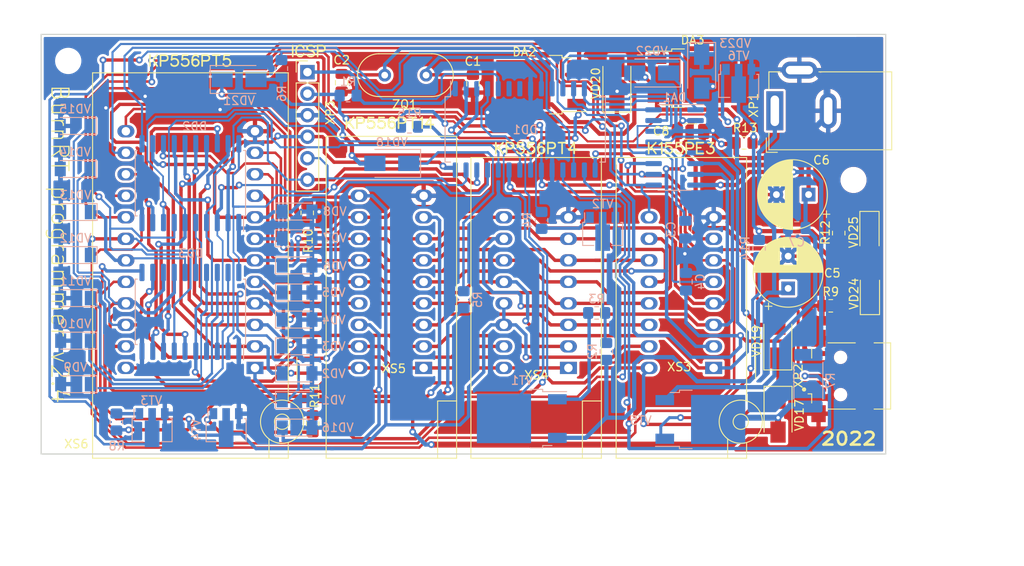
<source format=kicad_pcb>
(kicad_pcb (version 20211014) (generator pcbnew)
  (title_block (title "BurnRT programmer") (date "2022-12-18") (rev "2.4"))
  (layers (0 "F.Cu" signal) (31 "B.Cu" signal) (34 "B.Paste" user) (35 "F.Paste" user) (36 "B.SilkS" user "B.Silkscreen") (37 "F.SilkS" user "F.Silkscreen") (38 "B.Mask" user) (39 "F.Mask" user) (44 "Edge.Cuts" user))
  (net 0 "")
  (net 1 "/B2")
  (net 2 "/CLKO")
  (net 3 "Net-(R9-Pad2)")
  (net 4 "/CE")
  (net 6 "/B0")
  (net 7 "/B1")
  (net 8 "Net-(C3-Pad1)")
  (net 9 "/~{RD}")
  (net 11 "/GND")
  (net 12 "/CLKI")
  (net 13 "/UON")
  (net 14 "/WR")
  (net 15 "/D+")
  (net 16 "/D1")
  (net 17 "/D4")
  (net 18 "/D7")
  (net 19 "/L1")
  (net 20 "/L0")
  (net 21 "/D-")
  (net 22 "/D3")
  (net 23 "/D2")
  (net 24 "/D0")
  (net 25 "/VBUS")
  (net 26 "/D6")
  (net 27 "/D5")
  (net 28 "/A9")
  (net 29 "/A12")
  (net 30 "/A15")
  (net 31 "/A8")
  (net 32 "/A13")
  (net 33 "/A14")
  (net 34 "/A11")
  (net 35 "/A10")
  (net 36 "/A1")
  (net 37 "/A4")
  (net 38 "/A7")
  (net 39 "/A0")
  (net 40 "/A5")
  (net 41 "/A6")
  (net 42 "/A3")
  (net 43 "/A2")
  (net 44 "/IO5")
  (net 45 "/IO2")
  (net 46 "/IO3")
  (net 47 "/IO4")
  (net 48 "/IO6")
  (net 49 "/IO7")
  (net 50 "/IO0")
  (net 51 "/IO1")
  (net 52 "Net-(DA1-Pad8)")
  (net 53 "/+12V")
  (net 54 "/+5V")
  (net 55 "Net-(R2-Pad1)")
  (net 56 "/~{CS}")
  (net 57 "Net-(R10-Pad2)")
  (net 58 "Net-(R11-Pad2)")
  (net 59 "/MCLR")
  (net 60 "Net-(R12-Pad2)")
  (net 61 "Net-(R14-Pad2)")
  (net 62 "Net-(R15-Pad2)")
  (net 63 "Net-(R3-Pad2)")
  (net 64 "Net-(R4-Pad2)")
  (net 65 "/UPR")
  (net 66 "Net-(R5-Pad2)")
  (net 67 "Net-(R8-Pad2)")
  (net 68 "Net-(DA2-Pad1)")
  (net 69 "Net-(DA3-Pad3)")
  (net 70 "Net-(DA2-Pad2)")
  (net 71 "Net-(DA3-Pad2)")
  (net 72 "/VCC")
  (net 73 "Net-(R12-Pad1)")
  (net 74 "Net-(C5-Pad1)")
  (footprint "Resistor_SMD:R_0805_2012Metric_Pad1.20x1.40mm_HandSolder" (layer "F.Cu") (at 182.753 87.2236 -90)
    (fp_text reference "R12")
    (fp_text value "430")
  )
  (footprint "Resistor_SMD:R_0805_2012Metric_Pad1.20x1.40mm_HandSolder" (layer "F.Cu") (at 171.577 76.581 180)
    (fp_text reference "R13")
    (fp_text value "5.1K")
  )
  (footprint "Package_TO_SOT_SMD:TO-252-2" (layer "F.Cu") (at 165.5064 68.9356)
    (fp_text reference "DA3")
    (fp_text value "78M05")
  )
  (footprint "Diode_SMD:D_SMA" (layer "F.Cu") (at 175.59086 108.71421 -90)
    (fp_text reference "VD17")
    (fp_text value "M7")
  )
  (footprint "LED_SMD:LED_1206_3216Metric_Pad1.42x1.75mm_HandSolder" (layer "F.Cu") (at 186.436 94.3864 90)
    (fp_text reference "VD24")
    (fp_text value "GREEN")
  )
  (footprint "Resistor_SMD:R_0805_2012Metric_Pad1.20x1.40mm_HandSolder" (layer "F.Cu") (at 120.015 84.836 -90)
    (fp_text reference "R10")
    (fp_text value "10K")
  )
  (footprint "Diode_SMD:D_SMA" (layer "F.Cu") (at 156.5656 69.5452 90)
    (property "Value" "1N400X")
    (fp_text reference "VD20")
    (fp_text value "M7")
  )
  (footprint "Capacitor_SMD:C_0805_2012Metric_Pad1.18x1.45mm_HandSolder" (layer "F.Cu") (at 139.573 69.596 -90)
    (fp_text reference "C1")
    (fp_text value "22p")
  )
  (footprint "Resistor_SMD:R_0805_2012Metric_Pad1.20x1.40mm_HandSolder" (layer "F.Cu") (at 120.65 109.728 -90)
    (fp_text reference "R11")
    (fp_text value "5.1K")
  )
  (footprint "MountingHole:MountingHole_2.5mm" (layer "F.Cu") (at 91.8 110.2)
    (fp_text reference "REF**" hide)
    (fp_text value "MountingHole_2.5mm")
  )
  (footprint "Capacitor_SMD:C_1206_3216Metric_Pad1.33x1.80mm_HandSolder" (layer "F.Cu") (at 165.2524 75.2348 180)
    (property "Value" "100n")
    (fp_text reference "C8")
    (fp_text value "100n")
  )
  (footprint "Capacitor_THT:CP_Radial_D8.0mm_P3.80mm" (layer "F.Cu") (at 179.197 82.677 180)
    (fp_text reference "C6")
    (fp_text value "100u 25V")
  )
  (footprint "MountingHole:MountingHole_2.5mm" (layer "F.Cu") (at 184.5 80.95)
    (fp_text reference "REF**" hide)
    (fp_text value "MountingHole_2.5mm")
  )
  (footprint "Connector_PinHeader_2.54mm:PinHeader_1x06_P2.54mm_Vertical" (layer "F.Cu") (at 120.0404 68.2244)
    (fp_text reference "XP3")
    (fp_text value "Conn_01x06")
  )
  (footprint "Connector_USB:USB_Mini-B_Lumberg_2486_01_Horizontal" (layer "F.Cu") (at 182.9726 104.0892 90)
    (fp_text reference "XP2")
    (fp_text value "USB_TYPE_B_1")
  )
  (footprint "Socket:DIP_Socket-24_W11.9_W12.7_W15.24_W17.78_W18.5_3M_224-1275-00-0602J" (layer "F.Cu") (at 113.84622 103.14 180)
    (fp_text reference "XS6")
    (fp_text value "556РТ16")
  )
  (footprint "Socket:DIP_Socket-16_W4.3_W5.08_W7.62_W10.16_W10.9_3M_216-3340-00-0602J" (layer "F.Cu") (at 167.99011 103.14 180)
    (fp_text reference "XS3")
    (fp_text value "155РЕ3")
  )
  (footprint "MountingHole:MountingHole_2.5mm" (layer "F.Cu") (at 91.8 66.9)
    (fp_text reference "REF**" hide)
    (fp_text value "MountingHole_2.5mm")
  )
  (footprint "Resistor_SMD:R_0805_2012Metric_Pad1.20x1.40mm_HandSolder" (layer "F.Cu") (at 181.8132 95.8088)
    (property "Value" "430")
    (fp_text reference "R9")
    (fp_text value "430")
  )
  (footprint "Diode_SMD:D_SMA" (layer "F.Cu") (at 175.5648 99.9744 90)
    (fp_text reference "VD19")
    (fp_text value "M7")
  )
  (footprint "Capacitor_SMD:C_0805_2012Metric_Pad1.18x1.45mm_HandSolder" (layer "F.Cu") (at 124.079 69.469 -90)
    (fp_text reference "C2")
    (fp_text value "22p")
  )
  (footprint "Package_TO_SOT_SMD:TO-252-2" (layer "F.Cu") (at 147.6248 69.6976 180)
    (fp_text reference "DA2")
    (fp_text value "78M12")
  )
  (footprint "Socket:DIP_Socket-16_W4.3_W5.08_W7.62_W10.16_W10.9_3M_216-3340-00-0602J" (layer "F.Cu") (at 150.84511 103.14 180)
    (fp_text reference "XS4")
    (fp_text value "556РT4")
  )
  (footprint "LED_SMD:LED_1206_3216Metric_Pad1.42x1.75mm_HandSolder" (layer "F.Cu") (at 186.3852 87.122 -90)
    (fp_text reference "VD25")
    (fp_text value "RED")
  )
  (footprint "Crystal:Crystal_HC49-U_Vertical" (layer "F.Cu") (at 129.159 68.58)
    (fp_text reference "ZQ1")
    (fp_text value "20 MHz")
  )
  (footprint "Socket:DIP_Socket-18_W4.3_W5.08_W7.62_W10.16_W10.9_3M_218-3341-00-0602J" (layer "F.Cu") (at 133.7564 103.14 180)
    (fp_text reference "XS5")
    (fp_text value "556РТ14")
  )
  (footprint "Connector_BarrelJack:BarrelJack_GCT_DCJ200-10-A_Horizontal" (layer "F.Cu") (at 175.2092 72.786 90)
    (fp_text reference "XP1")
    (fp_text value "DC-005_1")
  )
  (footprint "Capacitor_THT:CP_Radial_D8.0mm_P3.80mm" (layer "F.Cu") (at 176.784 93.750651 90)
    (fp_text reference "C5")
    (fp_text value "100u 35V")
  )
  (footprint "Resistor_SMD:R_0805_2012Metric_Pad1.20x1.40mm_HandSolder" (layer "B.Cu") (at 155.321 101.1936 -90)
    (property "Value" "5.1K")
    (fp_text reference "R2")
    (fp_text value "5.1K")
  )
  (footprint "Diode_SMD:D_MiniMELF" (layer "B.Cu") (at 118.8212 84.6836)
    (fp_text reference "VD8")
    (fp_text value "BZV55-C5V1")
  )
  (footprint "Diode_SMD:D_MiniMELF" (layer "B.Cu") (at 118.8212 97.4344)
    (fp_text reference "VD4")
    (fp_text value "BZV55-C5V1")
  )
  (footprint "Resistor_SMD:R_0805_2012Metric_Pad1.20x1.40mm_HandSolder" (layer "B.Cu") (at 154.178 96.647 180)
    (property "Value" "")
    (fp_text reference "R3")
    (fp_text value "10K")
  )
  (footprint "Diode_SMD:D_SMA" (layer "B.Cu") (at 166.5732 68.1228 -90)
    (property "Value" "1N400X")
    (fp_text reference "VD23")
    (fp_text value "M7")
  )
  (footprint "Package_TO_SOT_SMD:TO-252-2" (layer "B.Cu") (at 166.4208 109.22)
    (fp_text reference "VT5")
    (fp_text value "MJD127G")
  )
  (footprint "Resistor_SMD:R_0805_2012Metric_Pad1.20x1.40mm_HandSolder" (layer "B.Cu") (at 124.841 70.993 180)
    (fp_text reference "R1")
    (fp_text value "4.7K")
  )
  (footprint "Diode_SMD:D_SMA" (layer "B.Cu") (at 129.9972 78.994 180)
    (property "Value" "КД522")
    (fp_text reference "VD18")
    (fp_text value "LL4148")
  )
  (footprint "Package_TO_SOT_SMD:SOT-89-3" (layer "B.Cu") (at 110.4392 110.1852 -90)
    (fp_text reference "VT4")
    (fp_text value "BCX56")
  )
  (footprint "Diode_SMD:D_MiniMELF" (layer "B.Cu") (at 118.8212 100.584)
    (fp_text reference "VD3")
    (fp_text value "BZV55-C5V1")
  )
  (footprint "Diode_SMD:D_SMA" (layer "B.Cu") (at 160.6804 68.326 180)
    (fp_text reference "VD22")
    (fp_text value "M7")
  )
  (footprint "Resistor_SMD:R_0805_2012Metric_Pad1.20x1.40mm_HandSolder" (layer "B.Cu") (at 138.4808 95.0816 90)
    (property "Value" "10K")
    (fp_text reference "R5")
    (fp_text value "10K")
  )
  (footprint "Resistor_SMD:R_0805_2012Metric_Pad1.20x1.40mm_HandSolder" (layer "B.Cu") (at 147.6756 85.725 -90)
    (property "Value" "10K")
    (fp_text reference "R4")
    (fp_text value "10K")
  )
  (footprint "Package_SO:SOIC-16_3.9x9.9mm_P1.27mm" (layer "B.Cu") (at 163.3728 77.1144 180)
    (fp_text reference "DA1")
    (fp_text value "DG408")
  )
  (footprint "Resistor_SMD:R_0805_2012Metric_Pad1.20x1.40mm_HandSolder" (layer "B.Cu") (at 97.4852 109.5248 90)
    (fp_text reference "R8")
    (fp_text value "5.1K")
  )
  (footprint "Package_TO_SOT_SMD:SOT-89-3" (layer "B.Cu") (at 170.942 69.5452 -90)
    (fp_text reference "VT6")
    (fp_text value "BCX56")
  )
  (footprint "Resistor_SMD:R_2512_6332Metric_Pad1.40x3.35mm_HandSolder" (layer "B.Cu") (at 179.1716 104.648 90)
    (fp_text reference "R7")
    (fp_text value "47")
  )
  (footprint "Package_SO:SOIC-20W_7.5x12.8mm_P1.27mm" (layer "B.Cu") (at 106.2228 96.52 90)
    (fp_text reference "DD3")
    (fp_text value "74HC574D")
  )
  (footprint "Diode_SMD:D_MiniMELF" (layer "B.Cu") (at 92.6084 74.5744 180)
    (fp_text reference "VD15")
    (fp_text value "BZV55-C5V1")
  )
  (footprint "Package_SO:SOIC-28W_7.5x18.7mm_P1.27mm" (layer "B.Cu") (at 145.7452 74.9808 -90)
    (fp_text reference "DD1")
    (fp_text value "PIC18F2550")
  )
  (footprint "Resistor_SMD:R_0805_2012Metric_Pad1.20x1.40mm_HandSolder" (layer "B.Cu") (at 116.967 67.8 -90)
    (property "Value" "10K")
    (fp_text reference "R6")
    (fp_text value "10K")
  )
  (footprint "Diode_SMD:D_SMA" (layer "B.Cu") (at 111.9632 69.088)
    (property "Value" "КД522")
    (fp_text reference "VD21")
    (fp_text value "LL4148")
  )
  (footprint "Diode_SMD:D_MiniMELF" (layer "B.Cu") (at 118.8212 87.8332)
    (fp_text reference "VD7")
    (fp_text value "BZV55-C5V1")
  )
  (footprint "Diode_SMD:D_MiniMELF" (layer "B.Cu") (at 92.6592 89.8144 180)
    (fp_text reference "VD12")
    (fp_text value "BZV55-C5V1")
  )
  (footprint "Capacitor_SMD:C_0805_2012Metric_Pad1.18x1.45mm_HandSolder" (layer "B.Cu") (at 164.6428 86.8172 -90)
    (property "Value" "220n")
    (fp_text reference "C3")
    (fp_text value "220n")
  )
  (footprint "Diode_SMD:D_MiniMELF" (layer "B.Cu") (at 92.6592 105.0544 180)
    (fp_text reference "VD9")
    (fp_text value "BZV55-C5V1")
  )
  (footprint "Capacitor_SMD:C_0805_2012Metric_Pad1.18x1.45mm_HandSolder" (layer "B.Cu") (at 177.8 86.614)
    (property "Value" "100n")
    (fp_text reference "C7")
    (fp_text value "100n")
  )
  (footprint "Diode_SMD:D_MiniMELF" (layer "B.Cu") (at 118.8212 91.0336)
    (fp_text reference "VD6")
    (fp_text value "BZV55-C5V1")
  )
  (footprint "Diode_SMD:D_MiniMELF" (layer "B.Cu") (at 118.8212 110.1852)
    (fp_text reference "VD16")
    (fp_text value "BZV55-C5V1")
  )
  (footprint "Diode_SMD:D_MiniMELF" (layer "B.Cu") (at 92.6592 94.8944 180)
    (fp_text reference "VD11")
    (fp_text value "BZV55-C5V1")
  )
  (footprint "Package_TO_SOT_SMD:SOT-89-3" (layer "B.Cu") (at 101.7016 110.1852 -90)
    (fp_text reference "VT3")
    (fp_text value "BCX56")
  )
  (footprint "Diode_SMD:D_MiniMELF" (layer "B.Cu") (at 92.6084 79.6544 180)
    (fp_text reference "VD14")
    (fp_text value "BZV55-C5V1")
  )
  (footprint "Diode_SMD:D_MiniMELF" (layer "B.Cu") (at 118.8212 94.234)
    (fp_text reference "VD5")
    (fp_text value "BZV55-C5V1")
  )
  (footprint "Package_TO_SOT_SMD:SOT-89-3" (layer "B.Cu") (at 154.8892 87.0204 -90)
    (fp_text reference "VT2")
    (fp_text value "BCX56")
  )
  (footprint "Diode_SMD:D_MiniMELF" (layer "B.Cu") (at 118.8212 106.934)
    (fp_text reference "VD1")
    (fp_text value "BZV55-C5V1")
  )
  (footprint "Resistor_SMD:R_0805_2012Metric_Pad1.20x1.40mm_HandSolder" (layer "B.Cu") (at 173.355 89.027 -90)
    (fp_text reference "R14")
    (fp_text value "10K")
  )
  (footprint "Capacitor_SMD:C_0805_2012Metric_Pad1.18x1.45mm_HandSolder" (layer "B.Cu") (at 164.719 92.964 90)
    (property "Value" "100n")
    (fp_text reference "C4")
    (fp_text value "100n")
  )
  (footprint "Package_TO_SOT_SMD:TO-252-2" (layer "B.Cu") (at 145.3388 109.1184 180)
    (fp_text reference "VT1")
    (fp_text value "MJD127G")
  )
  (footprint "Package_SO:SOIC-20W_7.5x12.8mm_P1.27mm" (layer "B.Cu") (at 106.2228 81.3308 90)
    (fp_text reference "DD2")
    (fp_text value "74HC574D")
  )
  (footprint "Diode_SMD:D_MiniMELF" (layer "B.Cu") (at 92.6592 84.7344 180)
    (fp_text reference "VD13")
    (fp_text value "BZV55-C5V1")
  )
  (footprint "Resistor_SMD:R_0805_2012Metric_Pad1.20x1.40mm_HandSolder" (layer "B.Cu") (at 132.08 74.676 180)
    (fp_text reference "R15")
    (fp_text value "10K")
  )
  (footprint "Diode_SMD:D_MiniMELF" (layer "B.Cu") (at 92.6592 99.9236 180)
    (fp_text reference "VD10")
    (fp_text value "BZV55-C5V1")
  )
  (footprint "Diode_SMD:D_MiniMELF" (layer "B.Cu") (at 118.8212 103.7844)
    (fp_text reference "VD2")
    (fp_text value "BZV55-C5V1")
  )
  (gr_line (start 104.42608 66.64503) (end 104.60857 66.7068) (layer "F.SilkS") (width 0.19609))
  (gr_line (start 125.88029 74.23858) (end 126.42778 74.23858) (layer "F.SilkS") (width 0.19609))
  (gr_line (start 110.57874 67.49575) (end 110.39764 67.49575) (layer "F.SilkS") (width 0.19609))
  (gr_line (start 126.67066 73.69251) (end 126.60889 73.63074) (layer "F.SilkS") (width 0.19609))
  (gr_line (start 146.49236 76.96901) (end 146.67486 77.03076) (layer "F.SilkS") (width 0.19609))
  (gr_line (start 106.8515 67.49575) (end 107.03257 67.4354) (layer "F.SilkS") (width 0.19609))
  (gr_line (start 106.03397 67.01002) (end 106.03397 67.13075) (layer "F.SilkS") (width 0.19609))
  (gr_line (start 102.69745 66.21965) (end 102.69745 67.49575) (layer "F.SilkS") (width 0.19609))
  (gr_line (start 146.12876 77.03076) (end 146.31126 76.96901) (layer "F.SilkS") (width 0.19609))
  (gr_line (start 164.17117 77.75935) (end 163.98867 77.81973) (layer "F.SilkS") (width 0.19609))
  (gr_line (start 105.30537 66.7068) (end 105.48787 66.64503) (layer "F.SilkS") (width 0.19609))
  (gr_line (start 104.24497 66.64503) (end 104.42608 66.64503) (layer "F.SilkS") (width 0.19609))
  (gr_line (start 144.37159 76.96901) (end 144.37159 76.78651) (layer "F.SilkS") (width 0.19609))
  (gr_line (start 103.24495 66.8879) (end 103.42605 66.82752) (layer "F.SilkS") (width 0.19609))
  (gr_line (start 165.59657 76.96901) (end 165.59657 76.78651) (layer "F.SilkS") (width 0.19609))
  (gr_line (start 131.58043 73.69251) (end 131.51866 73.63074) (layer "F.SilkS") (width 0.19609))
  (gr_line (start 164.74582 77.21186) (end 165.29332 77.21186) (layer "F.SilkS") (width 0.19609))
  (gr_line (start 128.48821 73.57176) (end 128.42783 74.11786) (layer "F.SilkS") (width 0.19609))
  (gr_line (start 105.9736 66.82752) (end 106.03397 67.01002) (layer "F.SilkS") (width 0.19609))
  (gr_line (start 163.11077 77.33401) (end 163.11077 77.45473) (layer "F.SilkS") (width 0.19609))
  (gr_line (start 127.79141 74.78611) (end 127.60891 74.84646) (layer "F.SilkS") (width 0.19609))
  (gr_line (start 128.48821 74.78611) (end 128.42783 74.72433) (layer "F.SilkS") (width 0.19609))
  (gr_line (start 133.97263 74.42108) (end 134.88372 74.42108) (layer "F.SilkS") (width 0.19609))
  (gr_line (start 127.97391 74.48146) (end 127.91353 74.66396) (layer "F.SilkS") (width 0.19609))
  (gr_line (start 144.37159 76.78651) (end 144.31121 76.66576) (layer "F.SilkS") (width 0.19609))
  (gr_line (start 108.85012 66.21965) (end 109.70087 66.21965) (layer "F.SilkS") (width 0.19609))
  (gr_line (start 110.57874 66.64503) (end 110.76124 66.7068) (layer "F.SilkS") (width 0.19609))
  (gr_line (start 131.33758 73.57036) (end 130.79008 73.57036) (layer "F.SilkS") (width 0.19609))
  (gr_line (start 110.15479 66.76715) (end 110.21514 66.7068) (layer "F.SilkS") (width 0.19609))
  (gr_line (start 119.05891 65.08514) (end 118.93677 65.14551) (layer "F.SilkS") (width 0.19609))
  (gr_line (start 107.15472 66.8879) (end 107.03257 66.76715) (layer "F.SilkS") (width 0.19609))
  (gr_line (start 168.02056 77.45473) (end 167.95879 77.63723) (layer "F.SilkS") (width 0.19609))
  (gr_line (start 108.15475 66.8879) (end 108.33585 66.82752) (layer "F.SilkS") (width 0.19609))
  (gr_line (start 144.82551 77.09113) (end 144.88586 77.03076) (layer "F.SilkS") (width 0.19609))
  (gr_line (start 120.11929 65.14551) (end 119.99716 65.26763) (layer "F.SilkS") (width 0.19609))
  (gr_line (start 103.48783 66.76575) (end 103.5482 66.64503) (layer "F.SilkS") (width 0.19609))
  (gr_line (start 108.45797 66.64503) (end 108.45797 66.46253) (layer "F.SilkS") (width 0.19609))
  (gr_line (start 144.31121 76.66576) (end 144.24944 76.60401) (layer "F.SilkS") (width 0.19609))
  (gr_line (start 121.78756 65.08514) (end 121.24004 65.08514) (layer "F.SilkS") (width 0.19609))
  (gr_line (start 146.12876 76.54503) (end 146.06839 77.09113) (layer "F.SilkS") (width 0.19609))
  (gr_line (start 120.54466 66.36123) (end 120.30179 66.36123) (layer "F.SilkS") (width 0.19609))
  (gr_line (start 162.74577 76.96901) (end 162.92827 77.03076) (layer "F.SilkS") (width 0.19609))
  (gr_line (start 127.60891 73.99574) (end 127.79141 74.05751) (layer "F.SilkS") (width 0.19609))
  (gr_line (start 129.97395 74.84646) (end 130.03431 74.84646) (layer "F.SilkS") (width 0.19609))
  (gr_line (start 144.06834 77.21186) (end 144.24944 77.15151) (layer "F.SilkS") (width 0.19609))
  (gr_line (start 150.09888 76.54363) (end 150.09888 77.81973) (layer "F.SilkS") (width 0.19609))
  (gr_line (start 104.79107 67.13075) (end 104.73072 67.31325) (layer "F.SilkS") (width 0.19609))
  (gr_line (start 165.53619 77.08973) (end 165.59657 76.96901) (layer "F.SilkS") (width 0.19609))
  (gr_line (start 143.52084 76.54363) (end 143.52084 77.81973) (layer "F.SilkS") (width 0.19609))
  (gr_line (start 126.67066 74.11646) (end 126.73101 73.99574) (layer "F.SilkS") (width 0.19609))
  (gr_line (start 129.21681 74.48146) (end 129.15643 74.66396) (layer "F.SilkS") (width 0.19609))
  (gr_line (start 146.31126 77.81973) (end 146.12876 77.75935) (layer "F.SilkS") (width 0.19609))
  (gr_line (start 144.31121 77.08973) (end 144.37159 76.96901) (layer "F.SilkS") (width 0.19609))
  (gr_line (start 165.47442 76.60401) (end 165.29332 76.54363) (layer "F.SilkS") (width 0.19609))
  (gr_line (start 124.94064 74.11646) (end 125.48814 74.84646) (layer "F.SilkS") (width 0.19609))
  (gr_line (start 104.00212 67.37362) (end 103.94035 67.2529) (layer "F.SilkS") (width 0.19609))
  (gr_line (start 167.47307 77.81973) (end 167.29196 77.75935) (layer "F.SilkS") (width 0.19609))
  (gr_line (start 104.06247 67.4354) (end 104.00212 67.37362) (layer "F.SilkS") (width 0.19609))
  (gr_line (start 147.85599 77.09113) (end 147.67488 77.03076) (layer "F.SilkS") (width 0.19609))
  (gr_line (start 128.42783 74.11786) (end 128.48821 74.05751) (layer "F.SilkS") (width 0.19609))
  (gr_line (start 144.06834 76.54363) (end 143.52084 76.54363) (layer "F.SilkS") (width 0.19609))
  (gr_line (start 129.79146 74.78611) (end 129.97395 74.84646) (layer "F.SilkS") (width 0.19609))
  (gr_line (start 118.69392 65.57086) (end 118.69392 65.87551) (layer "F.SilkS") (width 0.19609))
  (gr_line (start 127.24531 74.78611) (end 127.18493 74.72433) (layer "F.SilkS") (width 0.19609))
  (gr_line (start 144.82551 77.69758) (end 144.76374 77.57686) (layer "F.SilkS") (width 0.19609))
  (gr_line (start 146.31126 76.96901) (end 146.49236 76.96901) (layer "F.SilkS") (width 0.19609))
  (gr_line (start 130.03431 74.84646) (end 130.21541 74.78611) (layer "F.SilkS") (width 0.19609))
  (gr_line (start 131.6408 73.99574) (end 131.6408 73.81324) (layer "F.SilkS") (width 0.19609))
  (gr_line (start 165.98872 77.81973) (end 166.77767 77.81973) (layer "F.SilkS") (width 0.19609))
  (gr_line (start 118.93677 66.29946) (end 119.05891 66.36123) (layer "F.SilkS") (width 0.19609))
  (gr_line (start 143.52084 77.21186) (end 144.06834 77.21186) (layer "F.SilkS") (width 0.19609))
  (gr_line (start 122.09079 65.32801) (end 122.03041 65.20726) (layer "F.SilkS") (width 0.19609))
  (gr_line (start 146.73521 76.54503) (end 146.12876 76.54503) (layer "F.SilkS") (width 0.19609))
  (gr_line (start 147.85599 77.75935) (end 147.97811 77.63723) (layer "F.SilkS") (width 0.19609))
  (gr_line (start 106.42612 67.0704) (end 106.4865 67.31325) (layer "F.SilkS") (width 0.19609))
  (gr_line (start 130.39791 74.48146) (end 130.39791 74.42108) (layer "F.SilkS") (width 0.19609))
  (gr_line (start 146.79698 77.63723) (end 146.67486 77.75935) (layer "F.SilkS") (width 0.19609))
  (gr_line (start 161.6854 76.72613) (end 161.8679 76.54503) (layer "F.SilkS") (width 0.19609))
  (gr_line (start 142.27797 76.54363) (end 142.27797 77.81973) (layer "F.SilkS") (width 0.19609))
  (gr_line (start 147.43201 77.75935) (end 147.61451 77.81973) (layer "F.SilkS") (width 0.19609))
  (gr_line (start 145.24946 77.81973) (end 145.06836 77.81973) (layer "F.SilkS") (width 0.19609))
  (gr_line (start 129.60896 74.42108) (end 129.66931 74.66396) (layer "F.SilkS") (width 0.19609))
  (gr_circle (center 178.6624 105.68013) (end 178.9123 105.68013) (layer "F.SilkS") (width 0) (fill solid))
  (gr_line (start 105.85147 67.4354) (end 105.66897 67.49575) (layer "F.SilkS") (width 0.19609))
  (gr_line (start 107.60725 66.8879) (end 108.15475 66.8879) (layer "F.SilkS") (width 0.19609))
  (gr_line (start 103.48783 66.3418) (end 103.42605 66.28003) (layer "F.SilkS") (width 0.19609))
  (gr_line (start 148.97813 77.21186) (end 149.15924 77.15151) (layer "F.SilkS") (width 0.19609))
  (gr_line (start 119.30176 66.36123) (end 119.42252 66.29946) (layer "F.SilkS") (width 0.19609))
  (gr_line (start 162.3822 77.75935) (end 162.32182 77.69758) (layer "F.SilkS") (width 0.19609))
  (gr_line (start 110.76124 66.7068) (end 110.88339 66.82752) (layer "F.SilkS") (width 0.19609))
  (gr_line (start 120.84789 66.17873) (end 120.72716 66.29946) (layer "F.SilkS") (width 0.19609))
  (gr_line (start 103.42605 66.28003) (end 103.24495 66.21965) (layer "F.SilkS") (width 0.19609))
  (gr_line (start 167.95879 77.15151) (end 168.02056 77.33401) (layer "F.SilkS") (width 0.19609))
  (gr_line (start 151.52428 77.81973) (end 151.52428 76.54503) (layer "F.SilkS") (width 0.19609))
  (gr_line (start 144.24944 77.15151) (end 144.31121 77.08973) (layer "F.SilkS") (width 0.19609))
  (gr_line (start 121.96864 65.69301) (end 122.03041 65.63124) (layer "F.SilkS") (width 0.19609))
  (gr_line (start 104.24497 67.49575) (end 104.06247 67.4354) (layer "F.SilkS") (width 0.19609))
  (gr_line (start 142.58119 77.08973) (end 143.12869 77.81973) (layer "F.SilkS") (width 0.19609))
  (gr_line (start 147.43201 77.09113) (end 147.30989 77.21186) (layer "F.SilkS") (width 0.19609))
  (gr_line (start 147.73523 76.54503) (end 147.61451 76.54503) (layer "F.SilkS") (width 0.19609))
  (gr_line (start 130.09468 73.57176) (end 129.97395 73.57176) (layer "F.SilkS") (width 0.19609))
  (gr_line (start 104.06247 66.7068) (end 104.24497 66.64503) (layer "F.SilkS") (width 0.19609))
  (gr_line (start 118.30174 65.08514) (end 118.30174 66.36123) (layer "F.SilkS") (width 0.19609))
  (gr_line (start 119.99716 65.26763) (end 119.99716 65.38836) (layer "F.SilkS") (width 0.19609))
  (gr_line (start 122.09079 65.51051) (end 122.09079 65.32801) (layer "F.SilkS") (width 0.19609))
  (gr_line (start 105.9736 67.31325) (end 105.85147 67.4354) (layer "F.SilkS") (width 0.19609))
  (gr_line (start 146.79698 77.15151) (end 146.85736 77.33401) (layer "F.SilkS") (width 0.19609))
  (gr_line (start 144.88586 77.03076) (end 145.06836 76.96901) (layer "F.SilkS") (width 0.19609))
  (gr_line (start 129.66931 74.23858) (end 129.60896 74.42108) (layer "F.SilkS") (width 0.19609))
  (gr_line (start 146.85736 77.33401) (end 146.85736 77.45473) (layer "F.SilkS") (width 0.19609))
  (gr_line (start 162.32182 77.69758) (end 162.26005 77.57686) (layer "F.SilkS") (width 0.19609))
  (gr_line (start 144.88586 77.75935) (end 144.82551 77.69758) (layer "F.SilkS") (width 0.19609))
  (gr_line (start 147.97811 76.72613) (end 147.91773 76.60541) (layer "F.SilkS") (width 0.19609))
  (gr_line (start 129.60896 74.11786) (end 129.60896 74.42108) (layer "F.SilkS") (width 0.19609))
  (gr_line (start 104.42608 67.49575) (end 104.24497 67.49575) (layer "F.SilkS") (width 0.19609))
  (gr_line (start 118.69392 65.87551) (end 118.75427 66.05658) (layer "F.SilkS") (width 0.19609))
  (gr_line (start 126.42778 74.23858) (end 126.60889 74.17823) (layer "F.SilkS") (width 0.19609))
  (gr_line (start 133.58048 73.57176) (end 133.58048 74.84646) (layer "F.SilkS") (width 0.19609))
  (gr_line (start 101.75781 66.76575) (end 102.3053 67.49575) (layer "F.SilkS") (width 0.19609))
  (gr_line (start 107.03257 67.4354) (end 107.15472 67.31325) (layer "F.SilkS") (width 0.19609))
  (gr_line (start 108.33585 66.28003) (end 108.15475 66.21965) (layer "F.SilkS") (width 0.19609))
  (gr_line (start 107.21507 67.13075) (end 107.21507 67.0704) (layer "F.SilkS") (width 0.19609))
  (gr_line (start 161.8679 76.54503) (end 161.8679 77.81973) (layer "F.SilkS") (width 0.19609))
  (gr_line (start 146.12876 77.75935) (end 146.06839 77.69758) (layer "F.SilkS") (width 0.19609))
  (gr_line (start 118.81604 66.17873) (end 118.93677 66.29946) (layer "F.SilkS") (width 0.19609))
  (gr_line (start 162.74577 77.81973) (end 162.56469 77.81973) (layer "F.SilkS") (width 0.19609))
  (gr_line (start 119.30176 65.08514) (end 119.05891 65.08514) (layer "F.SilkS") (width 0.19609))
  (gr_line (start 148.03849 77.39436) (end 147.97811 77.21186) (layer "F.SilkS") (width 0.19609))
  (gr_line (start 106.60862 66.28142) (end 106.4865 66.46392) (layer "F.SilkS") (width 0.19609))
  (gr_line (start 144.24944 76.60401) (end 144.06834 76.54363) (layer "F.SilkS") (width 0.19609))
  (gr_line (start 119.05891 66.36123) (end 119.30176 66.36123) (layer "F.SilkS") (width 0.19609))
  (gr_line (start 101.45458 66.21965) (end 101.45458 67.49575) (layer "F.SilkS") (width 0.19609))
  (gr_line (start 149.15924 76.60401) (end 148.97813 76.54363) (layer "F.SilkS") (width 0.19609))
  (gr_line (start 110.21514 67.4354) (end 110.15479 67.37362) (layer "F.SilkS") (width 0.19609))
  (gr_line (start 163.98867 76.96901) (end 164.17117 77.03076) (layer "F.SilkS") (width 0.19609))
  (gr_line (start 163.11077 77.45473) (end 163.05042 77.63723) (layer "F.SilkS") (width 0.19609))
  (gr_line (start 104.66895 66.22107) (end 104.06247 66.22107) (layer "F.SilkS") (width 0.19609))
  (gr_line (start 108.45797 66.46253) (end 108.39759 66.3418) (layer "F.SilkS") (width 0.19609))
  (gr_line (start 163.56472 77.69758) (end 163.50295 77.57686) (layer "F.SilkS") (width 0.19609))
  (gr_line (start 162.3822 77.03076) (end 162.56469 76.96901) (layer "F.SilkS") (width 0.19609))
  (gr_line (start 127.79141 74.05751) (end 127.91353 74.17823) (layer "F.SilkS") (width 0.19609))
  (gr_line (start 107.60725 66.21965) (end 107.60725 67.49575) (layer "F.SilkS") (width 0.19609))
  (gr_line (start 122.03041 65.63124) (end 122.09079 65.51051) (layer "F.SilkS") (width 0.19609))
  (gr_line (start 130.39791 74.42108) (end 130.33756 74.23858) (layer "F.SilkS") (width 0.19609))
  (gr_line (start 122.03041 65.20726) (end 121.96864 65.14551) (layer "F.SilkS") (width 0.19609))
  (gr_line (start 147.91773 76.60541) (end 147.73523 76.54503) (layer "F.SilkS") (width 0.19609))
  (gr_line (start 129.15643 74.17823) (end 129.21681 74.36073) (layer "F.SilkS") (width 0.19609))
  (gr_line (start 129.03431 74.05751) (end 129.15643 74.17823) (layer "F.SilkS") (width 0.19609))
  (gr_line (start 108.33585 66.82752) (end 108.39759 66.76575) (layer "F.SilkS") (width 0.19609))
  (gr_line (start 126.73101 73.99574) (end 126.73101 73.81324) (layer "F.SilkS") (width 0.19609))
  (gr_line (start 147.97811 77.21186) (end 147.85599 77.09113) (layer "F.SilkS") (width 0.19609))
  (gr_line (start 120.54466 65.08514) (end 120.30179 65.08514) (layer "F.SilkS") (width 0.19609))
  (gr_line (start 165.47442 77.15151) (end 165.53619 77.08973) (layer "F.SilkS") (width 0.19609))
  (gr_line (start 129.66931 73.81463) (end 129.60896 74.11786) (layer "F.SilkS") (width 0.19609))
  (gr_line (start 166.77767 76.54363) (end 165.98872 76.54363) (layer "F.SilkS") (width 0.19609))
  (gr_line (start 119.54464 66.17873) (end 119.60501 66.05658) (layer "F.SilkS") (width 0.19609))
  (gr_line (start 103.5482 66.64503) (end 103.5482 66.46253) (layer "F.SilkS") (width 0.19609))
  (gr_line (start 145.49234 76.54503) (end 144.88586 76.54503) (layer "F.SilkS") (width 0.19609))
  (gr_line (start 127.18493 74.72433) (end 127.12319 74.60358) (layer "F.SilkS") (width 0.19609))
  (gr_line (start 165.29332 77.21186) (end 165.47442 77.15151) (layer "F.SilkS") (width 0.19609))
  (gr_line (start 107.15472 66.40215) (end 107.09435 66.28142) (layer "F.SilkS") (width 0.19609))
  (gr_line (start 164.35367 77.45473) (end 164.29329 77.63723) (layer "F.SilkS") (width 0.19609))
  (gr_line (start 163.98867 77.81973) (end 163.80757 77.81973) (layer "F.SilkS") (width 0.19609))
  (gr_line (start 110.82162 66.22107) (end 110.21514 66.22107) (layer "F.SilkS") (width 0.19609))
  (gr_line (start 150.91641 77.39436) (end 151.82751 77.39436) (layer "F.SilkS") (width 0.19609))
  (gr_line (start 148.03849 77.45473) (end 148.03849 77.39436) (layer "F.SilkS") (width 0.19609))
  (gr_line (start 129.09466 73.57176) (end 128.48821 73.57176) (layer "F.SilkS") (width 0.19609))
  (gr_line (start 126.42778 73.57036) (end 125.88029 73.57036) (layer "F.SilkS") (width 0.19609))
  (gr_line (start 167.23159 77.69758) (end 167.16984 77.57686) (layer "F.SilkS") (width 0.19609))
  (gr_line (start 149.67351 76.54363) (end 150.52426 76.54363) (layer "F.SilkS") (width 0.19609))
  (gr_line (start 167.29196 77.75935) (end 167.23159 77.69758) (layer "F.SilkS") (width 0.19609))
  (gr_line (start 167.83806 77.75935) (end 167.65557 77.81973) (layer "F.SilkS") (width 0.19609))
  (gr_line (start 120.72716 65.14551) (end 120.54466 65.08514) (layer "F.SilkS") (width 0.19609))
  (gr_line (start 130.33756 74.66396) (end 130.39791 74.48146) (layer "F.SilkS") (width 0.19609))
  (gr_line (start 167.95879 76.54503) (end 167.59519 77.03076) (layer "F.SilkS") (width 0.19609))
  (gr_line (start 164.35367 77.33401) (end 164.35367 77.45473) (layer "F.SilkS") (width 0.19609))
  (gr_line (start 121.78756 65.75336) (end 121.96864 65.69301) (layer "F.SilkS") (width 0.19609))
  (gr_line (start 110.88339 67.31325) (end 110.76124 67.4354) (layer "F.SilkS") (width 0.19609))
  (gr_line (start 147.61451 77.03076) (end 147.43201 77.09113) (layer "F.SilkS") (width 0.19609))
  (gr_line (start 120.84789 65.26763) (end 120.72716 65.14551) (layer "F.SilkS") (width 0.19609))
  (gr_line (start 106.4865 67.31325) (end 106.60862 67.4354) (layer "F.SilkS") (width 0.19609))
  (gr_line (start 105.245 67.37362) (end 105.18322 67.2529) (layer "F.SilkS") (width 0.19609))
  (gr_line (start 147.24951 77.39436) (end 147.30989 77.63723) (layer "F.SilkS") (width 0.19609))
  (gr_line (start 120.84789 65.99623) (end 120.84789 66.17873) (layer "F.SilkS") (width 0.19609))
  (gr_line (start 127.42781 74.84646) (end 127.24531 74.78611) (layer "F.SilkS") (width 0.19609))
  (gr_line (start 149.28136 76.96901) (end 149.28136 76.78651) (layer "F.SilkS") (width 0.19609))
  (gr_line (start 105.30537 67.4354) (end 105.245 67.37362) (layer "F.SilkS") (width 0.19609))
  (gr_line (start 106.4865 66.8879) (end 106.42612 67.0704) (layer "F.SilkS") (width 0.19609))
  (gr_line (start 147.97811 77.63723) (end 148.03849 77.45473) (layer "F.SilkS") (width 0.19609))
  (gr_line (start 145.55411 77.15151) (end 145.61446 77.33401) (layer "F.SilkS") (width 0.19609))
  (gr_line (start 108.15475 66.21965) (end 107.60725 66.21965) (layer "F.SilkS") (width 0.19609))
  (gr_line (start 118.75427 66.05658) (end 118.81604 66.17873) (layer "F.SilkS") (width 0.19609))
  (gr_line (start 131.58043 74.11646) (end 131.6408 73.99574) (layer "F.SilkS") (width 0.19609))
  (gr_line (start 162.32182 77.09113) (end 162.3822 77.03076) (layer "F.SilkS") (width 0.19609))
  (gr_line (start 104.73072 66.82752) (end 104.79107 67.01002) (layer "F.SilkS") (width 0.19609))
  (gr_line (start 103.24495 66.21965) (end 102.69745 66.21965) (layer "F.SilkS") (width 0.19609))
  (gr_line (start 107.21507 67.0704) (end 107.15472 66.8879) (layer "F.SilkS") (width 0.19609))
  (gr_line (start 104.60857 66.7068) (end 104.73072 66.82752) (layer "F.SilkS") (width 0.19609))
  (gr_line (start 105.91182 66.22107) (end 105.30537 66.22107) (layer "F.SilkS") (width 0.19609))
  (gr_line (start 130.79008 74.23858) (end 131.33758 74.23858) (layer "F.SilkS") (width 0.19609))
  (gr_line (start 127.18493 74.11786) (end 127.24531 74.05751) (layer "F.SilkS") (width 0.19609))
  (gr_line (start 145.06836 77.81973) (end 144.88586 77.75935) (layer "F.SilkS") (width 0.19609))
  (gr_line (start 108.39759 66.3418) (end 108.33585 66.28003) (layer "F.SilkS") (width 0.19609))
  (gr_line (start 108.39759 66.76575) (end 108.45797 66.64503) (layer "F.SilkS") (width 0.19609))
  (gr_line (start 104.06247 66.22107) (end 104.00212 66.76715) (layer "F.SilkS") (width 0.19609))
  (gr_line (start 128.85178 73.99574) (end 129.03431 74.05751) (layer "F.SilkS") (width 0.19609))
  (gr_line (start 129.21681 74.36073) (end 129.21681 74.48146) (layer "F.SilkS") (width 0.19609))
  (gr_line (start 120.60504 65.75336) (end 120.72716 65.81373) (layer "F.SilkS") (width 0.19609))
  (gr_line (start 160.6236 77.08973) (end 161.1711 77.81973) (layer "F.SilkS") (width 0.19609))
  (gr_line (start 127.91353 74.17823) (end 127.97391 74.36073) (layer "F.SilkS") (width 0.19609))
  (gr_line (start 129.97395 74.05751) (end 129.79146 74.11786) (layer "F.SilkS") (width 0.19609))
  (gr_line (start 131.33758 74.23858) (end 131.51866 74.17823) (layer "F.SilkS") (width 0.19609))
  (gr_line (start 161.56325 76.78791) (end 161.6854 76.72613) (layer "F.SilkS") (width 0.19609))
  (gr_line (start 147.43201 76.60541) (end 147.30989 76.78791) (layer "F.SilkS") (width 0.19609))
  (gr_line (start 149.22101 77.08973) (end 149.28136 76.96901) (layer "F.SilkS") (width 0.19609))
  (gr_line (start 125.48814 73.57036) (end 124.63739 74.42108) (layer "F.SilkS") (width 0.19609))
  (gr_line (start 162.98865 76.54503) (end 162.3822 76.54503) (layer "F.SilkS") (width 0.19609))
  (gr_line (start 120.24004 65.63124) (end 120.60504 65.75336) (layer "F.SilkS") (width 0.19609))
  (gr_line (start 128.67071 73.99574) (end 128.85178 73.99574) (layer "F.SilkS") (width 0.19609))
  (gr_line (start 107.09435 66.28142) (end 106.91185 66.22107) (layer "F.SilkS") (width 0.19609))
  (gr_line (start 145.24946 76.96901) (end 145.43196 77.03076) (layer "F.SilkS") (width 0.19609))
  (gr_line (start 165.53619 76.66576) (end 165.47442 76.60401) (layer "F.SilkS") (width 0.19609))
  (gr_line (start 132.03295 73.57036) (end 132.88368 73.57036) (layer "F.SilkS") (width 0.19609))
  (gr_line (start 165.59657 76.78651) (end 165.53619 76.66576) (layer "F.SilkS") (width 0.19609))
  (gr_line (start 119.42252 65.14551) (end 119.30176 65.08514) (layer "F.SilkS") (width 0.19609))
  (gr_line (start 131.6408 73.81324) (end 131.58043 73.69251) (layer "F.SilkS") (width 0.19609))
  (gr_line (start 119.54464 65.26763) (end 119.42252 65.14551) (layer "F.SilkS") (width 0.19609))
  (gr_line (start 106.03397 67.13075) (end 105.9736 67.31325) (layer "F.SilkS") (width 0.19609))
  (gr_line (start 104.79107 67.01002) (end 104.79107 67.13075) (layer "F.SilkS") (width 0.19609))
  (gr_line (start 164.17117 77.03076) (end 164.29329 77.15151) (layer "F.SilkS") (width 0.19609))
  (gr_line (start 167.89842 77.09113) (end 167.95879 77.15151) (layer "F.SilkS") (width 0.19609))
  (gr_line (start 106.4865 66.46392) (end 106.42612 66.76715) (layer "F.SilkS") (width 0.19609))
  (gr_line (start 162.92827 77.75935) (end 162.74577 77.81973) (layer "F.SilkS") (width 0.19609))
  (gr_line (start 163.62507 77.75935) (end 163.56472 77.69758) (layer "F.SilkS") (width 0.19609))
  (gr_line (start 126.60889 73.63074) (end 126.42778 73.57036) (layer "F.SilkS") (width 0.19609))
  (gr_line (start 110.94374 67.01002) (end 110.94374 67.13075) (layer "F.SilkS") (width 0.19609))
  (gr_line (start 128.85178 74.84646) (end 128.67071 74.84646) (layer "F.SilkS") (width 0.19609))
  (gr_line (start 149.22101 76.66576) (end 149.15924 76.60401) (layer "F.SilkS") (width 0.19609))
  (gr_line (start 126.60889 74.17823) (end 126.67066 74.11646) (layer "F.SilkS") (width 0.19609))
  (gr_line (start 131.51866 73.63074) (end 131.33758 73.57036) (layer "F.SilkS") (width 0.19609))
  (gr_line (start 120.30179 65.08514) (end 120.11929 65.14551) (layer "F.SilkS") (width 0.19609))
  (gr_line (start 127.60891 74.84646) (end 127.42781 74.84646) (layer "F.SilkS") (width 0.19609))
  (gr_line (start 120.05894 65.51051) (end 120.11929 65.57086) (layer "F.SilkS") (width 0.19609))
  (gr_line (start 126.73101 73.81324) (end 126.67066 73.69251) (layer "F.SilkS") (width 0.19609))
  (gr_line (start 133.39798 73.75286) (end 133.58048 73.57176) (layer "F.SilkS") (width 0.19609))
  (gr_line (start 106.79112 66.7068) (end 106.60862 66.76715) (layer "F.SilkS") (width 0.19609))
  (gr_line (start 145.43196 77.75935) (end 145.24946 77.81973) (layer "F.SilkS") (width 0.19609))
  (gr_line (start 147.30989 77.63723) (end 147.43201 77.75935) (layer "F.SilkS") (width 0.19609))
  (gr_line (start 167.95879 77.63723) (end 167.83806 77.75935) (layer "F.SilkS") (width 0.19609))
  (gr_line (start 168.02056 77.33401) (end 168.02056 77.45473) (layer "F.SilkS") (width 0.19609))
  (gr_line (start 130.33756 74.23858) (end 130.21541 74.11786) (layer "F.SilkS") (width 0.19609))
  (gr_line (start 167.29196 76.54503) (end 167.95879 76.54503) (layer "F.SilkS") (width 0.19609))
  (gr_line (start 106.91185 66.22107) (end 106.79112 66.22107) (layer "F.SilkS") (width 0.19609))
  (gr_line (start 151.52428 76.54503) (end 150.91641 77.39436) (layer "F.SilkS") (width 0.19609))
  (gr_line (start 145.06836 76.96901) (end 145.24946 76.96901) (layer "F.SilkS") (width 0.19609))
  (gr_line (start 148.97813 76.54363) (end 148.43064 76.54363) (layer "F.SilkS") (width 0.19609))
  (gr_line (start 120.78754 65.87551) (end 120.84789 65.99623) (layer "F.SilkS") (width 0.19609))
  (gr_line (start 167.59519 77.03076) (end 167.77769 77.03076) (layer "F.SilkS") (width 0.19609))
  (gr_line (start 130.21541 74.78611) (end 130.33756 74.66396) (layer "F.SilkS") (width 0.19609))
  (gr_line (start 105.48787 66.64503) (end 105.66897 66.64503) (layer "F.SilkS") (width 0.19609))
  (gr_line (start 105.66897 66.64503) (end 105.85147 66.7068) (layer "F.SilkS") (width 0.19609))
  (gr_line (start 104.00212 66.76715) (end 104.06247 66.7068) (layer "F.SilkS") (width 0.19609))
  (gr_line (start 127.42781 73.99574) (end 127.60891 73.99574) (layer "F.SilkS") (width 0.19609))
  (gr_line (start 129.15643 74.66396) (end 129.03431 74.78611) (layer "F.SilkS") (width 0.19609))
  (gr_line (start 121.96864 65.14551) (end 121.78756 65.08514) (layer "F.SilkS") (width 0.19609))
  (gr_line (start 109.27549 66.21965) (end 109.27549 67.49575) (layer "F.SilkS") (width 0.19609))
  (gr_line (start 146.06839 77.69758) (end 146.00664 77.57686) (layer "F.SilkS") (width 0.19609))
  (gr_line (start 130.03431 74.05751) (end 129.97395 74.05751) (layer "F.SilkS") (width 0.19609))
  (gr_line (start 103.42605 66.82752) (end 103.48783 66.76575) (layer "F.SilkS") (width 0.19609))
  (gr_line (start 148.43064 76.54363) (end 148.43064 77.81973) (layer "F.SilkS") (width 0.19609))
  (gr_line (start 105.66897 67.49575) (end 105.48787 67.49575) (layer "F.SilkS") (width 0.19609))
  (gr_line (start 110.76124 67.4354) (end 110.57874 67.49575) (layer "F.SilkS") (width 0.19609))
  (gr_line (start 134.5805 73.57176) (end 133.97263 74.42108) (layer "F.SilkS") (width 0.19609))
  (gr_line (start 110.94374 67.13075) (end 110.88339 67.31325) (layer "F.SilkS") (width 0.19609))
  (gr_line (start 149.28136 76.78651) (end 149.22101 76.66576) (layer "F.SilkS") (width 0.19609))
  (gr_line (start 164.74582 76.54363) (end 164.74582 77.81973) (layer "F.SilkS") (width 0.19609))
  (gr_line (start 132.45833 73.57036) (end 132.45833 74.84646) (layer "F.SilkS") (width 0.19609))
  (gr_line (start 103.5482 66.46253) (end 103.48783 66.3418) (layer "F.SilkS") (width 0.19609))
  (gr_line (start 120.30179 66.36123) (end 120.11929 66.29946) (layer "F.SilkS") (width 0.19609))
  (gr_line (start 102.69745 66.8879) (end 103.24495 66.8879) (layer "F.SilkS") (width 0.19609))
  (gr_line (start 165.98872 76.54363) (end 165.98872 77.81973) (layer "F.SilkS") (width 0.19609))
  (gr_line (start 165.98872 77.15151) (end 166.47444 77.15151) (layer "F.SilkS") (width 0.19609))
  (gr_line (start 107.15472 67.31325) (end 107.21507 67.13075) (layer "F.SilkS") (width 0.19609))
  (gr_line (start 163.05042 77.63723) (end 162.92827 77.75935) (layer "F.SilkS") (width 0.19609))
  (gr_line (start 106.79112 66.22107) (end 106.60862 66.28142) (layer "F.SilkS") (width 0.19609))
  (gr_line (start 102.3053 66.21965) (end 101.45458 67.0704) (layer "F.SilkS") (width 0.19609))
  (gr_line (start 120.72716 66.29946) (end 120.54466 66.36123) (layer "F.SilkS") (width 0.19609))
  (gr_line (start 162.56469 77.81973) (end 162.3822 77.75935) (layer "F.SilkS") (width 0.19609))
  (gr_line (start 127.85178 73.57176) (end 127.24531 73.57176) (layer "F.SilkS") (width 0.19609))
  (gr_line (start 160.32038 76.54363) (end 160.32038 77.81973) (layer "F.SilkS") (width 0.19609))
  (gr_line (start 121.24004 65.08514) (end 121.24004 66.36123) (layer "F.SilkS") (width 0.19609))
  (gr_line (start 146.85736 77.45473) (end 146.79698 77.63723) (layer "F.SilkS") (width 0.19609))
  (gr_line (start 105.245 66.76715) (end 105.30537 66.7068) (layer "F.SilkS") (width 0.19609))
  (gr_line (start 128.42783 74.72433) (end 128.36606 74.60358) (layer "F.SilkS") (width 0.19609))
  (gr_line (start 106.8515 66.7068) (end 106.79112 66.7068) (layer "F.SilkS") (width 0.19609))
  (gr_line (start 105.48787 67.49575) (end 105.30537 67.4354) (layer "F.SilkS") (width 0.19609))
  (gr_line (start 129.03431 74.78611) (end 128.85178 74.84646) (layer "F.SilkS") (width 0.19609))
  (gr_line (start 145.61446 77.33401) (end 145.61446 77.45473) (layer "F.SilkS") (width 0.19609))
  (gr_line (start 131.51866 74.17823) (end 131.58043 74.11646) (layer "F.SilkS") (width 0.19609))
  (gr_line (start 130.33756 73.75286) (end 130.27718 73.63213) (layer "F.SilkS") (width 0.19609))
  (gr_line (start 147.67488 77.03076) (end 147.61451 77.03076) (layer "F.SilkS") (width 0.19609))
  (gr_line (start 146.67486 77.75935) (end 146.49236 77.81973) (layer "F.SilkS") (width 0.19609))
  (gr_line (start 130.79008 73.57036) (end 130.79008 74.84646) (layer "F.SilkS") (width 0.19609))
  (gr_line (start 165.29332 76.54363) (end 164.74582 76.54363) (layer "F.SilkS") (width 0.19609))
  (gr_line (start 129.79146 74.11786) (end 129.66931 74.23858) (layer "F.SilkS") (width 0.19609))
  (gr_line (start 104.73072 67.31325) (end 104.60857 67.4354) (layer "F.SilkS") (width 0.19609))
  (gr_line (start 124.63739 73.57036) (end 124.63739 74.84646) (layer "F.SilkS") (width 0.19609))
  (gr_line (start 118.81604 65.26763) (end 118.75427 65.38836) (layer "F.SilkS") (width 0.19609))
  (gr_line (start 164.29329 77.63723) (end 164.17117 77.75935) (layer "F.SilkS") (width 0.19609))
  (gr_line (start 130.21541 74.11786) (end 130.03431 74.05751) (layer "F.SilkS") (width 0.19609))
  (gr_line (start 145.61446 77.45473) (end 145.55411 77.63723) (layer "F.SilkS") (width 0.19609))
  (gr_line (start 121.24004 65.75336) (end 121.78756 65.75336) (layer "F.SilkS") (width 0.19609))
  (gr_line (start 133.27585 73.81463) (end 133.39798 73.75286) (layer "F.SilkS") (width 0.19609))
  (gr_line (start 105.85147 66.7068) (end 105.9736 66.82752) (layer "F.SilkS") (width 0.19609))
  (gr_line (start 146.67486 77.03076) (end 146.79698 77.15151) (layer "F.SilkS") (width 0.19609))
  (gr_line (start 105.30537 66.22107) (end 105.245 66.76715) (layer "F.SilkS") (width 0.19609))
  (gr_line (start 130.27718 73.63213) (end 130.09468 73.57176) (layer "F.SilkS") (width 0.19609))
  (gr_line (start 110.21514 66.7068) (end 110.39764 66.64503) (layer "F.SilkS") (width 0.19609))
  (gr_line (start 110.15479 67.37362) (end 110.09302 67.2529) (layer "F.SilkS") (width 0.19609))
  (gr_line (start 129.79146 73.63213) (end 129.66931 73.81463) (layer "F.SilkS") (width 0.19609))
  (gr_line (start 163.62507 77.03076) (end 163.80757 76.96901) (layer "F.SilkS") (width 0.19609))
  (gr_line (start 129.66931 74.66396) (end 129.79146 74.78611) (layer "F.SilkS") (width 0.19609))
  (gr_line (start 164.29329 77.15151) (end 164.35367 77.33401) (layer "F.SilkS") (width 0.19609))
  (gr_line (start 127.24531 73.57176) (end 127.18493 74.11786) (layer "F.SilkS") (width 0.19609))
  (gr_line (start 118.75427 65.38836) (end 118.69392 65.57086) (layer "F.SilkS") (width 0.19609))
  (gr_line (start 145.43196 77.03076) (end 145.55411 77.15151) (layer "F.SilkS") (width 0.19609))
  (gr_line (start 120.72716 65.81373) (end 120.78754 65.87551) (layer "F.SilkS") (width 0.19609))
  (gr_line (start 162.92827 77.03076) (end 163.05042 77.15151) (layer "F.SilkS") (width 0.19609))
  (gr_line (start 120.11929 65.57086) (end 120.24004 65.63124) (layer "F.SilkS") (width 0.19609))
  (gr_line (start 163.62507 76.54503) (end 163.56472 77.09113) (layer "F.SilkS") (width 0.19609))
  (gr_line (start 104.60857 67.4354) (end 104.42608 67.49575) (layer "F.SilkS") (width 0.19609))
  (gr_line (start 161.1711 76.54363) (end 160.32038 77.39436) (layer "F.SilkS") (width 0.19609))
  (gr_line (start 163.05042 77.15151) (end 163.11077 77.33401) (layer "F.SilkS") (width 0.19609))
  (gr_line (start 164.23154 76.54503) (end 163.62507 76.54503) (layer "F.SilkS") (width 0.19609))
  (gr_line (start 110.21514 66.22107) (end 110.15479 66.76715) (layer "F.SilkS") (width 0.19609))
  (gr_line (start 148.43064 77.21186) (end 148.97813 77.21186) (layer "F.SilkS") (width 0.19609))
  (gr_line (start 120.11929 66.29946) (end 119.99716 66.17873) (layer "F.SilkS") (width 0.19609))
  (gr_line (start 119.42252 66.29946) (end 119.54464 66.17873) (layer "F.SilkS") (width 0.19609))
  (gr_line (start 110.39764 66.64503) (end 110.57874 66.64503) (layer "F.SilkS") (width 0.19609))
  (gr_line (start 143.12869 76.54363) (end 142.27797 77.39436) (layer "F.SilkS") (width 0.19609))
  (gr_line (start 147.61451 76.54503) (end 147.43201 76.60541) (layer "F.SilkS") (width 0.19609))
  (gr_line (start 106.60862 66.76715) (end 106.4865 66.8879) (layer "F.SilkS") (width 0.19609))
  (gr_line (start 147.30989 76.78791) (end 147.24951 77.09113) (layer "F.SilkS") (width 0.19609))
  (gr_line (start 149.15924 77.15151) (end 149.22101 77.08973) (layer "F.SilkS") (width 0.19609))
  (gr_line (start 147.61451 77.81973) (end 147.67488 77.81973) (layer "F.SilkS") (width 0.19609))
  (gr_line (start 106.60862 67.4354) (end 106.79112 67.49575) (layer "F.SilkS") (width 0.19609))
  (gr_line (start 127.91353 74.66396) (end 127.79141 74.78611) (layer "F.SilkS") (width 0.19609))
  (gr_line (start 107.03257 66.76715) (end 106.8515 66.7068) (layer "F.SilkS") (width 0.19609))
  (gr_line (start 134.5805 74.84646) (end 134.5805 73.57176) (layer "F.SilkS") (width 0.19609))
  (gr_line (start 128.48821 74.05751) (end 128.67071 73.99574) (layer "F.SilkS") (width 0.19609))
  (gr_line (start 146.49236 77.81973) (end 146.31126 77.81973) (layer "F.SilkS") (width 0.19609))
  (gr_line (start 106.42612 66.76715) (end 106.42612 67.0704) (layer "F.SilkS") (width 0.19609))
  (gr_line (start 144.88586 76.54503) (end 144.82551 77.09113) (layer "F.SilkS") (width 0.19609))
  (gr_line (start 167.77769 77.03076) (end 167.89842 77.09113) (layer "F.SilkS") (width 0.19609))
  (gr_line (start 129.97395 73.57176) (end 129.79146 73.63213) (layer "F.SilkS") (width 0.19609))
  (gr_line (start 146.06839 77.09113) (end 146.12876 77.03076) (layer "F.SilkS") (width 0.19609))
  (gr_line (start 145.55411 77.63723) (end 145.43196 77.75935) (layer "F.SilkS") (width 0.19609))
  (gr_line (start 119.99716 65.38836) (end 120.05894 65.51051) (layer "F.SilkS") (width 0.19609))
  (gr_line (start 118.93677 65.14551) (end 118.81604 65.26763) (layer "F.SilkS") (width 0.19609))
  (gr_line (start 119.60501 65.38836) (end 119.54464 65.26763) (layer "F.SilkS") (width 0.19609))
  (gr_line (start 162.56469 76.96901) (end 162.74577 76.96901) (layer "F.SilkS") (width 0.19609))
  (gr_line (start 125.88029 73.57036) (end 125.88029 74.84646) (layer "F.SilkS") (width 0.19609))
  (gr_line (start 147.67488 77.81973) (end 147.85599 77.75935) (layer "F.SilkS") (width 0.19609))
  (gr_line (start 128.67071 74.84646) (end 128.48821 74.78611) (layer "F.SilkS") (width 0.19609))
  (gr_line (start 167.65557 77.81973) (end 167.47307 77.81973) (layer "F.SilkS") (width 0.19609))
  (gr_line (start 106.79112 67.49575) (end 106.8515 67.49575) (layer "F.SilkS") (width 0.19609))
  (gr_line (start 127.24531 74.05751) (end 127.42781 73.99574) (layer "F.SilkS") (width 0.19609))
  (gr_line (start 110.88339 66.82752) (end 110.94374 67.01002) (layer "F.SilkS") (width 0.19609))
  (gr_line (start 127.97391 74.36073) (end 127.97391 74.48146) (layer "F.SilkS") (width 0.19609))
  (gr_line (start 163.80757 76.96901) (end 163.98867 76.96901) (layer "F.SilkS") (width 0.19609))
  (gr_line (start 163.80757 77.81973) (end 163.62507 77.75935) (layer "F.SilkS") (width 0.19609))
  (gr_line (start 147.24951 77.09113) (end 147.24951 77.39436) (layer "F.SilkS") (width 0.19609))
  (gr_line (start 162.3822 76.54503) (end 162.32182 77.09113) (layer "F.SilkS") (width 0.19609))
  (gr_line (start 163.56472 77.09113) (end 163.62507 77.03076) (layer "F.SilkS") (width 0.19609))
  (gr_line (start 110.39764 67.49575) (end 110.21514 67.4354) (layer "F.SilkS") (width 0.19609))
  (gr_line (start 147.30989 77.21186) (end 147.24951 77.39436) (layer "F.SilkS") (width 0.19609))
  (gr_line (start 188.3 113.3) (end 188.3 63.77) (layer "Edge.Cuts") (width 0.14))
  (gr_line (start 88.605 64.405) (end 88.605 113.3) (layer "Edge.Cuts") (width 0.14))
  (gr_line (start 88.605 113.3) (end 188.3 113.3) (layer "Edge.Cuts") (width 0.14))
  (gr_line (start 88.605 63.77) (end 88.605 64.405) (layer "Edge.Cuts") (width 0.14))
  (gr_line (start 188.3 63.77) (end 88.605 63.77) (layer "Edge.Cuts") (width 0.14))
  (gr_text "BurnRT programmer v2.4" (at 90.805 88.519 270) (layer "F.SilkS") (effects (font (size 2 2))))
  (gr_text "2022" (at 183.9468 111.506) (layer "F.SilkS") (effects (font (size 1.5 1.7) (thickness 0.3))))
  (segment (start 162.485 71.60001) (end 162.485 73.93) (width 0.3) (layer "B.Cu") (net 1))
  (segment (start 158.87699 71.60001) (end 162.485 71.60001) (width 0.3) (layer "B.Cu") (net 1))
  (segment (start 158.44766 72.02934) (end 158.87699 71.60001) (width 0.3) (layer "B.Cu") (net 1))
  (segment (start 153.30934 72.02934) (end 158.44766 72.02934) (width 0.3) (layer "B.Cu") (net 1))
  (segment (start 152.74 70.12) (end 152.74 71.46) (width 0.3) (layer "B.Cu") (net 1))
  (segment (start 162.485 73.93) (end 160.67501 73.93) (width 0.3) (layer "B.Cu") (net 1))
  (segment (start 152.74 71.46) (end 153.30934 72.02934) (width 0.3) (layer "B.Cu") (net 1))
  (segment (start 129.121 68.542) (end 129.159 68.58) (width 0.4) (layer "F.Cu") (net 2))
  (segment (start 124.00254 68.542) (end 129.121 68.542) (width 0.4) (layer "F.Cu") (net 2))
  (segment (start 148.93 68.031) (end 148.93 70.12) (width 0.4) (layer "B.Cu") (net 2))
  (segment (start 129.159 68.58) (end 129.159 67.31) (width 0.4) (layer "B.Cu") (net 2))
  (segment (start 131.043995 65.425005) (end 146.324005 65.425005) (width 0.4) (layer "B.Cu") (net 2))
  (segment (start 129.159 67.31) (end 131.043995 65.425005) (width 0.4) (layer "B.Cu") (net 2))
  (segment (start 146.324005 65.425005) (end 148.93 68.031) (width 0.4) (layer "B.Cu") (net 2))
  (segment (start 182.84201 95.77999) (end 186.395 95.77999) (width 0.5) (layer "F.Cu") (net 3))
  (segment (start 132.806382 111.4897) (end 125.5867 111.4897) (width 0.4) (layer "F.Cu") (net 4))
  (segment (start 122.825 108.728) (end 120.65 108.728) (width 0.4) (layer "F.Cu") (net 4))
  (segment (start 125.5867 111.4897) (end 122.825 108.728) (width 0.4) (layer "F.Cu") (net 4))
  (segment (start 147.770668 104.832332) (end 146.60474 105.99826) (width 0.4) (layer "F.Cu") (net 4))
  (segment (start 146.60474 105.99826) (end 138.297822 105.99826) (width 0.4) (layer "F.Cu") (net 4))
  (segment (start 138.297822 105.99826) (end 132.806382 111.4897) (width 0.4) (layer "F.Cu") (net 4))
  (via (at 147.770668 104.832332) (size 0.8) (drill 0.4) (layers "F.Cu" "B.Cu") (net 4))
  (segment (start 147.770668 104.832332) (end 148.336 104.267) (width 0.25001) (layer "B.Cu") (net 4))
  (segment (start 148.336 89.789) (end 146.22404 87.67704) (width 0.25001) (layer "B.Cu") (net 4))
  (segment (start 146.22404 82.79894) (end 145.755 82.32991) (width 0.25001) (layer "B.Cu") (net 4))
  (segment (start 141.31 71.70633) (end 141.31 70.12) (width 0.25001) (layer "B.Cu") (net 4))
  (segment (start 140.579455 72.436875) (end 141.31 71.70633) (width 0.25001) (layer "B.Cu") (net 4))
  (segment (start 145.755 82.32991) (end 145.755 78.1402) (width 0.2) (layer "B.Cu") (net 4))
  (segment (start 148.336 104.267) (end 148.336 89.789) (width 0.25001) (layer "B.Cu") (net 4))
  (segment (start 145.755 78.1402) (end 143.4102 75.7954) (width 0.25001) (layer "B.Cu") (net 4))
  (segment (start 143.4102 75.7954) (end 141.76121 75.7954) (width 0.25001) (layer "B.Cu") (net 4))
  (segment (start 146.22404 87.67704) (end 146.22404 82.79894) (width 0.25001) (layer "B.Cu") (net 4))
  (segment (start 141.76121 75.7954) (end 140.579455 74.613645) (width 0.25001) (layer "B.Cu") (net 4))
  (segment (start 140.579455 74.613645) (end 140.579455 72.436875) (width 0.25001) (layer "B.Cu") (net 4))
  (segment (start 164.6936 67.056) (end 164.6936 71.2786) (width 0.3) (layer "B.Cu") (net 6))
  (segment (start 150.2 67.1732) (end 151.0792 66.294) (width 0.3) (layer "B.Cu") (net 6))
  (segment (start 150.2 70.12) (end 150.2 67.1732) (width 0.3) (layer "B.Cu") (net 6))
  (segment (start 164.6936 71.2786) (end 166.075 72.66) (width 0.3) (layer "B.Cu") (net 6))
  (segment (start 163.9316 66.294) (end 164.6936 67.056) (width 0.3) (layer "B.Cu") (net 6))
  (segment (start 151.0792 66.294) (end 163.9316 66.294) (width 0.3) (layer "B.Cu") (net 6))
  (segment (start 151.47 71.587) (end 151.96128 72.07828) (width 0.3) (layer "B.Cu") (net 7))
  (segment (start 151.47 70.12) (end 151.47 71.587) (width 0.3) (layer "B.Cu") (net 7))
  (segment (start 153.09778 72.66) (end 160.67501 72.66) (width 0.3) (layer "B.Cu") (net 7))
  (segment (start 152.51606 72.07828) (end 153.09778 72.66) (width 0.3) (layer "B.Cu") (net 7))
  (segment (start 151.96128 72.07828) (end 152.51606 72.07828) (width 0.3) (layer "B.Cu") (net 7))
  (segment (start 163.588 78.283) (end 162.405 77.1) (width 0.3) (layer "B.Cu") (net 8))
  (segment (start 164.4875 84.725) (end 163.588 83.8255) (width 0.3) (layer "B.Cu") (net 8))
  (segment (start 154.01 71.39439) (end 154.01 70.12) (width 0.3) (layer "B.Cu") (net 8))
  (segment (start 162.985 71.10001) (end 158.26584 71.10001) (width 0.3) (layer "B.Cu") (net 8))
  (segment (start 162.8922 74.565) (end 162.985 74.4722) (width 0.3) (layer "B.Cu") (net 8))
  (segment (start 164.4875 85.84123) (end 164.4875 84.725) (width 0.3) (layer "B.Cu") (net 8))
  (segment (start 158.26584 71.10001) (end 157.97146 71.39439) (width 0.3) (layer "B.Cu") (net 8))
  (segment (start 162.405 77.1) (end 162.3906 77.1144) (width 0.2) (layer "B.Cu") (net 8))
  (segment (start 159.01941 77.1144) (end 159.00501 77.1) (width 0.2) (layer "B.Cu") (net 8))
  (segment (start 162.3906 77.1144) (end 159.01941 77.1144) (width 0.2) (layer "B.Cu") (net 8))
  (segment (start 163.588 83.8255) (end 163.588 78.283) (width 0.3) (layer "B.Cu") (net 8))
  (segment (start 162.8828 74.5744) (end 162.8922 74.565) (width 0.2) (layer "B.Cu") (net 8))
  (segment (start 159.00501 77.1) (end 159.00501 74.565) (width 0.2) (layer "B.Cu") (net 8))
  (segment (start 157.97146 71.39439) (end 154.01 71.39439) (width 0.3) (layer "B.Cu") (net 8))
  (segment (start 159.01441 74.5744) (end 162.8828 74.5744) (width 0.2) (layer "B.Cu") (net 8))
  (segment (start 159.00501 74.565) (end 159.01441 74.5744) (width 0.2) (layer "B.Cu") (net 8))
  (segment (start 162.985 74.4722) (end 162.985 71.10001) (width 0.3) (layer "B.Cu") (net 8))
  (segment (start 100.19253 66.79113) (end 95.90674 66.79113) (width 0.4) (layer "F.Cu") (net 9))
  (via (at 100.19253 66.79113) (size 0.8) (drill 0.4) (layers "F.Cu" "B.Cu") (net 9))
  (via (at 95.90674 66.79113) (size 0.8) (drill 0.4) (layers "F.Cu" "B.Cu") (net 9))
  (segment (start 142.17266 68.453) (end 136.271 68.453) (width 0.25001) (layer "B.Cu") (net 9))
  (segment (start 89.605 106.49999) (end 90.205 107.09999) (width 0.3) (layer "B.Cu") (net 9))
  (segment (start 135.89 68.834) (end 135.89 70.739) (width 0.25001) (layer "B.Cu") (net 9))
  (segment (start 116.967 65.80002) (end 116.967 66.55166) (width 0.25001) (layer "B.Cu") (net 9))
  (segment (start 101.18364 65.80002) (end 100.19253 66.79113) (width 0.25001) (layer "B.Cu") (net 9))
  (segment (start 93.8338 107.09999) (end 94.996 108.26219) (width 0.3) (layer "B.Cu") (net 9))
  (segment (start 142.58 68.86034) (end 142.17266 68.453) (width 0.25001) (layer "B.Cu") (net 9))
  (segment (start 89.605 71.50001) (end 89.605 106.49999) (width 0.3) (layer "B.Cu") (net 9))
  (segment (start 90.205 107.09999) (end 93.8338 107.09999) (width 0.3) (layer "B.Cu") (net 9))
  (segment (start 123.27768 65.80002) (end 116.967 65.80002) (width 0.25001) (layer "B.Cu") (net 9))
  (segment (start 101.4404 112.141) (end 101.71 111.8714) (width 0.3) (layer "B.Cu") (net 9))
  (segment (start 94.996 111.125) (end 96.012 112.141) (width 0.3) (layer "B.Cu") (net 9))
  (segment (start 116.967 66.57823) (end 116.967 65.80002) (width 0.25001) (layer "B.Cu") (net 9))
  (segment (start 135.89 70.739) (end 135.255 71.374) (width 0.25001) (layer "B.Cu") (net 9))
  (segment (start 135.255 71.374) (end 128.85166 71.374) (width 0.25001) (layer "B.Cu") (net 9))
  (segment (start 96.012 112.141) (end 101.4404 112.141) (width 0.3) (layer "B.Cu") (net 9))
  (segment (start 128.85166 71.374) (end 123.27768 65.80002) (width 0.25001) (layer "B.Cu") (net 9))
  (segment (start 90.28376 70.82124) (end 89.605 71.50001) (width 0.3) (layer "B.Cu") (net 9))
  (segment (start 95.90674 66.79113) (end 95.90674 69.0134) (width 0.3) (layer "B.Cu") (net 9))
  (segment (start 142.58 70.12) (end 142.58 68.86034) (width 0.25001) (layer "B.Cu") (net 9))
  (segment (start 117.18 66.79123) (end 116.967 66.57823) (width 0.25001) (layer "B.Cu") (net 9))
  (segment (start 116.967 66.55166) (end 117.20647 66.79113) (width 0.25001) (layer "B.Cu") (net 9))
  (segment (start 136.271 68.453) (end 135.89 68.834) (width 0.25001) (layer "B.Cu") (net 9))
  (segment (start 94.996 108.26219) (end 94.996 111.125) (width 0.3) (layer "B.Cu") (net 9))
  (segment (start 116.967 65.80002) (end 101.18364 65.80002) (width 0.25001) (layer "B.Cu") (net 9))
  (segment (start 95.90674 69.0134) (end 94.09889 70.82124) (width 0.3) (layer "B.Cu") (net 9))
  (segment (start 94.09889 70.82124) (end 90.28376 70.82124) (width 0.3) (layer "B.Cu") (net 9))
  (segment (start 97.61149 71.07481) (end 100.88217 71.07481) (width 0.25001) (layer "F.Cu") (net 11))
  (segment (start 180.4625 99.63) (end 180.4625 103.1993) (width 0.5) (layer "F.Cu") (net 11))
  (segment (start 167.98996 78.64404) (end 167.98996 75.27996) (width 0.4) (layer "F.Cu") (net 11))
  (segment (start 122.02099 84.10001) (end 127.72499 84.10001) (width 0.4) (layer "F.Cu") (net 11))
  (segment (start 146.33956 80.33029) (end 148.848355 77.821495) (width 0.4) (layer "F.Cu") (net 11))
  (segment (start 180.8387 95.8376) (end 180.8387 94.0912) (width 0.5) (layer "F.Cu") (net 11))
  (segment (start 172.466 73.287282) (end 172.466 68.961) (width 0.5) (layer "F.Cu") (net 11))
  (segment (start 180.52128 97.5997) (end 180.52128 99.63) (width 0.5) (layer "F.Cu") (net 11))
  (segment (start 166.8657 75.184) (end 166.8149 75.2348) (width 0.4) (layer "F.Cu") (net 11))
  (segment (start 164.08431 88.051782) (end 163.55499 87.522461) (width 0.4) (layer "F.Cu") (net 11))
  (segment (start 113.84622 73.71422) (end 113.84622 75.2) (width 0.3) (layer "F.Cu") (net 11))
  (segment (start 167.894 75.184) (end 166.8657 75.184) (width 0.5) (layer "F.Cu") (net 11))
  (segment (start 167.969963 75.184) (end 167.98996 75.184) (width 0.5) (layer "F.Cu") (net 11))
  (segment (start 180.8387 94.0912) (end 180.8387 91.8117) (width 0.4) (layer "F.Cu") (net 11))
  (segment (start 141.08432 83.14067) (end 143.8947 80.33029) (width 0.4) (layer "F.Cu") (net 11))
  (segment (start 170.816387 74.936895) (end 172.466 73.287282) (width 0.5) (layer "F.Cu") (net 11))
  (segment (start 168.07858 74.936895) (end 170.816387 74.936895) (width 0.5) (layer "F.Cu") (net 11))
  (segment (start 167.98996 75.27996) (end 167.894 75.184) (width 0.5) (layer "F.Cu") (net 11))
  (segment (start 173.46699 67.96001) (end 178.31501 67.96001) (width 0.5) (layer "F.Cu") (net 11))
  (segment (start 178.977651 89.950651) (end 176.784 89.950651) (width 0.4) (layer "F.Cu") (net 11))
  (segment (start 167.98996 75.184) (end 167.98996 78.64404) (width 0.4) (layer "F.Cu") (net 11))
  (segment (start 172.466 68.961) (end 173.46699 67.96001) (width 0.5) (layer "F.Cu") (net 11))
  (segment (start 185.96249 99.63) (end 180.4625 99.63) (width 0.5) (layer "F.Cu") (net 11))
  (segment (start 180.4625 98.25243) (end 180.4625 101.00757) (width 0.3) (layer "F.Cu") (net 11))
  (segment (start 143.8947 80.33029) (end 146.33956 80.33029) (width 0.4) (layer "F.Cu") (net 11))
  (segment (start 121.412 84.709) (end 122.02099 84.10001) (width 0.4) (layer "F.Cu") (net 11))
  (segment (start 175.58422 82.677) (end 168.021 82.677) (width 0.4) (layer "F.Cu") (net 11))
  (segment (start 167.98996 85.36) (end 167.98996 78.64404) (width 0.4) (layer "F.Cu") (net 11))
  (segment (start 112.776 72.644) (end 109.728 72.644) (width 0.3) (layer "F.Cu") (net 11))
  (segment (start 163.55499 87.522461) (end 163.55499 85.19599) (width 0.4) (layer "F.Cu") (net 11))
  (segment (start 167.900719 75.114756) (end 168.07858 74.936895) (width 0.5) (layer "F.Cu") (net 11))
  (segment (start 185.96249 108.53001) (end 185.96249 99.63) (width 0.5) (layer "F.Cu") (net 11))
  (segment (start 141.30446 70.5962) (end 141.30446 72.98174) (width 0.4) (layer "F.Cu") (net 11))
  (segment (start 163.55499 85.19599) (end 162.09967 83.74067) (width 0.4) (layer "F.Cu") (net 11))
  (segment (start 138.34733 83.14067) (end 141.08432 83.14067) (width 0.4) (layer "F.Cu") (net 11))
  (segment (start 125.43114 70.442) (end 127.17721 72.18807) (width 0.4) (layer "F.Cu") (net 11))
  (segment (start 136.349105 72.18807) (end 137.940975 70.5962) (width 0.4) (layer "F.Cu") (net 11))
  (segment (start 180.8387 95.8376) (end 180.8387 97.5997) (width 0.5) (layer "F.Cu") (net 11))
  (segment (start 180.8387 91.8117) (end 178.977651 89.950651) (width 0.4) (layer "F.Cu") (net 11))
  (segment (start 156.591 70.485) (end 156.57599 70.50001) (width 0.4) (layer "F.Cu") (net 11))
  (segment (start 152.4 83.74067) (end 150.84511 85.29556) (width 0.4) (layer "F.Cu") (net 11))
  (segment (start 127.72499 84.10001) (end 129.005 82.82) (width 0.4) (layer "F.Cu") (net 11))
  (segment (start 124.00254 70.442) (end 125.43114 70.442) (width 0.4) (layer "F.Cu") (net 11))
  (segment (start 138.02666 82.82) (end 138.34733 83.14067) (width 0.4) (layer "F.Cu") (net 11))
  (segment (start 164.592 89.662) (end 164.08431 89.15431) (width 0.4) (layer "F.Cu") (net 11))
  (segment (start 113.84622 73.71422) (end 112.776 72.644) (width 0.3) (layer "F.Cu") (net 11))
  (segment (start 180.4625 108.53001) (end 185.96249 108.53001) (width 0.5) (layer "F.Cu") (net 11))
  (segment (start 148.848355 77.821495) (end 148.971 77.821495) (width 0.4) (layer "F.Cu") (net 11))
  (segment (start 167.900719 75.114756) (end 167.969963 75.184) (width 0.5) (layer "F.Cu") (net 11))
  (segment (start 150.84511 85.29556) (end 150.84511 85.36) (width 0.4) (layer "F.Cu") (net 11))
  (segment (start 164.08431 89.15431) (end 164.08431 88.051782) (width 0.4) (layer "F.Cu") (net 11))
  (segment (start 137.940975 70.5962) (end 141.30446 70.5962) (width 0.4) (layer "F.Cu") (net 11))
  (segment (start 96.2455 72.4408) (end 97.61149 71.07481) (width 0.25001) (layer "F.Cu") (net 11))
  (segment (start 180.8387 97.5997) (end 180.52128 97.5997) (width 0.5) (layer "F.Cu") (net 11))
  (segment (start 127.17721 72.18807) (end 136.349105 72.18807) (width 0.4) (layer "F.Cu") (net 11))
  (segment (start 162.09967 83.74067) (end 152.4 83.74067) (width 0.4) (layer "F.Cu") (net 11))
  (segment (start 129.005 82.82) (end 138.02666 82.82) (width 0.4) (layer "F.Cu") (net 11))
  (via (at 164.592 89.662) (size 0.8) (drill 0.4) (layers "F.Cu" "B.Cu") (net 11))
  (via (at 109.728 72.644) (size 0.8) (drill 0.4) (layers "F.Cu" "B.Cu") (net 11))
  (via (at 156.591 70.485) (size 0.8) (drill 0.4) (layers "F.Cu" "B.Cu") (net 11))
  (via (at 121.412 84.709) (size 0.8) (drill 0.4) (layers "F.Cu" "B.Cu") (net 11))
  (via (at 148.971 77.821495) (size 0.8) (drill 0.4) (layers "F.Cu" "B.Cu") (net 11))
  (via (at 100.88217 71.07481) (size 0.8) (drill 0.4) (layers "F.Cu" "B.Cu") (net 11))
  (via (at 141.30446 72.98174) (size 0.8) (drill 0.4) (layers "F.Cu" "B.Cu") (net 11))
  (via (at 96.2455 72.4408) (size 0.8) (drill 0.4) (layers "F.Cu" "B.Cu") (net 11))
  (via (at 167.900719 75.114756) (size 0.8) (drill 0.4) (layers "F.Cu" "B.Cu") (net 11))
  (segment (start 147.49084 72.9775) (end 148.93 74.41666) (width 0.4) (layer "B.Cu") (net 11))
  (segment (start 181.315 69.485) (end 180.045 68.215) (width 0.7) (layer "B.Cu") (net 11))
  (segment (start 172.442 67.8952) (end 172.442 66.6256) (width 0.5) (layer "B.Cu") (net 11))
  (segment (start 163.535 75.2) (end 163.535 70.44624) (width 0.4) (layer "B.Cu") (net 11))
  (segment (start 96.121995 99.017595) (end 96.121995 95.672075) (width 0.4) (layer "B.Cu") (net 11))
  (segment (start 120.57999 84.725) (end 120.57999 87.9) (width 0.5) (layer "B.Cu") (net 11))
  (segment (start 103.21 106.49999) (end 90.92001 106.49999) (width 0.5) (layer "B.Cu") (net 11))
  (segment (start 120.5104 91.075) (end 120.5104 86.233) (width 0.4) (layer "B.Cu") (net 11))
  (segment (start 181.315 73.447) (end 181.315 69.485) (width 0.7) (layer "B.Cu") (net 11))
  (segment (start 90.92001 73.29099) (end 91.7702 72.4408) (width 0.5) (layer "B.Cu") (net 11))
  (segment (start 167.815475 75.2) (end 164.5252 75.2) (width 0.4) (layer "B.Cu") (net 11))
  (segment (start 172.442 66.6256) (end 171.9392 66.1228) (width 0.5) (layer "B.Cu") (net 11))
  (segment (start 111.94122 106.49999) (end 111.94128 106.50004) (width 0.5) (layer "B.Cu") (net 11))
  (segment (start 121.412 84.709) (end 121.396 84.725) (width 0.4) (layer "B.Cu") (net 11))
  (segment (start 156.60601 70.50001) (end 156.591 70.485) (width 0.5) (layer "B.Cu") (net 11))
  (segment (start 100.88217 71.05429) (end 101.81501 71.05429) (width 0.25001) (layer "B.Cu") (net 11))
  (segment (start 117.4798 72.23626) (end 118.53854 73.295) (width 0.25001) (layer "B.Cu") (net 11))
  (segment (start 120.57999 94.25) (end 120.57999 97.425) (width 0.5) (layer "B.Cu") (net 11))
  (segment (start 164.64356 91.85106) (end 164.719 91.9265) (width 0.5) (layer "B.Cu") (net 11))
  (segment (start 95.631 93.218) (end 95.283005 92.870005) (width 0.4) (layer "B.Cu") (net 11))
  (segment (start 163.48123 70.50001) (end 156.60601 70.50001) (width 0.5) (layer "B.Cu") (net 11))
  (segment (start 120.57999 99.32246) (end 120.57999 101.87757) (width 0.3) (layer "B.Cu") (net 11))
  (segment (start 120.57999 105.67243) (end 120.57999 108.22757) (width 0.3) (layer "B.Cu") (net 11))
  (segment (start 120.57999 89.79746) (end 120.57999 92.35257) (width 0.3) (layer "B.Cu") (net 11))
  (segment (start 120.57999 103.775) (end 120.57999 106.95) (width 0.5) (layer "B.Cu") (net 11))
  (segment (start 120.57999 108.84743) (end 120.57999 110.125) (width 0.3) (layer "B.Cu") (net 11))
  (segment (start 120.57999 84.725) (end 120.57999 86.00257) (width 0.3) (layer "B.Cu") (net 11))
  (segment (start 96.43587 99.33147) (end 96.121995 99.017595) (width 0.4) (layer "B.Cu") (net 11))
  (segment (start 120.5104 86.233) (end 115.697 86.233) (width 0.4) (layer "B.Cu") (net 11))
  (segment (start 141.30446 72.9775) (end 141.30446 72.98174) (width 0.4) (layer "B.Cu") (net 11))
  (segment (start 99.9744 78.994) (end 96.8248 78.994) (width 0.25001) (layer "B.Cu") (net 11))
  (segment (start 165.60873 87.74122) (end 167.98996 85.36) (width 0.5) (layer "B.Cu") (net 11))
  (segment (start 91.7702 72.4408) (end 96.2455 72.4408) (width 0.5) (layer "B.Cu") (net 11))
  (segment (start 111.94122 106.49999) (end 111.94122 101.235) (width 0.5) (layer "B.Cu") (net 11))
  (segment (start 150.84496 83.66196) (end 155.92496 83.66196) (width 0.4) (layer "B.Cu") (net 11))
  (segment (start 164.592 89.662) (end 164.64356 89.71356) (width 0.5) (layer "B.Cu") (net 11))
  (segment (start 171.9392 66.1228) (end 166.5732 66.1228) (width 0.5) (layer "B.Cu") (net 11))
  (segment (start 164.64628 87.74122) (end 165.60873 87.74122) (width 0.5) (layer "B.Cu") (net 11))
  (segment (start 96.266 78.4352) (end 96.266 72.4613) (width 0.25001) (layer "B.Cu") (net 11))
  (segment (start 120.57999 92.97246) (end 120.57999 95.52757) (width 0.3) (layer "B.Cu") (net 11))
  (segment (start 120.57999 102.49743) (end 120.57999 105.05257) (width 0.3) (layer "B.Cu") (net 11))
  (segment (start 164.64628 87.74122) (end 165.77383 87.74122) (width 0.3) (layer "B.Cu") (net 11))
  (segment (start 175.397 79.365) (end 181.315 73.447) (width 0.7) (layer "B.Cu") (net 11))
  (segment (start 148.93 79.52001) (end 148.93 77.7462) (width 0.4) (layer "B.Cu") (net 11))
  (segment (start 150.84496 83.48172) (end 150.84496 83.66196) (width 0.4) (layer "B.Cu") (net 11))
  (segment (start 90.98622 92.870005) (end 90.98622 94.885) (width 0.4) (layer "B.Cu") (net 11))
  (segment (start 120.57999 91.075) (end 120.57999 94.25) (width 0.5) (layer "B.Cu") (net 11))
  (segment (start 176.784 85.598) (end 175.397 84.211) (width 0.7) (layer "B.Cu") (net 11))
  (segment (start 121.396 84.725) (end 120.57999 84.725) (width 0.4) (layer "B.Cu") (net 11))
  (segment (start 90.92001 88.52743) (end 90.92001 91.08257) (width 0.3) (layer "B.Cu") (net 11))
  (segment (start 164.64356 89.71356) (end 164.64356 91.85106) (width 0.5) (layer "B.Cu") (net 11))
  (segment (start 120.57999 96.14746) (end 120.57999 98.70257) (width 0.3) (layer "B.Cu") (net 11))
  (segment (start 96.8248 78.994) (end 96.266 78.4352) (width 0.25001) (layer "B.Cu") (net 11))
  (segment (start 155.92496 83.66196) (end 156.3892 84.1262) (width 0.4) (layer "B.Cu") (net 11))
  (segment (start 103.40472 72.644) (end 109.728 72.644) (width 0.25001) (layer "B.Cu") (net 11))
  (segment (start 146.39 72.9775) (end 141.30446 72.9775) (width 0.4) (layer "B.Cu") (net 11))
  (segment (start 90.92001 93.60746) (end 90.92001 96.16257) (width 0.3) (layer "B.Cu") (net 11))
  (segment (start 146.39 72.9775) (end 147.49084 72.9775) (width 0.4) (layer "B.Cu") (net 11))
  (segment (start 120.57999 97.425) (end 120.57999 100.6) (width 0.5) (layer "B.Cu") (net 11))
  (segment (start 148.93 74.41666) (end 148.93 79.52001) (width 0.4) (layer "B.Cu") (net 11))
  (segment (start 148.92368 77.7462) (end 148.92368 81.56044) (width 0.4) (layer "B.Cu") (net 11))
  (segment (start 101.81501 71.05429) (end 103.40472 72.644) (width 0.25001) (layer "B.Cu") (net 11))
  (segment (start 115.29721 86.63279) (end 111.94122 86.63279) (width 0.4) (layer "B.Cu") (net 11))
  (segment (start 115.697 86.233) (end 115.29721 86.63279) (width 0.4) (layer "B.Cu") (net 11))
  (segment (start 164.5252 75.2) (end 163.535 75.2) (width 0.4) (layer "B.Cu") (net 11))
  (segment (start 90.92001 106.49999) (end 90.92001 73.29099) (width 0.5) (layer "B.Cu") (net 11))
  (segment (start 176.784 89.950651) (end 176.784 85.598) (width 0.7) (layer "B.Cu") (net 11))
  (segment (start 167.900719 75.114756) (end 167.815475 75.2) (width 0.4) (layer "B.Cu") (net 11))
  (segment (start 100.51122 79.53082) (end 99.9744 78.994) (width 0.25001) (layer "B.Cu") (net 11))
  (segment (start 96.266 72.4613) (end 96.2455 72.4408) (width 0.25001) (layer "B.Cu") (net 11))
  (segment (start 150.84496 83.66196) (end 150.84496 85.36) (width 0.4) (layer "B.Cu") (net 11))
  (segment (start 100.51122 101.235) (end 100.51122 99.33147) (width 0.4) (layer "B.Cu") (net 11))
  (segment (start 96.121995 95.672075) (end 95.631 95.18108) (width 0.4) (layer "B.Cu") (net 11))
  (segment (start 162.416 75.20399) (end 166.075 75.20399) (width 0.4) (layer "B.Cu") (net 11))
  (segment (start 120.57999 87.9) (end 120.57999 91.075) (width 0.5) (layer "B.Cu") (net 11))
  (segment (start 109.728 72.644) (end 110.788216 72.644) (width 0.25001) (layer "B.Cu") (net 11))
  (segment (start 175.397 84.211) (end 175.397 82.677) (width 0.7) (layer "B.Cu") (net 11))
  (segment (start 103.21 106.49999) (end 103.21 108.53747) (width 0.5) (layer "B.Cu") (net 11))
  (segment (start 164.69743 75.2) (end 166.075 75.2) (width 0.3) (layer "B.Cu") (net 11))
  (segment (start 111.94128 106.50004) (end 111.94128 108.53747) (width 0.5) (layer "B.Cu") (net 11))
  (segment (start 95.283005 92.870005) (end 90.98622 92.870005) (width 0.4) (layer "B.Cu") (net 11))
  (segment (start 111.94128 108.53747) (end 120.57999 108.5375) (width 0.5) (layer "B.Cu") (net 11))
  (segment (start 180.045 68.215) (end 178.31501 68.215) (width 0.7) (layer "B.Cu") (net 11))
  (segment (start 110.788216 72.644) (end 111.19596 72.23626) (width 0.25001) (layer "B.Cu") (net 11))
  (segment (start 100.51122 99.33147) (end 96.43587 99.33147) (width 0.4) (layer "B.Cu") (net 11))
  (segment (start 156.3892 84.1262) (end 156.3892 85.3704) (width 0.4) (layer "B.Cu") (net 11))
  (segment (start 175.397 82.677) (end 175.397 79.365) (width 0.7) (layer "B.Cu") (net 11))
  (segment (start 163.535 70.44624) (end 163.48123 70.50001) (width 0.4) (layer "B.Cu") (net 11))
  (segment (start 120.57999 106.95) (end 120.57999 108.5375) (width 0.5) (layer "B.Cu") (net 11))
  (segment (start 103.21 106.49999) (end 111.94122 106.49999) (width 0.5) (layer "B.Cu") (net 11))
  (segment (start 95.631 95.18108) (end 95.631 93.218) (width 0.4) (layer "B.Cu") (net 11))
  (segment (start 148.92368 81.56044) (end 150.84496 83.48172) (width 0.4) (layer "B.Cu") (net 11))
  (segment (start 90.92001 83.44743) (end 90.92001 86.00257) (width 0.3) (layer "B.Cu") (net 11))
  (segment (start 146.39 70.12) (end 146.39 72.9775) (width 0.4) (layer "B.Cu") (net 11))
  (segment (start 164.64628 89.535) (end 164.64628 87.74122) (width 0.5) (layer "B.Cu") (net 11))
  (segment (start 118.53854 73.295) (end 120.0375 73.295) (width 0.25001) (layer "B.Cu") (net 11))
  (segment (start 111.19596 72.23626) (end 117.4798 72.23626) (width 0.25001) (layer "B.Cu") (net 11))
  (segment (start 120.57999 108.5375) (end 120.57999 110.125) (width 0.5) (layer "B.Cu") (net 11))
  (segment (start 166.075 75.2) (end 164.5252 75.2) (width 0.4) (layer "B.Cu") (net 11))
  (segment (start 148.93 77.7462) (end 148.92368 77.7462) (width 0.4) (layer "B.Cu") (net 11))
  (segment (start 120.57999 86.62243) (end 120.57999 89.17757) (width 0.3) (layer "B.Cu") (net 11))
  (segment (start 90.92001 78.36743) (end 90.92001 80.92257) (width 0.3) (layer "B.Cu") (net 11))
  (segment (start 178.31501 67.89747) (end 172.425 67.89747) (width 0.5) (layer "B.Cu") (net 11))
  (segment (start 120.57999 100.6) (end 120.57999 103.775) (width 0.5) (layer "B.Cu") (net 11))
  (segment (start 100.51122 85.995) (end 100.51122 79.53082) (width 0.25001) (layer "B.Cu") (net 11))
  (segment (start 163.535 75.2) (end 160.67501 75.2) (width 0.4) (layer "B.Cu") (net 11))
  (segment (start 134.0818 68.5372) (end 134.039 68.58) (width 0.4) (layer "F.Cu") (net 12))
  (segment (start 139.40508 68.5372) (end 134.0818 68.5372) (width 0.4) (layer "F.Cu") (net 12))
  (segment (start 145.750345 66.475015) (end 135.581985 66.475015) (width 0.4) (layer "B.Cu") (net 12))
  (segment (start 134.039 68.018) (end 134.039 68.58) (width 0.4) (layer "B.Cu") (net 12))
  (segment (start 135.581985 66.475015) (end 134.039 68.018) (width 0.4) (layer "B.Cu") (net 12))
  (segment (start 147.66 68.38467) (end 145.750345 66.475015) (width 0.4) (layer "B.Cu") (net 12))
  (segment (start 147.66 70.12) (end 147.66 68.38467) (width 0.4) (layer "B.Cu") (net 12))
  (segment (start 137.97366 75.99766) (end 146.48266 75.99766) (width 0.3) (layer "F.Cu") (net 13))
  (segment (start 146.48266 75.99766) (end 146.589567 76.104567) (width 0.3) (layer "F.Cu") (net 13))
  (segment (start 137.033 75.057) (end 137.97366 75.99766) (width 0.3) (layer "F.Cu") (net 13))
  (via (at 146.589567 76.104567) (size 0.8) (drill 0.4) (layers "F.Cu" "B.Cu") (net 13))
  (via (at 137.033 75.057) (size 0.8) (drill 0.4) (layers "F.Cu" "B.Cu") (net 13))
  (segment (start 147.0152 84.0646) (end 147.6538 84.7032) (width 0.2) (layer "B.Cu") (net 13))
  (segment (start 146.589567 76.110277) (end 147.0152 76.53591) (width 0.2) (layer "B.Cu") (net 13))
  (segment (start 147.0152 76.53591) (end 147.0152 84.0646) (width 0.2) (layer "B.Cu") (net 13))
  (segment (start 138.77 73.32) (end 138.77 70.12) (width 0.4) (layer "B.Cu") (net 13))
  (segment (start 146.589567 76.104567) (end 146.589567 76.110277) (width 0.2) (layer "B.Cu") (net 13))
  (segment (start 137.033 75.057) (end 138.77 73.32) (width 0.4) (layer "B.Cu") (net 13))
  (segment (start 140.0302 73.3298) (end 140.0302 70.1298) (width 0.4) (layer "B.Cu") (net 14))
  (segment (start 133.08 74.676) (end 134.74459 74.676) (width 0.4) (layer "B.Cu") (net 14))
  (segment (start 134.74459 74.676) (end 135.928575 75.859985) (width 0.4) (layer "B.Cu") (net 14))
  (segment (start 135.928575 75.859985) (end 137.500015 75.859985) (width 0.4) (layer "B.Cu") (net 14))
  (segment (start 137.500015 75.859985) (end 140.0302 73.3298) (width 0.4) (layer "B.Cu") (net 14))
  (segment (start 178.76553 104.09347) (end 180.3625 104.08) (width 0.4) (layer "F.Cu") (net 15))
  (segment (start 157.75691 107.210614) (end 157.988 107.441704) (width 0.4) (layer "F.Cu") (net 15))
  (segment (start 157.988 107.441704) (end 157.988 109.728) (width 0.4) (layer "F.Cu") (net 15))
  (via (at 178.76553 104.09347) (size 0.8) (drill 0.4) (layers "F.Cu" "B.Cu") (net 15))
  (via (at 157.988 109.728) (size 0.8) (drill 0.4) (layers "F.Cu" "B.Cu") (net 15))
  (via (at 157.75691 107.210614) (size 0.8) (drill 0.4) (layers "F.Cu" "B.Cu") (net 15))
  (segment (start 157.75691 107.210614) (end 157.994065 106.973459) (width 0.3) (layer "B.Cu") (net 15))
  (segment (start 180.23814 104.09347) (end 178.76553 104.09347) (width 0.4) (layer "B.Cu") (net 15))
  (segment (start 157.729316 93.064121) (end 156.939005 92.27381) (width 0.3) (layer "B.Cu") (net 15))
  (segment (start 152.74 81.16633) (end 152.74 79.52001) (width 0.3) (layer "B.Cu") (net 15))
  (segment (start 156.981758 82.65) (end 154.22367 82.65) (width 0.3) (layer "B.Cu") (net 15))
  (segment (start 157.994065 83.662306) (end 156.981758 82.65) (width 0.3) (layer "B.Cu") (net 15))
  (segment (start 156.939005 92.27381) (end 156.939005 91.001753) (width 0.3) (layer "B.Cu") (net 15))
  (segment (start 181.6624 105.51774) (end 180.23814 104.09347) (width 0.4) (layer "B.Cu") (net 15))
  (segment (start 156.939005 91.001753) (end 157.994065 89.946693) (width 0.3) (layer "B.Cu") (net 15))
  (segment (start 158.02516 112.65146) (end 179.07759 112.65146) (width 0.4) (layer "B.Cu") (net 15))
  (segment (start 157.988 112.6143) (end 158.02516 112.65146) (width 0.4) (layer "B.Cu") (net 15))
  (segment (start 181.6624 110.06666) (end 181.6624 105.51774) (width 0.4) (layer "B.Cu") (net 15))
  (segment (start 157.988 109.728) (end 157.988 112.6143) (width 0.4) (layer "B.Cu") (net 15))
  (segment (start 179.07759 112.65146) (end 181.6624 110.06666) (width 0.4) (layer "B.Cu") (net 15))
  (segment (start 157.994065 89.946693) (end 157.994065 83.662306) (width 0.3) (layer "B.Cu") (net 15))
  (segment (start 157.734874 93.064121) (end 157.729316 93.064121) (width 0.3) (layer "B.Cu") (net 15))
  (segment (start 157.994065 93.323312) (end 157.734874 93.064121) (width 0.3) (layer "B.Cu") (net 15))
  (segment (start 157.994065 106.973459) (end 157.994065 93.323312) (width 0.3) (layer "B.Cu") (net 15))
  (segment (start 154.22367 82.65) (end 152.74 81.16633) (width 0.3) (layer "B.Cu") (net 15))
  (segment (start 103.596715 97.028) (end 103.60499 97.019725) (width 0.4) (layer "F.Cu") (net 16))
  (segment (start 103.60499 84.42799) (end 102.997 83.82) (width 0.4) (layer "F.Cu") (net 16))
  (segment (start 103.60499 97.019725) (end 103.60499 84.42799) (width 0.4) (layer "F.Cu") (net 16))
  (via (at 102.997 83.82) (size 0.8) (drill 0.4) (layers "F.Cu" "B.Cu") (net 16))
  (via (at 103.596715 97.028) (size 0.8) (drill 0.4) (layers "F.Cu" "B.Cu") (net 16))
  (segment (start 115.54127 72.68627) (end 117.4294 74.5744) (width 0.25001) (layer "B.Cu") (net 16))
  (segment (start 103.05122 99.17128) (end 103.05122 101.235) (width 0.4) (layer "B.Cu") (net 16))
  (segment (start 103.05122 83.87422) (end 103.05122 85.995) (width 0.25001) (layer "B.Cu") (net 16))
  (segment (start 145.12 78.14161) (end 145.12 79.52001) (width 0.25001) (layer "B.Cu") (net 16))
  (segment (start 103.596715 98.625785) (end 103.05122 99.17128) (width 0.4) (layer "B.Cu") (net 16))
  (segment (start 122.0724 74.5744) (end 123.88299 76.38499) (width 0.25001) (layer "B.Cu") (net 16))
  (segment (start 102.997 83.82) (end 103.05122 83.87422) (width 0.25001) (layer "B.Cu") (net 16))
  (segment (start 143.36338 76.38499) (end 145.12 78.14161) (width 0.25001) (layer "B.Cu") (net 16))
  (segment (start 101.14622 78.66722) (end 101.14622 74.51401) (width 0.2) (layer "B.Cu") (net 16))
  (segment (start 111.38236 72.68627) (end 115.54127 72.68627) (width 0.25001) (layer "B.Cu") (net 16))
  (segment (start 103.596715 97.028) (end 103.596715 98.625785) (width 0.4) (layer "B.Cu") (net 16))
  (segment (start 110.568642 73.49998) (end 111.38236 72.68627) (width 0.25001) (layer "B.Cu") (net 16))
  (segment (start 117.4294 74.5744) (end 122.0724 74.5744) (width 0.25001) (layer "B.Cu") (net 16))
  (segment (start 101.14622 74.51401) (end 102.16025 73.49998) (width 0.25001) (layer "B.Cu") (net 16))
  (segment (start 102.997 80.518) (end 101.14622 78.66722) (width 0.2) (layer "B.Cu") (net 16))
  (segment (start 102.16025 73.49998) (end 110.568642 73.49998) (width 0.25001) (layer "B.Cu") (net 16))
  (segment (start 102.997 83.82) (end 102.997 80.518) (width 0.2) (layer "B.Cu") (net 16))
  (segment (start 123.88299 76.38499) (end 143.36338 76.38499) (width 0.25001) (layer "B.Cu") (net 16))
  (segment (start 118.599 102) (end 122.3 102) (width 0.4) (layer "F.Cu") (net 17))
  (segment (start 106.79672 103.632) (end 107.86471 104.69999) (width 0.4) (layer "F.Cu") (net 17))
  (segment (start 107.86471 104.69999) (end 115.89901 104.69999) (width 0.4) (layer "F.Cu") (net 17))
  (segment (start 115.89901 104.69999) (end 118.599 102) (width 0.4) (layer "F.Cu") (net 17))
  (via (at 122.3 102) (size 0.8) (drill 0.4) (layers "F.Cu" "B.Cu") (net 17))
  (via (at 106.79672 103.632) (size 0.8) (drill 0.4) (layers "F.Cu" "B.Cu") (net 17))
  (segment (start 123.35501 100.94499) (end 123.35501 82.76599) (width 0.3) (layer "B.Cu") (net 17))
  (segment (start 106.86122 87.74122) (end 107.49622 88.37622) (width 0.2) (layer "B.Cu") (net 17))
  (segment (start 106.86122 96.1549) (end 106.86122 101.235) (width 0.3) (layer "B.Cu") (net 17))
  (segment (start 136.98873 82.50573) (end 140.30426 82.50573) (width 0.3) (layer "B.Cu") (net 17))
  (segment (start 140.30426 82.50573) (end 141.31 81.49999) (width 0.3) (layer "B.Cu") (net 17))
  (segment (start 141.31 81.49999) (end 141.31 79.52001) (width 0.3) (layer "B.Cu") (net 17))
  (segment (start 124.88512 81.23588) (end 135.71888 81.23588) (width 0.3) (layer "B.Cu") (net 17))
  (segment (start 106.86122 103.5675) (end 106.86122 101.235) (width 0.4) (layer "B.Cu") (net 17))
  (segment (start 106.86122 85.995) (end 106.86122 87.74122) (width 0.2) (layer "B.Cu") (net 17))
  (segment (start 135.71888 81.23588) (end 136.98873 82.50573) (width 0.3) (layer "B.Cu") (net 17))
  (segment (start 107.49622 88.37622) (end 107.49622 95.5199) (width 0.2) (layer "B.Cu") (net 17))
  (segment (start 106.79672 103.632) (end 106.86122 103.5675) (width 0.4) (layer "B.Cu") (net 17))
  (segment (start 122.3 102) (end 123.35501 100.94499) (width 0.3) (layer "B.Cu") (net 17))
  (segment (start 123.35501 82.76599) (end 124.88512 81.23588) (width 0.3) (layer "B.Cu") (net 17))
  (segment (start 107.49622 95.5199) (end 106.86122 96.1549) (width 0.3) (layer "B.Cu") (net 17))
  (segment (start 115.821957 76.47386) (end 116.541315 75.754502) (width 0.4) (layer "F.Cu") (net 18))
  (segment (start 135.59007 78.85486) (end 123.17786 78.85486) (width 0.4) (layer "F.Cu") (net 18))
  (segment (start 123.17786 78.85486) (end 122.047 77.724) (width 0.4) (layer "F.Cu") (net 18))
  (segment (start 122.047 77.724) (end 122.047 76.073) (width 0.4) (layer "F.Cu") (net 18))
  (segment (start 111.216715 79.375) (end 111.216715 77.663645) (width 0.4) (layer "F.Cu") (net 18))
  (segment (start 112.4065 76.47386) (end 115.821957 76.47386) (width 0.4) (layer "F.Cu") (net 18))
  (segment (start 121.809 75.835) (end 120.0375 75.835) (width 0.4) (layer "F.Cu") (net 18))
  (segment (start 111.216715 77.663645) (end 112.4065 76.47386) (width 0.4) (layer "F.Cu") (net 18))
  (segment (start 136.038198 79.303002) (end 135.59007 78.85486) (width 0.4) (layer "F.Cu") (net 18))
  (segment (start 122.047 76.073) (end 121.809 75.835) (width 0.4) (layer "F.Cu") (net 18))
  (via (at 136.038198 79.303002) (size 0.8) (drill 0.4) (layers "F.Cu" "B.Cu") (net 18))
  (via (at 111.216715 79.375) (size 0.8) (drill 0.4) (layers "F.Cu" "B.Cu") (net 18))
  (via (at 116.541315 75.754502) (size 0.8) (drill 0.4) (layers "F.Cu" "B.Cu") (net 18))
  (segment (start 110.67122 89.86499) (end 110.67122 85.995) (width 0.25001) (layer "B.Cu") (net 18))
  (segment (start 110.67122 101.235) (end 110.67122 99.535) (width 0.25001) (layer "B.Cu") (net 18))
  (segment (start 111.216715 79.375) (end 110.68109 79.910625) (width 0.4) (layer "B.Cu") (net 18))
  (segment (start 136.255206 79.52001) (end 137.5 79.52001) (width 0.5) (layer "B.Cu") (net 18))
  (segment (start 111.30622 90.49999) (end 110.67122 89.86499) (width 0.25001) (layer "B.Cu") (net 18))
  (segment (start 136.038198 79.303002) (end 136.255206 79.52001) (width 0.5) (layer "B.Cu") (net 18))
  (segment (start 116.621813 75.835) (end 116.541315 75.754502) (width 0.4) (layer "B.Cu") (net 18))
  (segment (start 120.0375 75.835) (end 116.621813 75.835) (width 0.4) (layer "B.Cu") (net 18))
  (segment (start 110.68109 85.98513) (end 110.67122 85.995) (width 0.4) (layer "B.Cu") (net 18))
  (segment (start 111.30622 98.9) (end 111.30622 90.49999) (width 0.25001) (layer "B.Cu") (net 18))
  (segment (start 110.68109 79.910625) (end 110.68109 85.98513) (width 0.4) (layer "B.Cu") (net 18))
  (segment (start 110.67122 99.535) (end 111.30622 98.9) (width 0.25001) (layer "B.Cu") (net 18))
  (segment (start 98.77351 112.0397) (end 133.0342 112.0397) (width 0.3) (layer "F.Cu") (net 19))
  (segment (start 138.52564 106.54826) (end 151.90618 106.54826) (width 0.3) (layer "F.Cu") (net 19))
  (segment (start 95.8088 91.170485) (end 95.8088 93.628494) (width 0.3) (layer "F.Cu") (net 19))
  (segment (start 151.90618 106.54826) (end 154.26367 104.19077) (width 0.3) (layer "F.Cu") (net 19))
  (segment (start 154.26367 104.19077) (end 156.98343 104.19077) (width 0.3) (layer "F.Cu") (net 19))
  (segment (start 133.0342 112.0397) (end 138.52564 106.54826) (width 0.3) (layer "F.Cu") (net 19))
  (segment (start 95.08926 94.348034) (end 95.08926 108.35545) (width 0.3) (layer "F.Cu") (net 19))
  (segment (start 95.08926 108.35545) (end 98.77351 112.0397) (width 0.3) (layer "F.Cu") (net 19))
  (segment (start 95.8088 93.628494) (end 95.08926 94.348034) (width 0.3) (layer "F.Cu") (net 19))
  (via (at 157.244565 104.19077) (size 0.8) (drill 0.4) (layers "F.Cu" "B.Cu") (net 19))
  (via (at 95.8088 91.170485) (size 0.8) (drill 0.4) (layers "F.Cu" "B.Cu") (net 19))
  (segment (start 156.464 92.470564) (end 157.51906 93.525623) (width 0.25001) (layer "B.Cu") (net 19))
  (segment (start 156.464 90.805) (end 156.464 92.470564) (width 0.25001) (layer "B.Cu") (net 19))
  (segment (start 152.241395 83.125005) (end 156.785005 83.125005) (width 0.25001) (layer "B.Cu") (net 19))
  (segment (start 150.2 81.08361) (end 152.241395 83.125005) (width 0.25001) (layer "B.Cu") (net 19))
  (segment (start 150.2 79.52001) (end 150.2 81.08361) (width 0.25001) (layer "B.Cu") (net 19))
  (segment (start 156.785005 83.125005) (end 157.51906 83.85906) (width 0.25001) (layer "B.Cu") (net 19))
  (segment (start 96.332315 91.694) (end 100.37023 91.694) (width 0.4) (layer "B.Cu") (net 19))
  (segment (start 157.51906 103.916275) (end 157.244565 104.19077) (width 0.25001) (layer "B.Cu") (net 19))
  (segment (start 157.51906 93.525623) (end 157.51906 103.916275) (width 0.25001) (layer "B.Cu") (net 19))
  (segment (start 100.37023 91.694) (end 100.51122 91.83499) (width 0.4) (layer "B.Cu") (net 19))
  (segment (start 157.51906 89.74994) (end 156.464 90.805) (width 0.25001) (layer "B.Cu") (net 19))
  (segment (start 95.8088 91.170485) (end 96.332315 91.694) (width 0.4) (layer "B.Cu") (net 19))
  (segment (start 157.51906 83.85906) (end 157.51906 89.74994) (width 0.25001) (layer "B.Cu") (net 19))
  (segment (start 151.47 77.40528) (end 150.92121 76.85646) (width 0.25001) (layer "B.Cu") (net 20))
  (segment (start 150.92121 76.85646) (end 150.92121 75.17762) (width 0.25001) (layer "B.Cu") (net 20))
  (segment (start 130.937 69.469) (end 130.048 70.358) (width 0.25001) (layer "B.Cu") (net 20))
  (segment (start 145.967834 65.95001) (end 132.16999 65.95001) (width 0.25001) (layer "B.Cu") (net 20))
  (segment (start 132.16999 65.95001) (end 130.937 67.183) (width 0.25001) (layer "B.Cu") (net 20))
  (segment (start 149.822283 74.078717) (end 148.275205 72.531639) (width 0.25001) (layer "B.Cu") (net 20))
  (segment (start 150.92121 75.17762) (end 149.822283 74.078717) (width 0.25001) (layer "B.Cu") (net 20))
  (segment (start 130.937 67.183) (end 130.937 69.469) (width 0.25001) (layer "B.Cu") (net 20))
  (segment (start 98.44646 66.31493) (end 98.44646 70.12452) (width 0.25001) (layer "B.Cu") (net 20))
  (segment (start 148.275205 68.646205) (end 148.275205 68.257381) (width 0.25001) (layer "B.Cu") (net 20))
  (segment (start 148.275205 72.531639) (end 148.275205 68.646205) (width 0.25001) (layer "B.Cu") (net 20))
  (segment (start 130.048 70.358) (end 128.47207 70.358) (width 0.25001) (layer "B.Cu") (net 20))
  (segment (start 128.47207 70.358) (end 123.46408 65.35001) (width 0.25001) (layer "B.Cu") (net 20))
  (segment (start 99.41138 65.35001) (end 98.44646 66.31493) (width 0.25001) (layer "B.Cu") (net 20))
  (segment (start 100.51122 72.18931) (end 100.51122 76.59499) (width 0.25001) (layer "B.Cu") (net 20))
  (segment (start 148.275205 68.646205) (end 148.275205 68.4162) (width 0.25001) (layer "B.Cu") (net 20))
  (segment (start 98.44646 70.12452) (end 100.51122 72.18931) (width 0.25001) (layer "B.Cu") (net 20))
  (segment (start 151.47 79.52001) (end 151.47 77.40528) (width 0.25001) (layer "B.Cu") (net 20))
  (segment (start 123.46408 65.35001) (end 99.41138 65.35001) (width 0.25001) (layer "B.Cu") (net 20))
  (segment (start 148.275205 68.257381) (end 145.967834 65.95001) (width 0.25001) (layer "B.Cu") (net 20))
  (segment (start 164.629995 87.077179) (end 164.629995 83.349995) (width 0.35001) (layer "F.Cu") (net 21))
  (segment (start 177.968605 104.725145) (end 177.968605 96.434605) (width 0.35001) (layer "F.Cu") (net 21))
  (segment (start 164.629995 83.349995) (end 163.055005 81.775005) (width 0.35001) (layer "F.Cu") (net 21))
  (segment (start 165.99185 89.17638) (end 165.159315 88.343845) (width 0.35001) (layer "F.Cu") (net 21))
  (segment (start 165.159315 87.606499) (end 164.629995 87.077179) (width 0.35001) (layer "F.Cu") (net 21))
  (segment (start 158.115 77.851) (end 154.051 77.851) (width 0.35001) (layer "F.Cu") (net 21))
  (segment (start 177.546 96.012) (end 174.244 96.012) (width 0.35001) (layer "F.Cu") (net 21))
  (segment (start 173.101 94.869) (end 173.101 91.217421) (width 0.35001) (layer "F.Cu") (net 21))
  (segment (start 171.059963 89.17638) (end 165.99185 89.17638) (width 0.35001) (layer "F.Cu") (net 21))
  (segment (start 163.055005 81.775005) (end 158.971475 81.775005) (width 0.35001) (layer "F.Cu") (net 21))
  (segment (start 165.159315 88.343845) (end 165.159315 87.606499) (width 0.35001) (layer "F.Cu") (net 21))
  (segment (start 173.101 91.217421) (end 171.059963 89.17638) (width 0.35001) (layer "F.Cu") (net 21))
  (segment (start 180.3625 104.88) (end 178.12346 104.88) (width 0.35001) (layer "F.Cu") (net 21))
  (segment (start 178.12346 104.88) (end 177.968605 104.725145) (width 0.35001) (layer "F.Cu") (net 21))
  (segment (start 158.971475 81.775005) (end 158.634185 81.437715) (width 0.35001) (layer "F.Cu") (net 21))
  (segment (start 177.968605 96.434605) (end 177.546 96.012) (width 0.35001) (layer "F.Cu") (net 21))
  (segment (start 158.634185 78.370185) (end 158.115 77.851) (width 0.35001) (layer "F.Cu") (net 21))
  (segment (start 158.634185 81.437715) (end 158.634185 78.370185) (width 0.35001) (layer "F.Cu") (net 21))
  (segment (start 174.244 96.012) (end 173.101 94.869) (width 0.35001) (layer "F.Cu") (net 21))
  (via (at 154.051 77.851) (size 0.8) (drill 0.4) (layers "F.Cu" "B.Cu") (net 21))
  (segment (start 154.051 77.851) (end 154.01 77.892) (width 0.4) (layer "B.Cu") (net 21))
  (segment (start 154.01 77.892) (end 154.01 79.52001) (width 0.4) (layer "B.Cu") (net 21))
  (segment (start 102.7684 98.41212) (end 103.529 99.17272) (width 0.4) (layer "F.Cu") (net 22))
  (segment (start 102.7684 88.88712) (end 102.7684 98.41212) (width 0.4) (layer "F.Cu") (net 22))
  (segment (start 103.529 99.17272) (end 105.58947 99.17272) (width 0.4) (layer "F.Cu") (net 22))
  (segment (start 102.41628 88.535) (end 102.7684 88.88712) (width 0.4) (layer "F.Cu") (net 22))
  (via (at 105.58947 99.17272) (size 0.8) (drill 0.4) (layers "F.Cu" "B.Cu") (net 22))
  (via (at 102.473 88.535) (size 0.8) (drill 0.4) (layers "F.Cu" "B.Cu") (net 22))
  (segment (start 123.952 76.835) (end 141.71501 76.835) (width 0.25001) (layer "B.Cu") (net 22))
  (segment (start 105.59122 87.71379) (end 105.59122 85.995) (width 0.4) (layer "B.Cu") (net 22))
  (segment (start 116.850501 77.089) (end 123.698 77.089) (width 0.25001) (layer "B.Cu") (net 22))
  (segment (start 104.77004 88.535) (end 105.59122 87.71379) (width 0.4) (layer "B.Cu") (net 22))
  (segment (start 103.68622 74.81877) (end 104.55501 73.94999) (width 0.25001) (layer "B.Cu") (net 22))
  (segment (start 105.58947 99.17272) (end 105.59122 101.235) (width 0.4) (layer "B.Cu") (net 22))
  (segment (start 105.59122 85.995) (end 105.59122 84.4123) (width 0.25001) (layer "B.Cu") (net 22))
  (segment (start 105.59122 84.4123) (end 103.68622 82.5073) (width 0.25001) (layer "B.Cu") (net 22))
  (segment (start 115.81681 74.01182) (end 115.81681 76.055309) (width 0.25001) (layer "B.Cu") (net 22))
  (segment (start 103.68622 82.5073) (end 103.68622 74.81877) (width 0.2) (layer "B.Cu") (net 22))
  (segment (start 123.698 77.089) (end 123.952 76.835) (width 0.25001) (layer "B.Cu") (net 22))
  (segment (start 104.55501 73.94999) (end 110.75504 73.94999) (width 0.25001) (layer "B.Cu") (net 22))
  (segment (start 142.58 77.69999) (end 142.58 79.52001) (width 0.25001) (layer "B.Cu") (net 22))
  (segment (start 141.71501 76.835) (end 142.58 77.69999) (width 0.25001) (layer "B.Cu") (net 22))
  (segment (start 102.473 88.535) (end 104.77004 88.535) (width 0.4) (layer "B.Cu") (net 22))
  (segment (start 110.75504 73.94999) (end 111.56876 73.13628) (width 0.25001) (layer "B.Cu") (net 22))
  (segment (start 114.94127 73.13628) (end 115.81681 74.01182) (width 0.25001) (layer "B.Cu") (net 22))
  (segment (start 111.56876 73.13628) (end 114.94127 73.13628) (width 0.25001) (layer "B.Cu") (net 22))
  (segment (start 115.81681 76.055309) (end 116.850501 77.089) (width 0.25001) (layer "B.Cu") (net 22))
  (segment (start 154.297 73.017) (end 155.8455 74.5655) (width 0.3) (layer "F.Cu") (net 23))
  (segment (start 96.332024 69.33087) (end 94.369 71.293894) (width 0.3) (layer "F.Cu") (net 23))
  (segment (start 101.6508 66.8528) (end 114.7322 66.8528) (width 0.3) (layer "F.Cu") (net 23))
  (segment (start 94.369 71.293894) (end 94.369 81.87433) (width 0.3) (layer "F.Cu") (net 23))
  (segment (start 150.495 69.342) (end 153.134026 69.342) (width 0.3) (layer "F.Cu") (net 23))
  (segment (start 101.622505 69.33087) (end 96.332024 69.33087) (width 0.3) (layer "F.Cu") (net 23))
  (segment (start 149.987 65.63221) (end 149.987 68.834) (width 0.3) (layer "F.Cu") (net 23))
  (segment (start 149.24112 64.88633) (end 149.987 65.63221) (width 0.3) (layer "F.Cu") (net 23))
  (segment (start 114.7322 66.8528) (end 116.69867 64.88633) (width 0.3) (layer "F.Cu") (net 23))
  (segment (start 155.8455 74.5655) (end 157.099 74.5655) (width 0.3) (layer "F.Cu") (net 23))
  (segment (start 149.987 68.834) (end 150.495 69.342) (width 0.3) (layer "F.Cu") (net 23))
  (segment (start 157.05886 78.625505) (end 157.05886 81.70114) (width 0.4) (layer "F.Cu") (net 23))
  (segment (start 94.369 81.87433) (end 95.43054 82.93587) (width 0.3) (layer "F.Cu") (net 23))
  (segment (start 153.134026 69.342) (end 154.297 70.504974) (width 0.3) (layer "F.Cu") (net 23))
  (segment (start 156.413 82.347) (end 144.5235 82.347) (width 0.4) (layer "F.Cu") (net 23))
  (segment (start 101.667763 69.376128) (end 101.622505 69.33087) (width 0.3) (layer "F.Cu") (net 23))
  (segment (start 157.05886 81.70114) (end 156.413 82.347) (width 0.4) (layer "F.Cu") (net 23))
  (segment (start 154.297 70.504974) (end 154.297 73.017) (width 0.3) (layer "F.Cu") (net 23))
  (segment (start 144.5235 82.347) (end 143.9645 81.788) (width 0.4) (layer "F.Cu") (net 23))
  (segment (start 116.69867 64.88633) (end 149.24112 64.88633) (width 0.3) (layer "F.Cu") (net 23))
  (via (at 101.6508 66.8528) (size 0.8) (drill 0.4) (layers "F.Cu" "B.Cu") (net 23))
  (via (at 101.667763 69.376128) (size 0.8) (drill 0.4) (layers "F.Cu" "B.Cu") (net 23))
  (via (at 157.099 74.5655) (size 0.8) (drill 0.4) (layers "F.Cu" "B.Cu") (net 23))
  (via (at 143.9645 81.788) (size 0.8) (drill 0.4) (layers "F.Cu" "B.Cu") (net 23))
  (via (at 95.43054 82.93587) (size 0.8) (drill 0.4) (layers "F.Cu" "B.Cu") (net 23))
  (via (at 157.05886 78.625505) (size 0.8) (drill 0.4) (layers "F.Cu" "B.Cu") (net 23))
  (segment (start 101.667763 69.376128) (end 101.6508 69.359165) (width 0.4) (layer "B.Cu") (net 23))
  (segment (start 95.43054 82.93587) (end 96.749215 84.254545) (width 0.25001) (layer "B.Cu") (net 23))
  (segment (start 143.9645 81.788) (end 143.85 81.6735) (width 0.4) (layer "B.Cu") (net 23))
  (segment (start 96.749215 84.254545) (end 96.749215 86.7) (width 0.25001) (layer "B.Cu") (net 23))
  (segment (start 96.749215 88.875215) (end 97.04654 89.17254) (width 0.25001) (layer "B.Cu") (net 23))
  (segment (start 106.22622 89.75001) (end 106.22622 93.77398) (width 0.25001) (layer "B.Cu") (net 23))
  (segment (start 101.6508 69.359165) (end 101.6508 66.8528) (width 0.4) (layer "B.Cu") (net 23))
  (segment (start 96.749215 86.7) (end 99.30734 86.7) (width 0.25001) (layer "B.Cu") (net 23))
  (segment (start 157.099 78.585365) (end 157.099 74.5655) (width 0.3) (layer "B.Cu") (net 23))
  (segment (start 97.04654 89.17254) (end 100.47413 89.17254) (width 0.25001) (layer "B.Cu") (net 23))
  (segment (start 100.36434 87.757) (end 104.32122 87.757) (width 0.25001) (layer "B.Cu") (net 23))
  (segment (start 106.22622 93.77398) (end 104.32122 95.67898) (width 0.25001) (layer "B.Cu") (net 23))
  (segment (start 143.85 81.6735) (end 143.85 79.52001) (width 0.4) (layer "B.Cu") (net 23))
  (segment (start 99.30734 86.7) (end 100.36434 87.757) (width 0.25001) (layer "B.Cu") (net 23))
  (segment (start 100.47413 89.17254) (end 101.0516 89.75001) (width 0.25001) (layer "B.Cu") (net 23))
  (segment (start 101.0516 89.75001) (end 106.22622 89.75001) (width 0.25001) (layer "B.Cu") (net 23))
  (segment (start 157.05886 78.625505) (end 157.099 78.585365) (width 0.3) (layer "B.Cu") (net 23))
  (segment (start 104.32122 87.757) (end 104.32122 85.995) (width 0.25001) (layer "B.Cu") (net 23))
  (segment (start 104.32122 95.67898) (end 104.32122 101.235) (width 0.25001) (layer "B.Cu") (net 23))
  (segment (start 96.749215 86.7) (end 96.749215 88.875215) (width 0.25001) (layer "B.Cu") (net 23))
  (segment (start 96.93294 72.97207) (end 96.93294 76.00334) (width 0.4) (layer "F.Cu") (net 24))
  (segment (start 101.112878 72.02934) (end 97.87567 72.02934) (width 0.4) (layer "F.Cu") (net 24))
  (segment (start 121.9796 72.228669) (end 121.9796 66.674218) (width 0.4) (layer "F.Cu") (net 24))
  (segment (start 101.007 83.47892) (end 101.30368 83.7756) (width 0.4) (layer "F.Cu") (net 24))
  (segment (start 97.87567 72.02934) (end 96.93294 72.97207) (width 0.4) (layer "F.Cu") (net 24))
  (segment (start 115.37423 68.4028) (end 104.739418 68.4028) (width 0.4) (layer "F.Cu") (net 24))
  (segment (start 102.1684 98.940751) (end 102.1684 89.361771) (width 0.4) (layer "F.Cu") (net 24))
  (segment (start 126.29859 76.54766) (end 121.9796 72.228669) (width 0.4) (layer "F.Cu") (net 24))
  (segment (start 102.170192 98.942543) (end 102.1684 98.940751) (width 0.4) (layer "F.Cu") (net 24))
  (segment (start 101.30368 88.497051) (end 101.30368 83.7756) (width 0.4) (layer "F.Cu") (net 24))
  (segment (start 145.22072 76.54766) (end 126.29859 76.54766) (width 0.4) (layer "F.Cu") (net 24))
  (segment (start 101.007 77.258) (end 101.007 83.47892) (width 0.4) (layer "F.Cu") (net 24))
  (segment (start 104.739418 68.4028) (end 101.112878 72.02934) (width 0.4) (layer "F.Cu") (net 24))
  (segment (start 121.741712 66.43633) (end 117.3407 66.43633) (width 0.4) (layer "F.Cu") (net 24))
  (segment (start 100.249 76.5) (end 101.007 77.258) (width 0.4) (layer "F.Cu") (net 24))
  (segment (start 96.93294 76.00334) (end 97.4296 76.5) (width 0.4) (layer "F.Cu") (net 24))
  (segment (start 145.48693 76.81387) (end 145.22072 76.54766) (width 0.4) (layer "F.Cu") (net 24))
  (segment (start 97.4296 76.5) (end 100.249 76.5) (width 0.4) (layer "F.Cu") (net 24))
  (segment (start 117.3407 66.43633) (end 115.37423 68.4028) (width 0.4) (layer "F.Cu") (net 24))
  (segment (start 121.9796 66.674218) (end 121.741712 66.43633) (width 0.4) (layer "F.Cu") (net 24))
  (segment (start 102.1684 89.361771) (end 101.30368 88.497051) (width 0.4) (layer "F.Cu") (net 24))
  (via (at 101.30368 83.7756) (size 0.8) (drill 0.4) (layers "F.Cu" "B.Cu") (net 24))
  (via (at 102.170192 98.942543) (size 0.8) (drill 0.4) (layers "F.Cu" "B.Cu") (net 24))
  (via (at 145.48693 76.81387) (size 0.8) (drill 0.4) (layers "F.Cu" "B.Cu") (net 24))
  (segment (start 145.50011 76.81387) (end 146.39 77.70375) (width 0.25001) (layer "B.Cu") (net 24))
  (segment (start 102.170192 98.942543) (end 101.78122 99.331515) (width 0.4) (layer "B.Cu") (net 24))
  (segment (start 101.78122 99.331515) (end 101.78122 101.235) (width 0.4) (layer "B.Cu") (net 24))
  (segment (start 146.39 77.70375) (end 146.39 79.52001) (width 0.25001) (layer "B.Cu") (net 24))
  (segment (start 101.30368 83.7756) (end 101.78122 84.25317) (width 0.4) (layer "B.Cu") (net 24))
  (segment (start 101.78122 84.25317) (end 101.78122 85.995) (width 0.4) (layer "B.Cu") (net 24))
  (segment (start 171.1585 99.314) (end 171.8189 99.9744) (width 0.4) (layer "F.Cu") (net 25))
  (segment (start 138.55753 74.56906) (end 147.380037 74.56906) (width 0.4) (layer "F.Cu") (net 25))
  (segment (start 137.488779 73.50031) (end 138.55753 74.56906) (width 0.4) (layer "F.Cu") (net 25))
  (segment (start 147.380037 74.56906) (end 147.467857 74.48124) (width 0.4) (layer "F.Cu") (net 25))
  (segment (start 178.0192 105.68) (end 180.3625 105.68) (width 0.4) (layer "F.Cu") (net 25))
  (segment (start 177.3936 100.6348) (end 177.3936 105.0544) (width 0.4) (layer "F.Cu") (net 25))
  (segment (start 147.731476 81.530725) (end 147.748251 81.5475) (width 0.4) (layer "F.Cu") (net 25))
  (segment (start 124.7865 73.50031) (end 137.488779 73.50031) (width 0.4) (layer "F.Cu") (net 25))
  (segment (start 147.748251 81.5475) (end 155.702 81.5475) (width 0.4) (layer "F.Cu") (net 25))
  (segment (start 171.8189 99.9744) (end 176.7332 99.9744) (width 0.4) (layer "F.Cu") (net 25))
  (segment (start 177.3936 105.0544) (end 178.0192 105.68) (width 0.4) (layer "F.Cu") (net 25))
  (segment (start 176.7332 99.9744) (end 177.3936 100.6348) (width 0.4) (layer "F.Cu") (net 25))
  (segment (start 124.587 73.69981) (end 124.7865 73.50031) (width 0.4) (layer "F.Cu") (net 25))
  (via (at 124.587 73.69981) (size 0.8) (drill 0.4) (layers "F.Cu" "B.Cu") (net 25))
  (via (at 147.731476 81.530725) (size 0.8) (drill 0.4) (layers "F.Cu" "B.Cu") (net 25))
  (via (at 147.467857 74.48124) (size 0.8) (drill 0.4) (layers "F.Cu" "B.Cu") (net 25))
  (via (at 155.702 81.5475) (size 0.8) (drill 0.4) (layers "F.Cu" "B.Cu") (net 25))
  (via (at 171.1585 99.314) (size 0.8) (drill 0.4) (layers "F.Cu" "B.Cu") (net 25))
  (segment (start 171.1585 99.314) (end 171.1585 100.6215) (width 0.4) (layer "B.Cu") (net 25))
  (segment (start 157.488505 92.045492) (end 157.488505 91.35707) (width 0.4) (layer "B.Cu") (net 25))
  (segment (start 171.1585 100.6215) (end 169.90881 101.87119) (width 0.4) (layer "B.Cu") (net 25))
  (segment (start 165.32621 101.87119) (end 162.76902 99.314) (width 0.4) (layer "B.Cu") (net 25))
  (segment (start 158.544065 83.434488) (end 156.657077 81.5475) (width 0.4) (layer "B.Cu") (net 25))
  (segment (start 159.004 99.314) (end 158.544065 98.854065) (width 0.4) (layer "B.Cu") (net 25))
  (segment (start 169.90881 101.87119) (end 165.32621 101.87119) (width 0.4) (layer "B.Cu") (net 25))
  (segment (start 147.66 81.459249) (end 147.66 79.52001) (width 0.4) (layer "B.Cu") (net 25))
  (segment (start 147.731476 81.530725) (end 147.66 81.459249) (width 0.4) (layer "B.Cu") (net 25))
  (segment (start 171.14103 99.33147) (end 166.23647 99.33147) (width 0.4) (layer "B.Cu") (net 25))
  (segment (start 158.544065 93.095494) (end 157.962692 92.514121) (width 0.4) (layer "B.Cu") (net 25))
  (segment (start 157.957134 92.514121) (end 157.488505 92.045492) (width 0.4) (layer "B.Cu") (net 25))
  (segment (start 158.544065 98.854065) (end 158.544065 93.095494) (width 0.4) (layer "B.Cu") (net 25))
  (segment (start 147.467857 74.48124) (end 147.66 74.673383) (width 0.3) (layer "B.Cu") (net 25))
  (segment (start 157.488505 91.35707) (end 158.544065 90.30151) (width 0.4) (layer "B.Cu") (net 25))
  (segment (start 147.66 74.673383) (end 147.66 79.52001) (width 0.3) (layer "B.Cu") (net 25))
  (segment (start 158.544065 90.30151) (end 158.544065 83.434488) (width 0.4) (layer "B.Cu") (net 25))
  (segment (start 166.23647 99.33147) (end 164.719 97.814) (width 0.4) (layer "B.Cu") (net 25))
  (segment (start 164.719 97.814) (end 164.719 94.0015) (width 0.4) (layer "B.Cu") (net 25))
  (segment (start 171.1585 99.314) (end 171.14103 99.33147) (width 0.4) (layer "B.Cu") (net 25))
  (segment (start 157.962692 92.514121) (end 157.957134 92.514121) (width 0.4) (layer "B.Cu") (net 25))
  (segment (start 123.841 70.84984) (end 119.94266 70.84984) (width 0.4) (layer "B.Cu") (net 25))
  (segment (start 156.657077 81.5475) (end 155.702 81.5475) (width 0.4) (layer "B.Cu") (net 25))
  (segment (start 162.76902 99.314) (end 159.004 99.314) (width 0.4) (layer "B.Cu") (net 25))
  (segment (start 123.841 72.95381) (end 123.841 70.84984) (width 0.4) (layer "B.Cu") (net 25))
  (segment (start 124.587 73.69981) (end 123.841 72.95381) (width 0.4) (layer "B.Cu") (net 25))
  (segment (start 111.976505 81.55333) (end 111.679845 81.84999) (width 0.4) (layer "F.Cu") (net 26))
  (segment (start 111.679845 81.84999) (end 109.89228 81.84999) (width 0.4) (layer "F.Cu") (net 26))
  (segment (start 109.89228 81.84999) (end 109.88109 81.8388) (width 0.4) (layer "F.Cu") (net 26))
  (via (at 111.976505 81.55333) (size 0.8) (drill 0.4) (layers "F.Cu" "B.Cu") (net 26))
  (via (at 109.88109 81.8388) (size 0.8) (drill 0.4) (layers "F.Cu" "B.Cu") (net 26))
  (segment (start 110.0328 88.14215) (end 110.0381 88.13685) (width 0.2) (layer "B.Cu") (net 26))
  (segment (start 109.40122 98.21878) (end 110.0381 97.5819) (width 0.3) (layer "B.Cu") (net 26))
  (segment (start 138.77 81.07187) (end 138.77 79.52001) (width 0.25001) (layer "B.Cu") (net 26))
  (segment (start 122.428 80.772) (end 122.439125 80.760875) (width 0.25001) (layer "B.Cu") (net 26))
  (segment (start 122.41519 81.75001) (end 122.41519 80.60093) (width 0.25001) (layer "B.Cu") (net 26))
  (segment (start 110.0381 97.5819) (end 110.0328 97.5766) (width 0.2) (layer "B.Cu") (net 26))
  (segment (start 110.0381 88.13685) (end 109.40122 87.5) (width 0.2) (layer "B.Cu") (net 26))
  (segment (start 135.915633 80.760875) (end 136.708088 81.55333) (width 0.25001) (layer "B.Cu") (net 26))
  (segment (start 116.85953 81.55333) (end 117.630585 82.324385) (width 0.25001) (layer "B.Cu") (net 26))
  (segment (start 109.40122 84.72584) (end 109.40122 85.995) (width 0.4) (layer "B.Cu") (net 26))
  (segment (start 138.28854 81.55333) (end 138.77 81.07187) (width 0.25001) (layer "B.Cu") (net 26))
  (segment (start 117.630585 82.324385) (end 121.840815 82.324385) (width 0.25001) (layer "B.Cu") (net 26))
  (segment (start 122.41519 80.75919) (end 122.428 80.772) (width 0.25001) (layer "B.Cu") (net 26))
  (segment (start 109.87526 81.84463) (end 109.87526 84.2518) (width 0.4) (layer "B.Cu") (net 26))
  (segment (start 122.41519 79.28599) (end 122.41519 80.60093) (width 0.25001) (layer "B.Cu") (net 26))
  (segment (start 109.88109 81.8388) (end 109.87526 81.84463) (width 0.4) (layer "B.Cu") (net 26))
  (segment (start 122.41519 80.60093) (end 122.41519 80.75919) (width 0.25001) (layer "B.Cu") (net 26))
  (segment (start 122.439125 80.760875) (end 135.915633 80.760875) (width 0.25001) (layer "B.Cu") (net 26))
  (segment (start 109.40122 87.5) (end 109.40122 85.995) (width 0.2) (layer "B.Cu") (net 26))
  (segment (start 109.87526 84.2518) (end 109.40122 84.72584) (width 0.4) (layer "B.Cu") (net 26))
  (segment (start 110.0328 97.5766) (end 110.0328 88.14215) (width 0.2) (layer "B.Cu") (net 26))
  (segment (start 120.0375 78.375) (end 121.5042 78.375) (width 0.25001) (layer "B.Cu") (net 26))
  (segment (start 121.5042 78.375) (end 122.41519 79.28599) (width 0.25001) (layer "B.Cu") (net 26))
  (segment (start 121.840815 82.324385) (end 122.41519 81.75001) (width 0.25001) (layer "B.Cu") (net 26))
  (segment (start 109.40122 101.235) (end 109.40122 98.21878) (width 0.3) (layer "B.Cu") (net 26))
  (segment (start 136.708088 81.55333) (end 138.28854 81.55333) (width 0.25001) (layer "B.Cu") (net 26))
  (segment (start 111.976505 81.55333) (end 116.85953 81.55333) (width 0.25001) (layer "B.Cu") (net 26))
  (segment (start 135.887275 80.28345) (end 135.252355 79.64853) (width 0.4) (layer "F.Cu") (net 27))
  (segment (start 138.38847 80.28345) (end 135.887275 80.28345) (width 0.4) (layer "F.Cu") (net 27))
  (segment (start 139.405 81.29999) (end 138.38847 80.28345) (width 0.4) (layer "F.Cu") (net 27))
  (segment (start 135.252355 79.64853) (end 124.410232 79.64853) (width 0.4) (layer "F.Cu") (net 27))
  (segment (start 140.069982 81.268982) (end 140.038974 81.29999) (width 0.4) (layer "F.Cu") (net 27))
  (segment (start 140.038974 81.29999) (end 139.405 81.29999) (width 0.4) (layer "F.Cu") (net 27))
  (segment (start 124.410232 79.64853) (end 123.143762 80.915) (width 0.4) (layer "F.Cu") (net 27))
  (segment (start 123.143762 80.915) (end 120.0375 80.915) (width 0.4) (layer "F.Cu") (net 27))
  (via (at 140.069982 81.268982) (size 0.8) (drill 0.4) (layers "F.Cu" "B.Cu") (net 27))
  (segment (start 108.13122 101.235) (end 108.13122 97.26628) (width 0.25001) (layer "B.Cu") (net 27))
  (segment (start 115.3668 74.19822) (end 115.3668 78.6384) (width 0.25001) (layer "B.Cu") (net 27))
  (segment (start 140.069982 81.268982) (end 140.04 81.239) (width 0.4) (layer "B.Cu") (net 27))
  (segment (start 109.08159 83.7756) (end 109.08159 80.39101) (width 0.25001) (layer "B.Cu") (net 27))
  (segment (start 108.13122 87.7) (end 108.13122 84.72597) (width 0.25001) (layer "B.Cu") (net 27))
  (segment (start 109.08159 80.39101) (end 109.728 79.7446) (width 0.25001) (layer "B.Cu") (net 27))
  (segment (start 108.13122 97.26628) (end 108.76622 96.63128) (width 0.25001) (layer "B.Cu") (net 27))
  (segment (start 108.76622 96.63128) (end 108.76622 88.335) (width 0.25001) (layer "B.Cu") (net 27))
  (segment (start 108.13122 84.72597) (end 109.08159 83.7756) (width 0.25001) (layer "B.Cu") (net 27))
  (segment (start 108.76622 88.335) (end 108.13122 87.7) (width 0.25001) (layer "B.Cu") (net 27))
  (segment (start 111.30386 74.56906) (end 112.28663 73.58629) (width 0.25001) (layer "B.Cu") (net 27))
  (segment (start 115.3668 78.6384) (end 117.6434 80.915) (width 0.25001) (layer "B.Cu") (net 27))
  (segment (start 140.04 81.239) (end 140.04 79.52001) (width 0.4) (layer "B.Cu") (net 27))
  (segment (start 117.6434 80.915) (end 120.0375 80.915) (width 0.25001) (layer "B.Cu") (net 27))
  (segment (start 111.30386 78.168728) (end 111.30386 74.56906) (width 0.25001) (layer "B.Cu") (net 27))
  (segment (start 114.75487 73.58629) (end 115.3668 74.19822) (width 0.25001) (layer "B.Cu") (net 27))
  (segment (start 109.728 79.7446) (end 111.30386 78.168728) (width 0.25001) (layer "B.Cu") (net 27))
  (segment (start 112.28663 73.58629) (end 114.75487 73.58629) (width 0.25001) (layer "B.Cu") (net 27))
  (segment (start 101.18832 98.06) (end 98.60622 98.06) (width 0.4) (layer "F.Cu") (net 28))
  (segment (start 117.20499 101.3) (end 117.20499 96.12) (width 0.4) (layer "F.Cu") (net 28))
  (segment (start 116.63166 101.87333) (end 117.20499 101.3) (width 0.4) (layer "F.Cu") (net 28))
  (segment (start 101.27061 99.49261) (end 103.65133 101.87333) (width 0.4) (layer "F.Cu") (net 28))
  (segment (start 117.20499 96.12) (end 117.80499 95.52) (width 0.4) (layer "F.Cu") (net 28))
  (segment (start 101.27061 95.6806) (end 101.27061 98.14229) (width 0.4) (layer "F.Cu") (net 28))
  (segment (start 117.80499 95.52) (end 126.07681 95.52) (width 0.4) (layer "F.Cu") (net 28))
  (segment (start 101.27061 98.14229) (end 101.27061 99.49261) (width 0.4) (layer "F.Cu") (net 28))
  (segment (start 103.65133 101.87333) (end 116.63166 101.87333) (width 0.4) (layer "F.Cu") (net 28))
  (via (at 101.27061 95.6806) (size 0.8) (drill 0.4) (layers "F.Cu" "B.Cu") (net 28))
  (segment (start 96.647 95.45461) (end 96.156005 94.963615) (width 0.25001) (layer "B.Cu") (net 28))
  (segment (start 92.86314 92.345) (end 92.456 91.93786) (width 0.25001) (layer "B.Cu") (net 28))
  (segment (start 96.156005 94.963615) (end 96.156005 93.000535) (width 0.25001) (layer "B.Cu") (net 28))
  (segment (start 92.456 76.429) (end 94.32 74.565) (width 0.25001) (layer "B.Cu") (net 28))
  (segment (start 103.05122 93.89996) (end 103.05122 91.83499) (width 0.4) (layer "B.Cu") (net 28))
  (segment (start 92.456 91.93786) (end 92.456 76.429) (width 0.25001) (layer "B.Cu") (net 28))
  (segment (start 96.156005 93.000535) (end 95.50047 92.345) (width 0.25001) (layer "B.Cu") (net 28))
  (segment (start 98.60622 98.06) (end 97.044 98.06) (width 0.25001) (layer "B.Cu") (net 28))
  (segment (start 95.50047 92.345) (end 92.86314 92.345) (width 0.25001) (layer "B.Cu") (net 28))
  (segment (start 96.647 97.663) (end 96.647 95.45461) (width 0.25001) (layer "B.Cu") (net 28))
  (segment (start 97.044 98.06) (end 96.647 97.663) (width 0.25001) (layer "B.Cu") (net 28))
  (segment (start 101.27061 95.6806) (end 103.05122 93.89996) (width 0.4) (layer "B.Cu") (net 28))
  (segment (start 98.60622 87.9) (end 94.63687 87.90267) (width 0.4) (layer "F.Cu") (net 29))
  (via (at 94.63687 87.90267) (size 0.8) (drill 0.4) (layers "F.Cu" "B.Cu") (net 29))
  (segment (start 106.86122 89.3) (end 106.86122 91.83499) (width 0.25001) (layer "B.Cu") (net 29))
  (segment (start 94.32 88.21953) (end 94.32 89.805) (width 0.4) (layer "B.Cu") (net 29))
  (segment (start 94.63687 87.90267) (end 94.32 88.21953) (width 0.4) (layer "B.Cu") (net 29))
  (segment (start 101.238 89.3) (end 106.86122 89.3) (width 0.25001) (layer "B.Cu") (net 29))
  (segment (start 99.838 87.9) (end 101.238 89.3) (width 0.25001) (layer "B.Cu") (net 29))
  (segment (start 98.60622 87.9) (end 99.838 87.9) (width 0.25001) (layer "B.Cu") (net 29))
  (segment (start 110.03622 103.17675) (end 109.24123 103.97174) (width 0.25001) (layer "B.Cu") (net 30))
  (segment (start 110.67122 98.21878) (end 110.03622 98.85378) (width 0.25001) (layer "B.Cu") (net 30))
  (segment (start 108.681138 104.531863) (end 107.692136 105.520865) (width 0.25001) (layer "B.Cu") (net 30))
  (segment (start 110.03622 98.85378) (end 110.03622 103.17675) (width 0.25001) (layer "B.Cu") (net 30))
  (segment (start 107.692136 105.520865) (end 94.795865 105.520865) (width 0.25001) (layer "B.Cu") (net 30))
  (segment (start 109.24123 103.97174) (end 108.681138 104.531863) (width 0.25001) (layer "B.Cu") (net 30))
  (segment (start 94.795865 105.520865) (end 94.32 105.045) (width 0.25001) (layer "B.Cu") (net 30))
  (segment (start 110.67122 91.83499) (end 110.67122 98.21878) (width 0.25001) (layer "B.Cu") (net 30))
  (segment (start 100.47061 96.50639) (end 100.203 96.774) (width 0.4) (layer "F.Cu") (net 31))
  (segment (start 128.287 105.89999) (end 97.20501 105.89999) (width 0.4) (layer "F.Cu") (net 31))
  (segment (start 96.73926 105.43424) (end 96.73926 101.43826) (width 0.4) (layer "F.Cu") (net 31))
  (segment (start 100.47061 95.00529) (end 100.47061 96.50639) (width 0.4) (layer "F.Cu") (net 31))
  (segment (start 96.73926 100.6) (end 98.60622 100.6) (width 0.4) (layer "F.Cu") (net 31))
  (segment (start 101.3689 94.107) (end 100.47061 95.00529) (width 0.4) (layer "F.Cu") (net 31))
  (segment (start 96.73926 97.31674) (end 96.73926 101.43826) (width 0.4) (layer "F.Cu") (net 31))
  (segment (start 128.4865 105.70049) (end 128.287 105.89999) (width 0.4) (layer "F.Cu") (net 31))
  (segment (start 97.282 96.774) (end 96.73926 97.31674) (width 0.4) (layer "F.Cu") (net 31))
  (segment (start 100.203 96.774) (end 97.282 96.774) (width 0.4) (layer "F.Cu") (net 31))
  (segment (start 96.73926 101.43826) (end 96.73926 100.6) (width 0.4) (layer "F.Cu") (net 31))
  (segment (start 97.20501 105.89999) (end 96.73926 105.43424) (width 0.4) (layer "F.Cu") (net 31))
  (via (at 101.3689 94.107) (size 0.8) (drill 0.4) (layers "F.Cu" "B.Cu") (net 31))
  (via (at 128.4865 105.70049) (size 0.8) (drill 0.4) (layers "F.Cu" "B.Cu") (net 31))
  (segment (start 126.579972 111.7125) (end 122.5075 111.7125) (width 0.4) (layer "B.Cu") (net 31))
  (segment (start 128.4865 109.805972) (end 126.579972 111.7125) (width 0.4) (layer "B.Cu") (net 31))
  (segment (start 101.305 94.25) (end 101.78122 93.77378) (width 0.4) (layer "B.Cu") (net 31))
  (segment (start 126.1364 98.06) (end 127.397 98.06) (width 0.4) (layer "B.Cu") (net 31))
  (segment (start 127.397 98.06) (end 128.4865 99.1495) (width 0.4) (layer "B.Cu") (net 31))
  (segment (start 122.5075 111.7125) (end 117.18 111.7125) (width 0.4) (layer "B.Cu") (net 31))
  (segment (start 128.4865 99.1495) (end 128.4865 109.805972) (width 0.4) (layer "B.Cu") (net 31))
  (segment (start 117.18 111.7125) (end 117.18 110.125) (width 0.4) (layer "B.Cu") (net 31))
  (segment (start 101.78122 93.77378) (end 101.78122 91.83499) (width 0.4) (layer "B.Cu") (net 31))
  (segment (start 97.30686 104.54586) (end 95.571995 102.810995) (width 0.3) (layer "B.Cu") (net 32))
  (segment (start 95.571995 102.810995) (end 95.571995 96.157195) (width 0.3) (layer "B.Cu") (net 32))
  (segment (start 107.315 104.394) (end 107.49622 104.21278) (width 0.2) (layer "B.Cu") (net 32))
  (segment (start 95.571995 96.157195) (end 94.2998 94.885) (width 0.3) (layer "B.Cu") (net 32))
  (segment (start 107.49622 104.21278) (end 107.49622 96.94878) (width 0.2) (layer "B.Cu") (net 32))
  (segment (start 107.16314 104.54586) (end 97.30686 104.54586) (width 0.3) (layer "B.Cu") (net 32))
  (segment (start 107.49622 96.94878) (end 108.13122 96.31378) (width 0.3) (layer "B.Cu") (net 32))
  (segment (start 107.29806 104.41094) (end 107.16314 104.54586) (width 0.3) (layer "B.Cu") (net 32))
  (segment (start 108.13122 96.31378) (end 108.13122 91.83499) (width 0.3) (layer "B.Cu") (net 32))
  (segment (start 108.7628 103.77158) (end 108.7628 97.74592) (width 0.25) (layer "B.Cu") (net 33))
  (segment (start 108.20613 104.33512) (end 108.76622 103.775) (width 0.3) (layer "B.Cu") (net 33))
  (segment (start 109.40122 97.10753) (end 109.40122 91.83499) (width 0.3) (layer "B.Cu") (net 33))
  (segment (start 94.3092 99.9236) (end 94.3092 102.255306) (width 0.3) (layer "B.Cu") (net 33))
  (segment (start 108.76622 97.7425) (end 109.40122 97.10753) (width 0.3) (layer "B.Cu") (net 33))
  (segment (start 94.3092 102.255306) (end 97.099754 105.04586) (width 0.3) (layer "B.Cu") (net 33))
  (segment (start 108.76622 103.775) (end 108.7628 103.77158) (width 0.2) (layer "B.Cu") (net 33))
  (segment (start 107.49541 105.04586) (end 108.20613 104.33512) (width 0.3) (layer "B.Cu") (net 33))
  (segment (start 97.099754 105.04586) (end 107.49541 105.04586) (width 0.3) (layer "B.Cu") (net 33))
  (segment (start 108.7628 97.74592) (end 108.76622 97.7425) (width 0.2) (layer "B.Cu") (net 33))
  (segment (start 96.22421 89.3192) (end 96.22421 85.52167) (width 0.4) (layer "B.Cu") (net 34))
  (segment (start 105.59122 91.83499) (end 105.59122 90.20002) (width 0.25001) (layer "B.Cu") (net 34))
  (segment (start 105.59122 90.20002) (end 98.8462 90.20002) (width 0.25001) (layer "B.Cu") (net 34))
  (segment (start 98.60622 90.44) (end 97.34499 90.44) (width 0.4) (layer "B.Cu") (net 34))
  (segment (start 97.34499 90.44) (end 96.22421 89.3192) (width 0.4) (layer "B.Cu") (net 34))
  (segment (start 95.42754 84.725) (end 94.32 84.725) (width 0.4) (layer "B.Cu") (net 34))
  (segment (start 96.22421 85.52167) (end 95.42754 84.725) (width 0.4) (layer "B.Cu") (net 34))
  (segment (start 98.8462 90.20002) (end 98.60622 90.44) (width 0.25001) (layer "B.Cu") (net 34))
  (segment (start 97.1644 95.52) (end 98.60622 95.52) (width 0.4) (layer "F.Cu") (net 35))
  (segment (start 96.40499 106.49999) (end 96.13926 106.23426) (width 0.4) (layer "F.Cu") (net 35))
  (segment (start 96.13926 96.54514) (end 97.1644 95.52) (width 0.4) (layer "F.Cu") (net 35))
  (segment (start 96.13926 106.23426) (end 96.13926 96.54514) (width 0.4) (layer "F.Cu") (net 35))
  (segment (start 134.175895 106.49999) (end 96.40499 106.49999) (width 0.4) (layer "F.Cu") (net 35))
  (segment (start 134.62 106.055885) (end 134.175895 106.49999) (width 0.4) (layer "F.Cu") (net 35))
  (via (at 134.62 106.055885) (size 0.8) (drill 0.4) (layers "F.Cu" "B.Cu") (net 35))
  (segment (start 92.90601 81.05899) (end 94.32 79.645) (width 0.25001) (layer "B.Cu") (net 35))
  (segment (start 93.04954 91.89499) (end 92.90601 91.75146) (width 0.25001) (layer "B.Cu") (net 35))
  (segment (start 135.271 85.36) (end 133.69747 85.36) (width 0.4) (layer "B.Cu") (net 35))
  (segment (start 101.94 96.63128) (end 100.94928 96.63128) (width 0.4) (layer "B.Cu") (net 35))
  (segment (start 134.62 106.0196) (end 135.636 105.0036) (width 0.4) (layer "B.Cu") (net 35))
  (segment (start 95.68687 91.89499) (end 93.04954 91.89499) (width 0.25001) (layer "B.Cu") (net 35))
  (segment (start 98.60622 95.52) (end 97.3488 95.52) (width 0.25001) (layer "B.Cu") (net 35))
  (segment (start 134.62 106.055885) (end 134.62 106.0196) (width 0.4) (layer "B.Cu") (net 35))
  (segment (start 135.636 105.0036) (end 135.636 85.725) (width 0.4) (layer "B.Cu") (net 35))
  (segment (start 92.90601 91.75146) (end 92.90601 81.05899) (width 0.25001) (layer "B.Cu") (net 35))
  (segment (start 96.606015 94.777215) (end 96.606015 92.814135) (width 0.25001) (layer "B.Cu") (net 35))
  (segment (start 135.636 85.725) (end 135.271 85.36) (width 0.4) (layer "B.Cu") (net 35))
  (segment (start 97.3488 95.52) (end 96.606015 94.777215) (width 0.25001) (layer "B.Cu") (net 35))
  (segment (start 104.32122 91.83499) (end 104.32122 94.25003) (width 0.4) (layer "B.Cu") (net 35))
  (segment (start 96.606015 92.814135) (end 95.68687 91.89499) (width 0.25001) (layer "B.Cu") (net 35))
  (segment (start 99.67922 95.36122) (end 98.60622 95.36122) (width 0.4) (layer "B.Cu") (net 35))
  (segment (start 100.94928 96.63128) (end 99.67922 95.36122) (width 0.4) (layer "B.Cu") (net 35))
  (segment (start 104.32122 94.25003) (end 101.94 96.63128) (width 0.4) (layer "B.Cu") (net 35))
  (segment (start 117.221 88.9) (end 117.47949 89.15849) (width 0.4) (layer "F.Cu") (net 36))
  (segment (start 116.40713 88.08613) (end 117.221 88.9) (width 0.3) (layer "F.Cu") (net 36))
  (segment (start 112.638766 79.01361) (end 115.91861 79.01361) (width 0.3) (layer "F.Cu") (net 36))
  (segment (start 147.9964 89.17) (end 149.2664 90.44) (width 0.4) (layer "F.Cu") (net 36))
  (segment (start 128.32354 89.15849) (end 129.60505 90.44) (width 0.4) (layer "F.Cu") (net 36))
  (segment (start 154.00721 90.44239) (end 160.36823 90.44239) (width 0.4) (layer "F.Cu") (net 36))
  (segment (start 129.60505 90.44) (end 135.40501 90.44) (width 0.4) (layer "F.Cu") (net 36))
  (segment (start 110.537054 80.137) (end 111.515376 80.137) (width 0.3) (layer "F.Cu") (net 36))
  (segment (start 117.47949 89.15849) (end 128.32354 89.15849) (width 0.4) (layer "F.Cu") (net 36))
  (segment (start 116.40713 79.50213) (end 116.40713 88.08613) (width 0.3) (layer "F.Cu") (net 36))
  (segment (start 149.2664 90.44) (end 155.178 90.44) (width 0.4) (layer "F.Cu") (net 36))
  (segment (start 136.67501 89.17) (end 147.9964 89.17) (width 0.4) (layer "F.Cu") (net 36))
  (segment (start 108.521551 78.121497) (end 110.537054 80.137) (width 0.3) (layer "F.Cu") (net 36))
  (segment (start 102.98672 78.121497) (end 108.521551 78.121497) (width 0.3) (layer "F.Cu") (net 36))
  (segment (start 111.515376 80.137) (end 112.638766 79.01361) (width 0.3) (layer "F.Cu") (net 36))
  (segment (start 135.40501 90.44) (end 136.67501 89.17) (width 0.4) (layer "F.Cu") (net 36))
  (segment (start 115.91861 79.01361) (end 116.40713 79.50213) (width 0.3) (layer "F.Cu") (net 36))
  (via (at 117.221 88.9) (size 0.8) (drill 0.4) (layers "F.Cu" "B.Cu") (net 36))
  (via (at 102.98672 78.121497) (size 0.8) (drill 0.4) (layers "F.Cu" "B.Cu") (net 36))
  (segment (start 103.05122 78.05377) (end 103.05122 76.59499) (width 0.4) (layer "B.Cu") (net 36))
  (segment (start 117.18 88.859) (end 117.18 87.9) (width 0.4) (layer "B.Cu") (net 36))
  (segment (start 103.0478 78.060417) (end 103.0478 76.6808) (width 0.25) (layer "B.Cu") (net 36))
  (segment (start 102.98672 78.121497) (end 103.0478 78.060417) (width 0.25) (layer "B.Cu") (net 36))
  (segment (start 117.18 87.9) (end 113.84622 87.9) (width 0.4) (layer "B.Cu") (net 36))
  (segment (start 117.221 88.9) (end 117.18 88.859) (width 0.4) (layer "B.Cu") (net 36))
  (segment (start 118.00449 97.425) (end 118.63776 96.79173) (width 0.4) (layer "F.Cu") (net 37))
  (segment (start 135.40501 98.06) (end 136.67501 96.79) (width 0.4) (layer "F.Cu") (net 37))
  (segment (start 106.828836 79.922113) (end 106.7006 80.050349) (width 0.4) (layer "F.Cu") (net 37))
  (segment (start 130.01493 96.79173) (end 131.2832 98.06) (width 0.4) (layer "F.Cu") (net 37))
  (segment (start 106.7006 94.41073) (end 107.80986 95.52) (width 0.4) (layer "F.Cu") (net 37))
  (segment (start 107.80986 95.52) (end 113.84622 95.52) (width 0.4) (layer "F.Cu") (net 37))
  (segment (start 106.7006 80.050349) (end 106.7006 94.41073) (width 0.4) (layer "F.Cu") (net 37))
  (segment (start 131.2832 98.06) (end 135.40501 98.06) (width 0.4) (layer "F.Cu") (net 37))
  (segment (start 118.63776 96.79173) (end 130.01493 96.79173) (width 0.4) (layer "F.Cu") (net 37))
  (segment (start 147.495 96.79) (end 148.765 98.06) (width 0.4) (layer "F.Cu") (net 37))
  (segment (start 148.765 98.06) (end 160.36823 98.06) (width 0.4) (layer "F.Cu") (net 37))
  (segment (start 136.67501 96.79) (end 147.495 96.79) (width 0.4) (layer "F.Cu") (net 37))
  (via (at 106.828836 79.922113) (size 0.8) (drill 0.4) (layers "F.Cu" "B.Cu") (net 37))
  (via (at 118.00449 97.425) (size 0.8) (drill 0.4) (layers "F.Cu" "B.Cu") (net 37))
  (segment (start 115.1568 95.52) (end 113.84622 95.52) (width 0.4) (layer "B.Cu") (net 37))
  (segment (start 117.0618 97.425) (end 115.1568 95.52) (width 0.4) (layer "B.Cu") (net 37))
  (segment (start 106.828836 79.922113) (end 106.86122 79.889729) (width 0.4) (layer "B.Cu") (net 37))
  (segment (start 118.00449 97.425) (end 117.0618 97.425) (width 0.4) (layer "B.Cu") (net 37))
  (segment (start 106.86122 79.889729) (end 106.86122 76.59499) (width 0.4) (layer "B.Cu") (net 37))
  (segment (start 112.1 94.40872) (end 108.29 94.40872) (width 0.4) (layer "F.Cu") (net 38))
  (segment (start 137.03381 101.87119) (end 138.305 100.6) (width 0.4) (layer "F.Cu") (net 38))
  (segment (start 128.794 100.6) (end 130.06519 101.87119) (width 0.4) (layer "F.Cu") (net 38))
  (segment (start 118.983 100.6) (end 126.1364 100.6) (width 0.4) (layer "F.Cu") (net 38))
  (segment (start 126.1364 100.6) (end 128.794 100.6) (width 0.4) (layer "F.Cu") (net 38))
  (segment (start 108.29 94.40872) (end 107.40499 93.52371) (width 0.4) (layer "F.Cu") (net 38))
  (segment (start 113.84622 103.14) (end 116.443 103.14) (width 0.4) (layer "F.Cu") (net 38))
  (segment (start 130.06519 101.87119) (end 137.03381 101.87119) (width 0.4) (layer "F.Cu") (net 38))
  (segment (start 107.40499 93.52371) (end 107.40499 82.59501) (width 0.4) (layer "F.Cu") (net 38))
  (segment (start 138.305 100.6) (end 143.2243 100.6) (width 0.4) (layer "F.Cu") (net 38))
  (segment (start 107.40499 82.59501) (end 108.25881 81.74121) (width 0.4) (layer "F.Cu") (net 38))
  (segment (start 116.443 103.14) (end 118.983 100.6) (width 0.4) (layer "F.Cu") (net 38))
  (via (at 108.25881 81.74121) (size 0.8) (drill 0.4) (layers "F.Cu" "B.Cu") (net 38))
  (via (at 112.1 94.40872) (size 0.8) (drill 0.4) (layers "F.Cu" "B.Cu") (net 38))
  (segment (start 113.84622 103.14) (end 113.84622 104.446725) (width 0.4) (layer "B.Cu") (net 38))
  (segment (start 118.4656 102.2096) (end 118.999 102.743) (width 0.3) (layer "B.Cu") (net 38))
  (segment (start 115.951 100.0506) (end 115.951 101.981) (width 0.3) (layer "B.Cu") (net 38))
  (segment (start 115.2144 99.314) (end 115.951 100.0506) (width 0.3) (layer "B.Cu") (net 38))
  (segment (start 112.4712 99.314) (end 115.2144 99.314) (width 0.3) (layer "B.Cu") (net 38))
  (segment (start 117.729 106.934) (end 117.1712 106.934) (width 0.3) (layer "B.Cu") (net 38))
  (segment (start 110.67122 78.0589) (end 110.67122 76.59499) (width 0.4) (layer "B.Cu") (net 38))
  (segment (start 111.781225 94.727495) (end 111.781225 98.624025) (width 0.3) (layer "B.Cu") (net 38))
  (segment (start 115.951 101.981) (end 116.1796 102.2096) (width 0.3) (layer "B.Cu") (net 38))
  (segment (start 112.1 94.40872) (end 111.781225 94.727495) (width 0.3) (layer "B.Cu") (net 38))
  (segment (start 108.28794 80.4422) (end 110.67122 78.0589) (width 0.4) (layer "B.Cu") (net 38))
  (segment (start 111.781225 98.624025) (end 112.4712 99.314) (width 0.3) (layer "B.Cu") (net 38))
  (segment (start 118.999 105.664) (end 117.729 106.934) (width 0.3) (layer "B.Cu") (net 38))
  (segment (start 116.349495 106.95) (end 117.18 106.95) (width 0.4) (layer "B.Cu") (net 38))
  (segment (start 118.999 102.743) (end 118.999 105.664) (width 0.3) (layer "B.Cu") (net 38))
  (segment (start 108.28794 81.71208) (end 108.28794 80.4422) (width 0.4) (layer "B.Cu") (net 38))
  (segment (start 116.1796 102.2096) (end 118.4656 102.2096) (width 0.3) (layer "B.Cu") (net 38))
  (segment (start 113.84622 104.446725) (end 116.349495 106.95) (width 0.4) (layer "B.Cu") (net 38))
  (segment (start 138.675 91.71) (end 137.405 92.98) (width 0.4) (layer "F.Cu") (net 39))
  (segment (start 161.814 87.9) (end 160.37011 87.9) (width 0.4) (layer "F.Cu") (net 39))
  (segment (start 127.81879 91.69999) (end 122.60501 91.69999) (width 0.4) (layer "F.Cu") (net 39))
  (segment (start 162.179 94.25427) (end 162.88431 93.54896) (width 0.4) (layer "F.Cu") (net 39))
  (segment (start 162.88431 93.54896) (end 162.88431 88.97031) (width 0.4) (layer "F.Cu") (net 39))
  (segment (start 148.098 92.98) (end 146.828 91.71) (width 0.4) (layer "F.Cu") (net 39))
  (segment (start 137.405 92.98) (end 129.0988 92.98) (width 0.4) (layer "F.Cu") (net 39))
  (segment (start 109.08159 79.74459) (end 109.08159 84.77659) (width 0.4) (layer "F.Cu") (net 39))
  (segment (start 129.0988 92.98) (end 127.81879 91.69999) (width 0.4) (layer "F.Cu") (net 39))
  (segment (start 102.987833 79.122113) (end 108.459113 79.122113) (width 0.4) (layer "F.Cu") (net 39))
  (segment (start 162.88431 88.97031) (end 161.814 87.9) (width 0.4) (layer "F.Cu") (net 39))
  (segment (start 154.194 92.98) (end 150.84511 92.98) (width 0.4) (layer "F.Cu") (net 39))
  (segment (start 109.665 85.36) (end 113.84622 85.36) (width 0.4) (layer "F.Cu") (net 39))
  (segment (start 157.96773 94.25427) (end 155.46827 94.25427) (width 0.4) (layer "F.Cu") (net 39))
  (segment (start 155.46827 94.25427) (end 154.194 92.98) (width 0.4) (layer "F.Cu") (net 39))
  (segment (start 157.96773 94.25427) (end 162.179 94.25427) (width 0.4) (layer "F.Cu") (net 39))
  (segment (start 109.08159 84.77659) (end 109.665 85.36) (width 0.4) (layer "F.Cu") (net 39))
  (segment (start 108.459113 79.122113) (end 109.08159 79.74459) (width 0.4) (layer "F.Cu") (net 39))
  (segment (start 150.84511 92.98) (end 148.098 92.98) (width 0.4) (layer "F.Cu") (net 39))
  (segment (start 146.828 91.71) (end 138.675 91.71) (width 0.4) (layer "F.Cu") (net 39))
  (segment (start 102.98672 79.121) (end 102.987833 79.122113) (width 0.4) (layer "F.Cu") (net 39))
  (via (at 102.98672 79.121) (size 0.8) (drill 0.4) (layers "F.Cu" "B.Cu") (net 39))
  (via (at 122.60501 91.69999) (size 0.8) (drill 0.4) (layers "F.Cu" "B.Cu") (net 39))
  (segment (start 102.362 79.121) (end 101.78122 78.54022) (width 0.4) (layer "B.Cu") (net 39))
  (segment (start 122.80501 91.49999) (end 122.60501 91.69999) (width 0.4) (layer "B.Cu") (net 39))
  (segment (start 119.558 83.2994) (end 122.0344 83.2994) (width 0.4) (layer "B.Cu") (net 39))
  (segment (start 101.78122 78.54022) (end 101.78122 76.59499) (width 0.4) (layer "B.Cu") (net 39))
  (segment (start 115.343 85.36) (end 115.978 84.725) (width 0.4) (layer "B.Cu") (net 39))
  (segment (start 113.84622 85.36) (end 115.343 85.36) (width 0.4) (layer "B.Cu") (net 39))
  (segment (start 115.978 84.725) (end 118.1324 84.725) (width 0.4) (layer "B.Cu") (net 39))
  (segment (start 122.80501 84.07001) (end 122.80501 91.49999) (width 0.4) (layer "B.Cu") (net 39))
  (segment (start 118.1324 84.725) (end 119.558 83.2994) (width 0.4) (layer "B.Cu") (net 39))
  (segment (start 102.98672 79.121) (end 102.362 79.121) (width 0.4) (layer "B.Cu") (net 39))
  (segment (start 122.0344 83.2994) (end 122.80501 84.07001) (width 0.4) (layer "B.Cu") (net 39))
  (segment (start 131.0292 100.6) (end 135.40501 100.6) (width 0.4) (layer "F.Cu") (net 40))
  (segment (start 145.43021 100.6) (end 150.84323 100.6) (width 0.4) (layer "F.Cu") (net 40))
  (segment (start 105.11327 81.57673) (end 105.283 81.407) (width 0.4) (layer "F.Cu") (net 40))
  (segment (start 107.65139 98.06) (end 105.11327 95.52185) (width 0.4) (layer "F.Cu") (net 40))
  (segment (start 119.152336 99.3) (end 129.7292 99.3) (width 0.4) (layer "F.Cu") (net 40))
  (segment (start 129.7292 99.3) (end 131.0292 100.6) (width 0.4) (layer "F.Cu") (net 40))
  (segment (start 113.84622 98.06) (end 107.65139 98.06) (width 0.4) (layer "F.Cu") (net 40))
  (segment (start 135.40501 100.6) (end 136.67353 99.33147) (width 0.4) (layer "F.Cu") (net 40))
  (segment (start 105.11327 82.12627) (end 105.11327 81.57673) (width 0.4) (layer "F.Cu") (net 40))
  (segment (start 136.67353 99.33147) (end 144.16166 99.33147) (width 0.4) (layer "F.Cu") (net 40))
  (segment (start 118.052668 100.399668) (end 119.152336 99.3) (width 0.4) (layer "F.Cu") (net 40))
  (segment (start 144.16166 99.33147) (end 145.43021 100.6) (width 0.4) (layer "F.Cu") (net 40))
  (segment (start 105.11327 95.52185) (end 105.11327 82.12627) (width 0.4) (layer "F.Cu") (net 40))
  (via (at 105.283 81.407) (size 0.8) (drill 0.4) (layers "F.Cu" "B.Cu") (net 40))
  (via (at 118.052668 100.399668) (size 0.8) (drill 0.4) (layers "F.Cu" "B.Cu") (net 40))
  (segment (start 108.13122 79.75039) (end 108.13122 76.59499) (width 0.4) (layer "B.Cu") (net 40))
  (segment (start 113.84622 98.06) (end 115.332 98.06) (width 0.4) (layer "B.Cu") (net 40))
  (segment (start 117.1448 99.8728) (end 117.1448 100.5576) (width 0.4) (layer "B.Cu") (net 40))
  (segment (start 117.852336 100.6) (end 117.1872 100.6) (width 0.4) (layer "B.Cu") (net 40))
  (segment (start 115.332 98.06) (end 117.1448 99.8728) (width 0.4) (layer "B.Cu") (net 40))
  (segment (start 106.474614 81.407) (end 107.687939 80.193675) (width 0.4) (layer "B.Cu") (net 40))
  (segment (start 107.687939 80.193675) (end 108.13122 79.75039) (width 0.4) (layer "B.Cu") (net 40))
  (segment (start 118.052668 100.399668) (end 117.852336 100.6) (width 0.4) (layer "B.Cu") (net 40))
  (segment (start 105.283 81.407) (end 106.474614 81.407) (width 0.4) (layer "B.Cu") (net 40))
  (segment (start 118.11 103.759) (end 121.793 103.759) (width 0.4) (layer "F.Cu") (net 41))
  (segment (start 104.20499 83.02607) (end 101.607 80.42808) (width 0.4) (layer "F.Cu") (net 41))
  (segment (start 128.754 101.854) (end 130.04 103.14) (width 0.4) (layer "F.Cu") (net 41))
  (segment (start 108.92155 100.6) (end 104.20499 95.88347) (width 0.4) (layer "F.Cu") (net 41))
  (segment (start 101.607 75.304) (end 102.011 74.9) (width 0.4) (layer "F.Cu") (net 41))
  (segment (start 130.04 103.14) (end 138.20498 103.14) (width 0.4) (layer "F.Cu") (net 41))
  (segment (start 121.793 103.759) (end 123.698 101.854) (width 0.4) (layer "F.Cu") (net 41))
  (segment (start 138.20498 103.14) (end 139.47061 101.87437) (width 0.4) (layer "F.Cu") (net 41))
  (segment (start 145.939 103.14) (end 150.84323 103.14) (width 0.4) (layer "F.Cu") (net 41))
  (segment (start 104.20499 95.88347) (end 104.20499 83.02607) (width 0.4) (layer "F.Cu") (net 41))
  (segment (start 144.67337 101.87437) (end 145.939 103.14) (width 0.4) (layer "F.Cu") (net 41))
  (segment (start 101.607 80.42808) (end 101.607 75.304) (width 0.4) (layer "F.Cu") (net 41))
  (segment (start 102.011 74.9) (end 109.40501 74.9) (width 0.4) (layer "F.Cu") (net 41))
  (segment (start 139.47061 101.87437) (end 144.67337 101.87437) (width 0.4) (layer "F.Cu") (net 41))
  (segment (start 123.698 101.854) (end 128.754 101.854) (width 0.4) (layer "F.Cu") (net 41))
  (segment (start 113.84622 100.6) (end 108.92155 100.6) (width 0.4) (layer "F.Cu") (net 41))
  (via (at 118.11 103.759) (size 0.8) (drill 0.4) (layers "F.Cu" "B.Cu") (net 41))
  (via (at 109.40501 74.9) (size 0.8) (drill 0.4) (layers "F.Cu" "B.Cu") (net 41))
  (segment (start 118.11 103.759) (end 115.89014 103.759) (width 0.4) (layer "B.Cu") (net 41))
  (segment (start 115.401 100.8214) (end 115.1796 100.6) (width 0.4) (layer "B.Cu") (net 41))
  (segment (start 115.1796 100.6) (end 113.84622 100.6) (width 0.4) (layer "B.Cu") (net 41))
  (segment (start 115.401 103.26986) (end 115.401 100.8214) (width 0.4) (layer "B.Cu") (net 41))
  (segment (start 109.40501 74.9) (end 109.40122 76.59499) (width 0.4) (layer "B.Cu") (net 41))
  (segment (start 115.89014 103.759) (end 115.401 103.26986) (width 0.4) (layer "B.Cu") (net 41))
  (segment (start 107.81174 96.79173) (end 115.74841 96.79173) (width 0.4) (layer "F.Cu") (net 42))
  (segment (start 106.083 95.06299) (end 107.81174 96.79173) (width 0.4) (layer "F.Cu") (net 42))
  (segment (start 149.3172 95.52) (end 160.36823 95.52) (width 0.4) (layer "F.Cu") (net 42))
  (segment (start 105.837424 80.575364) (end 106.083 80.82094) (width 0.4) (layer "F.Cu") (net 42))
  (segment (start 127.508 94.234) (end 128.794 95.52) (width 0.4) (layer "F.Cu") (net 42))
  (segment (start 115.74841 96.79173) (end 115.74841 93.90441) (width 0.4) (layer "F.Cu") (net 42))
  (segment (start 106.083 80.82094) (end 106.083 95.06299) (width 0.4) (layer "F.Cu") (net 42))
  (segment (start 140.3444 94.25) (end 148.0472 94.25) (width 0.4) (layer "F.Cu") (net 42))
  (segment (start 148.0472 94.25) (end 149.3172 95.52) (width 0.4) (layer "F.Cu") (net 42))
  (segment (start 115.74841 93.90441) (end 114.824 92.98) (width 0.4) (layer "F.Cu") (net 42))
  (segment (start 128.794 95.52) (end 139.0744 95.52) (width 0.4) (layer "F.Cu") (net 42))
  (segment (start 114.824 92.98) (end 113.84622 92.98) (width 0.4) (layer "F.Cu") (net 42))
  (segment (start 139.0744 95.52) (end 140.3444 94.25) (width 0.4) (layer "F.Cu") (net 42))
  (segment (start 115.7732 94.234) (end 127.508 94.234) (width 0.4) (layer "F.Cu") (net 42))
  (via (at 105.837424 80.575364) (size 0.8) (drill 0.4) (layers "F.Cu" "B.Cu") (net 42))
  (segment (start 105.59122 80.32916) (end 105.59122 76.59499) (width 0.4) (layer "B.Cu") (net 42))
  (segment (start 114.9256 92.98) (end 116.1796 94.234) (width 0.4) (layer "B.Cu") (net 42))
  (segment (start 105.837424 80.575364) (end 105.59122 80.32916) (width 0.4) (layer "B.Cu") (net 42))
  (segment (start 116.1796 94.234) (end 117.1712 94.234) (width 0.4) (layer "B.Cu") (net 42))
  (segment (start 113.84622 92.98) (end 114.9256 92.98) (width 0.4) (layer "B.Cu") (net 42))
  (segment (start 162.28431 92.60469) (end 161.909 92.98) (width 0.4) (layer "F.Cu") (net 43))
  (segment (start 161.925 89.154) (end 162.28431 89.51331) (width 0.4) (layer "F.Cu") (net 43))
  (segment (start 155.083 87.9) (end 156.337 89.154) (width 0.4) (layer "F.Cu") (net 43))
  (segment (start 147.463 87.9) (end 155.083 87.9) (width 0.4) (layer "F.Cu") (net 43))
  (segment (start 108.28794 89.78293) (end 108.28794 83.2994) (width 0.4) (layer "F.Cu") (net 43))
  (segment (start 124.23801 86.63279) (end 129.76199 86.63279) (width 0.4) (layer "F.Cu") (net 43))
  (segment (start 146.19579 86.63279) (end 147.463 87.9) (width 0.4) (layer "F.Cu") (net 43))
  (segment (start 118.99911 87.90267) (end 122.96813 87.90267) (width 0.4) (layer "F.Cu") (net 43))
  (segment (start 156.337 89.154) (end 161.925 89.154) (width 0.4) (layer "F.Cu") (net 43))
  (segment (start 118.95493 87.85849) (end 118.99911 87.90267) (width 0.4) (layer "F.Cu") (net 43))
  (segment (start 135.4168 87.9) (end 136.68401 86.63279) (width 0.4) (layer "F.Cu") (net 43))
  (segment (start 122.96813 87.90267) (end 124.23801 86.63279) (width 0.4) (layer "F.Cu") (net 43))
  (segment (start 129.76199 86.63279) (end 131.0292 87.9) (width 0.4) (layer "F.Cu") (net 43))
  (segment (start 113.84622 90.44) (end 108.94499 90.44) (width 0.4) (layer "F.Cu") (net 43))
  (segment (start 108.94499 90.44) (end 108.28794 89.78293) (width 0.4) (layer "F.Cu") (net 43))
  (segment (start 136.68401 86.63279) (end 146.19579 86.63279) (width 0.4) (layer "F.Cu") (net 43))
  (segment (start 131.0292 87.9) (end 135.4168 87.9) (width 0.4) (layer "F.Cu") (net 43))
  (segment (start 161.909 92.98) (end 160.37011 92.98) (width 0.4) (layer "F.Cu") (net 43))
  (segment (start 162.28431 89.51331) (end 162.28431 92.60469) (width 0.4) (layer "F.Cu") (net 43))
  (via (at 108.2674 83.2994) (size 0.8) (drill 0.4) (layers "F.Cu" "B.Cu") (net 43))
  (via (at 118.95493 87.85849) (size 0.8) (drill 0.4) (layers "F.Cu" "B.Cu") (net 43))
  (segment (start 118.29046 91.075) (end 118.92308 90.44239) (width 0.4) (layer "B.Cu") (net 43))
  (segment (start 104.483 82.56161) (end 104.483 78.321) (width 0.4) (layer "B.Cu") (net 43))
  (segment (start 108.2674 83.2994) (end 105.22079 83.2994) (width 0.4) (layer "B.Cu") (net 43))
  (segment (start 105.22079 83.2994) (end 104.483 82.56161) (width 0.4) (layer "B.Cu") (net 43))
  (segment (start 116.4776 90.44) (end 117.1126 91.075) (width 0.4) (layer "B.Cu") (net 43))
  (segment (start 118.92308 90.44239) (end 118.92308 87.90267) (width 0.4) (layer "B.Cu") (net 43))
  (segment (start 104.32122 78.15922) (end 104.32122 76.59499) (width 0.4) (layer "B.Cu") (net 43))
  (segment (start 104.483 78.321) (end 104.32122 78.15922) (width 0.4) (layer "B.Cu") (net 43))
  (segment (start 117.1126 91.075) (end 118.29046 91.075) (width 0.4) (layer "B.Cu") (net 43))
  (segment (start 113.84622 90.44) (end 116.4776 90.44) (width 0.4) (layer "B.Cu") (net 43))
  (segment (start 157.85836 79.28805) (end 157.85836 81.40436) (width 0.3) (layer "F.Cu") (net 44))
  (segment (start 170.4085 105.3085) (end 167.513 108.204) (width 0.3) (layer "F.Cu") (net 44))
  (segment (start 157.85836 81.40436) (end 158.75401 82.30001) (width 0.3) (layer "F.Cu") (net 44))
  (segment (start 167.99011 90.44) (end 169.434 90.44) (width 0.3) (layer "F.Cu") (net 44))
  (segment (start 95.58706 89.17254) (end 99.33246 89.17254) (width 0.3) (layer "F.Cu") (net 44))
  (segment (start 167.513 108.204) (end 160.147 108.204) (width 0.3) (layer "F.Cu") (net 44))
  (segment (start 99.965 80.28) (end 98.60622 80.28) (width 0.3) (layer "F.Cu") (net 44))
  (segment (start 133.241306 112.5397) (end 98.566404 112.5397) (width 0.3) (layer "F.Cu") (net 44))
  (segment (start 166.513 90.44) (end 167.99011 90.44) (width 0.3) (layer "F.Cu") (net 44))
  (segment (start 94.58926 90.17034) (end 95.58706 89.17254) (width 0.3) (layer "F.Cu") (net 44))
  (segment (start 94.58926 108.562556) (end 94.58926 90.17034) (width 0.3) (layer "F.Cu") (net 44))
  (segment (start 164.63431 88.56131) (end 166.513 90.44) (width 0.3) (layer "F.Cu") (net 44))
  (segment (start 134.402006 111.379) (end 133.241306 112.5397) (width 0.3) (layer "F.Cu") (net 44))
  (segment (start 169.434 90.44) (end 170.4085 91.4145) (width 0.3) (layer "F.Cu") (net 44))
  (segment (start 162.805 82.30001) (end 164.10499 83.6) (width 0.3) (layer "F.Cu") (net 44))
  (segment (start 164.10499 83.6) (end 164.10499 87.294644) (width 0.3) (layer "F.Cu") (net 44))
  (segment (start 158.738 110.756) (end 158.115 111.379) (width 0.3) (layer "F.Cu") (net 44))
  (segment (start 164.10499 87.294644) (end 164.63431 87.823964) (width 0.3) (layer "F.Cu") (net 44))
  (segment (start 158.115 111.379) (end 134.402006 111.379) (width 0.3) (layer "F.Cu") (net 44))
  (segment (start 158.738 109.613) (end 158.738 110.756) (width 0.3) (layer "F.Cu") (net 44))
  (segment (start 100.457 80.772) (end 99.965 80.28) (width 0.3) (layer "F.Cu") (net 44))
  (segment (start 98.566404 112.5397) (end 94.58926 108.562556) (width 0.3) (layer "F.Cu") (net 44))
  (segment (start 100.457 88.048) (end 100.457 80.772) (width 0.3) (layer "F.Cu") (net 44))
  (segment (start 170.4085 91.4145) (end 170.4085 105.3085) (width 0.3) (layer "F.Cu") (net 44))
  (segment (start 160.147 108.204) (end 158.738 109.613) (width 0.3) (layer "F.Cu") (net 44))
  (segment (start 164.63431 87.823964) (end 164.63431 88.56131) (width 0.3) (layer "F.Cu") (net 44))
  (segment (start 158.75401 82.30001) (end 162.805 82.30001) (width 0.3) (layer "F.Cu") (net 44))
  (segment (start 99.33246 89.17254) (end 100.457 88.048) (width 0.3) (layer "F.Cu") (net 44))
  (via (at 157.85836 79.248) (size 0.8) (drill 0.4) (layers "F.Cu" "B.Cu") (net 44))
  (segment (start 157.85836 79.248) (end 158.09636 79.01) (width 0.4) (layer "B.Cu") (net 44))
  (segment (start 158.09636 79.01) (end 160.67501 79.01) (width 0.4) (layer "B.Cu") (net 44))
  (segment (start 116.90713 87.47407) (end 116.90713 78.40073) (width 0.3) (layer "F.Cu") (net 45))
  (segment (start 149.095 96.79) (end 164.8112 96.79) (width 0.4) (layer "F.Cu") (net 45))
  (segment (start 136.6868 87.9) (end 135.41426 89.17254) (width 0.4) (layer "F.Cu") (net 45))
  (segment (start 164.8112 96.79) (end 166.0812 98.06) (width 0.4) (layer "F.Cu") (net 45))
  (segment (start 116.2464 77.74) (end 113.84622 77.74) (width 0.3) (layer "F.Cu") (net 45))
  (segment (start 166.0812 98.06) (end 167.98823 98.06) (width 0.4) (layer "F.Cu") (net 45))
  (segment (start 148.1425 95.8375) (end 149.095 96.79) (width 0.4) (layer "F.Cu") (net 45))
  (segment (start 135.41426 89.17254) (end 130.67753 89.17254) (width 0.4) (layer "F.Cu") (net 45))
  (segment (start 123.598328 88.60849) (end 118.04155 88.60849) (width 0.3) (layer "F.Cu") (net 45))
  (segment (start 145.22973 95.8375) (end 148.1425 95.8375) (width 0.4) (layer "F.Cu") (net 45))
  (segment (start 126.07747 87.9) (end 124.306818 87.9) (width 0.3) (layer "F.Cu") (net 45))
  (segment (start 130.67753 89.17254) (end 129.40499 87.9) (width 0.4) (layer "F.Cu") (net 45))
  (segment (start 129.40499 87.9) (end 126.07747 87.9) (width 0.4) (layer "F.Cu") (net 45))
  (segment (start 118.04155 88.60849) (end 116.90713 87.47407) (width 0.3) (layer "F.Cu") (net 45))
  (segment (start 124.306818 87.9) (end 123.598328 88.60849) (width 0.3) (layer "F.Cu") (net 45))
  (segment (start 143.22323 87.9) (end 136.6868 87.9) (width 0.4) (layer "F.Cu") (net 45))
  (segment (start 116.90713 78.40073) (end 116.2464 77.74) (width 0.3) (layer "F.Cu") (net 45))
  (via (at 145.22973 95.8375) (size 0.8) (drill 0.4) (layers "F.Cu" "B.Cu") (net 45))
  (segment (start 140.843 89.027) (end 140.843 93.13802) (width 0.4) (layer "B.Cu") (net 45))
  (segment (start 170.2025 80.5975) (end 168.615 79.01) (width 0.4) (layer "B.Cu") (net 45))
  (segment (start 169.6052 98.06) (end 170.2025 97.4627) (width 0.4) (layer "B.Cu") (net 45))
  (segment (start 143.22323 87.9) (end 141.97 87.9) (width 0.4) (layer "B.Cu") (net 45))
  (segment (start 145.2372 95.83003) (end 145.22973 95.8375) (width 0.4) (layer "B.Cu") (net 45))
  (segment (start 144.8816 94.234) (end 145.2372 94.5896) (width 0.4) (layer "B.Cu") (net 45))
  (segment (start 140.843 93.13802) (end 141.93898 94.234) (width 0.4) (layer "B.Cu") (net 45))
  (segment (start 167.98823 98.06) (end 169.6052 98.06) (width 0.4) (layer "B.Cu") (net 45))
  (segment (start 141.97 87.9) (end 140.843 89.027) (width 0.4) (layer "B.Cu") (net 45))
  (segment (start 170.2025 97.4627) (end 170.2025 80.5975) (width 0.4) (layer "B.Cu") (net 45))
  (segment (start 141.93898 94.234) (end 144.8816 94.234) (width 0.4) (layer "B.Cu") (net 45))
  (segment (start 145.2372 94.5896) (end 145.2372 95.83003) (width 0.4) (layer "B.Cu") (net 45))
  (segment (start 168.615 79.01) (end 166.075 79.01) (width 0.4) (layer "B.Cu") (net 45))
  (segment (start 161.798 86.614) (end 163.48431 88.30031) (width 0.4) (layer "F.Cu") (net 46))
  (segment (start 163.48431 88.30031) (end 163.48431 93.38031) (width 0.4) (layer "F.Cu") (net 46))
  (segment (start 117.40713 87.10899) (end 117.40713 75.54793) (width 0.3) (layer "F.Cu") (net 46))
  (segment (start 137.938 85.36) (end 136.67801 84.10001) (width 0.4) (layer "F.Cu") (net 46))
  (segment (start 163.48431 93.38031) (end 165.624 95.52) (width 0.4) (layer "F.Cu") (net 46))
  (segment (start 165.624 95.52) (end 167.98823 95.52) (width 0.4) (layer "F.Cu") (net 46))
  (segment (start 113.4872 71.628) (end 102.292036 71.628) (width 0.3) (layer "F.Cu") (net 46))
  (segment (start 101.340695 72.57934) (end 99.52691 72.57934) (width 0.3) (layer "F.Cu") (net 46))
  (segment (start 130.66501 84.10001) (end 129.40499 85.36) (width 0.4) (layer "F.Cu") (net 46))
  (segment (start 143.22511 85.36) (end 137.938 85.36) (width 0.4) (layer "F.Cu") (net 46))
  (segment (start 117.40713 75.54793) (end 113.4872 71.628) (width 0.3) (layer "F.Cu") (net 46))
  (segment (start 124.48166 85.36) (end 122.73267 87.10899) (width 0.3) (layer "F.Cu") (net 46))
  (segment (start 146.066 85.36) (end 147.32 86.614) (width 0.4) (layer "F.Cu") (net 46))
  (segment (start 102.292036 71.628) (end 101.340695 72.57934) (width 0.3) (layer "F.Cu") (net 46))
  (segment (start 143.22511 85.36) (end 146.066 85.36) (width 0.4) (layer "F.Cu") (net 46))
  (segment (start 147.32 86.614) (end 161.798 86.614) (width 0.4) (layer "F.Cu") (net 46))
  (segment (start 126.07747 85.36) (end 124.48166 85.36) (width 0.3) (layer "F.Cu") (net 46))
  (segment (start 122.73267 87.10899) (end 117.40713 87.10899) (width 0.3) (layer "F.Cu") (net 46))
  (segment (start 129.40499 85.36) (end 126.07747 85.36) (width 0.4) (layer "F.Cu") (net 46))
  (segment (start 136.67801 84.10001) (end 130.66501 84.10001) (width 0.4) (layer "F.Cu") (net 46))
  (segment (start 99.52691 72.57934) (end 98.60622 73.50003) (width 0.3) (layer "F.Cu") (net 46))
  (segment (start 98.60622 73.50003) (end 98.60622 75.2) (width 0.3) (layer "F.Cu") (net 46))
  (segment (start 167.98823 95.52) (end 169.0972 95.52) (width 0.4) (layer "B.Cu") (net 46))
  (segment (start 169.6025 80.9565) (end 168.926 80.28) (width 0.4) (layer "B.Cu") (net 46))
  (segment (start 169.0972 95.52) (end 169.6025 95.0147) (width 0.4) (layer "B.Cu") (net 46))
  (segment (start 169.6025 95.0147) (end 169.6025 80.9565) (width 0.4) (layer "B.Cu") (net 46))
  (segment (start 168.926 80.28) (end 166.075 80.28) (width 0.4) (layer "B.Cu") (net 46))
  (segment (start 97.028 65.87701) (end 98.00501 64.9) (width 0.25001) (layer "B.Cu") (net 47))
  (segment (start 163.112995 92.770995) (end 163.322 92.98) (width 0.25001) (layer "B.Cu") (net 47))
  (segment (start 98.60622 77.74) (end 97.298 77.74) (width 0.25001) (layer "B.Cu") (net 47))
  (segment (start 97.298 77.74) (end 97.028 77.47) (width 0.25001) (layer "B.Cu") (net 47))
  (segment (start 160.67501 77.74) (end 162.265 77.74) (width 0.25001) (layer "B.Cu") (net 47))
  (segment (start 149.565195 71.714195) (end 150.404285 72.553285) (width 0.25001) (layer "B.Cu") (net 47))
  (segment (start 98.00501 64.9) (end 146.561 64.9) (width 0.25001) (layer "B.Cu") (net 47))
  (segment (start 150.404285 72.553285) (end 152.319307 72.553285) (width 0.25001) (layer "B.Cu") (net 47))
  (segment (start 163.322 92.98) (end 167.99011 92.98) (width 0.25001) (layer "B.Cu") (net 47))
  (segment (start 157.861 77.121) (end 158.48 77.74) (width 0.25001) (layer "B.Cu") (net 47))
  (segment (start 158.48 77.74) (end 160.67501 77.74) (width 0.3) (layer "B.Cu") (net 47))
  (segment (start 97.028 77.47) (end 97.028 65.87701) (width 0.25001) (layer "B.Cu") (net 47))
  (segment (start 149.565195 67.923725) (end 149.565195 71.714195) (width 0.25001) (layer "B.Cu") (net 47))
  (segment (start 146.561 64.9) (end 146.561 64.91953) (width 0.25001) (layer "B.Cu") (net 47))
  (segment (start 163.112995 78.587995) (end 163.112995 92.770995) (width 0.25001) (layer "B.Cu") (net 47))
  (segment (start 156.837812 73.279) (end 157.861 74.302188) (width 0.25001) (layer "B.Cu") (net 47))
  (segment (start 153.045022 73.279) (end 156.837812 73.279) (width 0.25001) (layer "B.Cu") (net 47))
  (segment (start 152.319307 72.553285) (end 153.045022 73.279) (width 0.25001) (layer "B.Cu") (net 47))
  (segment (start 146.561 64.91953) (end 149.565195 67.923725) (width 0.25001) (layer "B.Cu") (net 47))
  (segment (start 157.861 74.302188) (end 157.861 77.121) (width 0.25001) (layer "B.Cu") (net 47))
  (segment (start 162.265 77.74) (end 163.112995 78.587995) (width 0.25001) (layer "B.Cu") (net 47))
  (segment (start 166.386 87.9) (end 167.98836 87.9) (width 0.4) (layer "F.Cu") (net 48))
  (segment (start 137.716596 72.95031) (end 123.479058 72.95031) (width 0.3) (layer "F.Cu") (net 48))
  (segment (start 115.146413 67.8528) (end 104.5116 67.8528) (width 0.3) (layer "F.Cu") (net 48))
  (segment (start 165.205 83.036) (end 162.614 80.445) (width 0.4) (layer "F.Cu") (net 48))
  (segment (start 104.5116 67.8528) (end 102.238272 70.126128) (width 0.3) (layer "F.Cu") (net 48))
  (segment (start 165.205 85.449) (end 165.205 83.036) (width 0.4) (layer "F.Cu") (net 48))
  (segment (start 102.238272 70.126128) (end 96.243872 70.126128) (width 0.3) (layer "F.Cu") (net 48))
  (segment (start 159.693 80.445) (end 159.512 80.264) (width 0.4) (layer "F.Cu") (net 48))
  (segment (start 122.5296 66.4464) (end 121.96953 65.88633) (width 0.3) (layer "F.Cu") (net 48))
  (segment (start 165.205 86.719) (end 166.386 87.9) (width 0.4) (layer "F.Cu") (net 48))
  (segment (start 149.0824 74.72779) (end 148.08635 73.73174) (width 0.3) (layer "F.Cu") (net 48))
  (segment (start 122.5296 72.000852) (end 122.5296 66.4464) (width 0.3) (layer "F.Cu") (net 48))
  (segment (start 94.869 71.501) (end 94.869 80.645) (width 0.3) (layer "F.Cu") (net 48))
  (segment (start 94.869 80.645) (end 97.044 82.82) (width 0.3) (layer "F.Cu") (net 48))
  (segment (start 152.848803 75.116197) (end 152.460396 74.72779) (width 0.3) (layer "F.Cu") (net 48))
  (segment (start 96.243872 70.126128) (end 94.869 71.501) (width 0.3) (layer "F.Cu") (net 48))
  (segment (start 138.498028 73.73174) (end 137.716596 72.95031) (width 0.3) (layer "F.Cu") (net 48))
  (segment (start 152.460396 74.72779) (end 149.0824 74.72779) (width 0.3) (layer "F.Cu") (net 48))
  (segment (start 148.08635 73.73174) (end 138.498028 73.73174) (width 0.3) (layer "F.Cu") (net 48))
  (segment (start 123.479058 72.95031) (end 122.5296 72.000852) (width 0.3) (layer "F.Cu") (net 48))
  (segment (start 121.96953 65.88633) (end 117.112882 65.88633) (width 0.3) (layer "F.Cu") (net 48))
  (segment (start 97.044 82.82) (end 98.76073 82.82) (width 0.3) (layer "F.Cu") (net 48))
  (segment (start 162.614 80.445) (end 159.693 80.445) (width 0.4) (layer "F.Cu") (net 48))
  (segment (start 165.205 85.449) (end 165.205 86.719) (width 0.4) (layer "F.Cu") (net 48))
  (segment (start 117.112882 65.88633) (end 115.146413 67.8528) (width 0.3) (layer "F.Cu") (net 48))
  (via (at 159.512 80.264) (size 0.8) (drill 0.4) (layers "F.Cu" "B.Cu") (net 48))
  (via (at 152.848803 75.116197) (size 0.8) (drill 0.4) (layers "F.Cu" "B.Cu") (net 48))
  (segment (start 152.848803 74.665536) (end 153.699339 73.815) (width 0.3) (layer "B.Cu") (net 48))
  (segment (start 156.30936 74.611) (end 156.30936 79.60784) (width 0.3) (layer "B.Cu") (net 48))
  (segment (start 156.96552 80.264) (end 159.512 80.264) (width 0.3) (layer "B.Cu") (net 48))
  (segment (start 159.512 80.264) (end 160.62251 80.264) (width 0.3) (layer "B.Cu") (net 48))
  (segment (start 152.848803 75.116197) (end 152.848803 74.665536) (width 0.3) (layer "B.Cu") (net 48))
  (segment (start 155.51336 73.815) (end 156.30936 74.611) (width 0.3) (layer "B.Cu") (net 48))
  (segment (start 153.699339 73.815) (end 155.51336 73.815) (width 0.3) (layer "B.Cu") (net 48))
  (segment (start 160.62251 80.264) (end 160.67501 80.3165) (width 0.3) (layer "B.Cu") (net 48))
  (segment (start 156.30936 79.60784) (end 156.96552 80.264) (width 0.3) (layer "B.Cu") (net 48))
  (segment (start 150.287894 69.842) (end 149.487 69.041106) (width 0.3) (layer "F.Cu") (net 49))
  (segment (start 154.862523 74.642477) (end 153.797 73.576954) (width 0.3) (layer "F.Cu") (net 49))
  (segment (start 116.905776 65.38633) (end 114.939306 67.3528) (width 0.3) (layer "F.Cu") (net 49))
  (segment (start 149.487 65.839316) (end 149.034014 65.38633) (width 0.3) (layer "F.Cu") (net 49))
  (segment (start 102.37 67.3528) (end 101.1856 68.5372) (width 0.3) (layer "F.Cu") (net 49))
  (segment (start 149.034014 65.38633) (end 116.905776 65.38633) (width 0.3) (layer "F.Cu") (net 49))
  (segment (start 153.797 70.71208) (end 152.92692 69.842) (width 0.3) (layer "F.Cu") (net 49))
  (segment (start 93.869 71.086788) (end 93.869 83.82399) (width 0.3) (layer "F.Cu") (net 49))
  (segment (start 93.869 83.82399) (end 95.40501 85.36) (width 0.3) (layer "F.Cu") (net 49))
  (segment (start 149.487 69.041106) (end 149.487 65.839316) (width 0.3) (layer "F.Cu") (net 49))
  (segment (start 114.939306 67.3528) (end 102.37 67.3528) (width 0.3) (layer "F.Cu") (net 49))
  (segment (start 152.92692 69.842) (end 150.287894 69.842) (width 0.3) (layer "F.Cu") (net 49))
  (segment (start 101.1856 68.5372) (end 96.418588 68.5372) (width 0.3) (layer "F.Cu") (net 49))
  (segment (start 153.797 73.576954) (end 153.797 70.71208) (width 0.3) (layer "F.Cu") (net 49))
  (segment (start 95.40501 85.36) (end 98.60622 85.36) (width 0.3) (layer "F.Cu") (net 49))
  (segment (start 96.418588 68.5372) (end 93.869 71.086788) (width 0.3) (layer "F.Cu") (net 49))
  (via (at 154.862523 74.642477) (size 0.8) (drill 0.4) (layers "F.Cu" "B.Cu") (net 49))
  (segment (start 154.980387 74.642477) (end 155.80936 75.47145) (width 0.3) (layer "B.Cu") (net 49))
  (segment (start 155.80936 79.814911) (end 157.544449 81.55) (width 0.3) (layer "B.Cu") (net 49))
  (segment (start 159.51868 82.30687) (end 160.36836 83.15658) (width 0.3) (layer "B.Cu") (net 49))
  (segment (start 155.80936 75.47145) (end 155.80936 79.814911) (width 0.3) (layer "B.Cu") (net 49))
  (segment (start 159.51868 81.55) (end 159.51868 82.30687) (width 0.3) (layer "B.Cu") (net 49))
  (segment (start 157.544449 81.55) (end 159.51868 81.55) (width 0.3) (layer "B.Cu") (net 49))
  (segment (start 154.862523 74.642477) (end 154.980387 74.642477) (width 0.3) (layer "B.Cu") (net 49))
  (segment (start 160.36836 83.15658) (end 160.36836 85.36) (width 0.3) (layer "B.Cu") (net 49))
  (segment (start 160.67501 81.55) (end 159.51868 81.55) (width 0.3) (layer "B.Cu") (net 49))
  (segment (start 162.37427 99.33147) (end 166.1828 103.14) (width 0.4) (layer "F.Cu") (net 50))
  (segment (start 127.8796 92.98) (end 116.3812 92.98) (width 0.4) (layer "F.Cu") (net 50))
  (segment (start 145.796 97.5895) (end 147.53797 99.33147) (width 0.4) (layer "F.Cu") (net 50))
  (segment (start 116.3812 92.98) (end 115.35713 91.95593) (width 0.4) (layer "F.Cu") (net 50))
  (segment (start 115.35713 91.95593) (end 115.35713 83.35313) (width 0.4) (layer "F.Cu") (net 50))
  (segment (start 115.35713 83.35313) (end 114.824 82.82) (width 0.4) (layer "F.Cu") (net 50))
  (segment (start 143.22323 92.98) (end 139.5809 92.98) (width 0.4) (layer "F.Cu") (net 50))
  (segment (start 139.5809 92.98) (end 138.30889 94.25201) (width 0.4) (layer "F.Cu") (net 50))
  (segment (start 114.824 82.82) (end 113.84622 82.82) (width 0.4) (layer "F.Cu") (net 50))
  (segment (start 138.30889 94.25201) (end 129.15161 94.25201) (width 0.4) (layer "F.Cu") (net 50))
  (segment (start 147.53797 99.33147) (end 162.37427 99.33147) (width 0.4) (layer "F.Cu") (net 50))
  (segment (start 166.1828 103.14) (end 167.98823 103.14) (width 0.4) (layer "F.Cu") (net 50))
  (segment (start 129.15161 94.25201) (end 127.8796 92.98) (width 0.4) (layer "F.Cu") (net 50))
  (via (at 145.796 97.5895) (size 0.8) (drill 0.4) (layers "F.Cu" "B.Cu") (net 50))
  (segment (start 145.796 97.5895) (end 146.02923 97.35627) (width 0.4) (layer "B.Cu") (net 50))
  (segment (start 171.958 98.933) (end 171.958 101.219) (width 0.4) (layer "B.Cu") (net 50))
  (segment (start 170.814235 79.939235) (end 170.814235 82.042) (width 0.4) (layer "B.Cu") (net 50))
  (segment (start 144.685 92.98) (end 143.22323 92.98) (width 0.4) (layer "B.Cu") (net 50))
  (segment (start 171.958 101.219) (end 170.037 103.14) (width 0.4) (layer "B.Cu") (net 50))
  (segment (start 169.2625 78.3875) (end 170.814235 79.939235) (width 0.4) (layer "B.Cu") (net 50))
  (segment (start 146.02923 97.35627) (end 146.02923 94.32423) (width 0.4) (layer "B.Cu") (net 50))
  (segment (start 170.814235 82.042) (end 170.8025 82.053735) (width 0.4) (layer "B.Cu") (net 50))
  (segment (start 170.8025 82.053735) (end 170.8025 97.7775) (width 0.4) (layer "B.Cu") (net 50))
  (segment (start 170.037 103.14) (end 167.99011 103.14) (width 0.4) (layer "B.Cu") (net 50))
  (segment (start 170.8025 97.7775) (end 171.958 98.933) (width 0.4) (layer "B.Cu") (net 50))
  (segment (start 169.2625 78.3875) (end 167.345 76.47) (width 0.4) (layer "B.Cu") (net 50))
  (segment (start 146.02923 94.32423) (end 144.685 92.98) (width 0.4) (layer "B.Cu") (net 50))
  (segment (start 167.345 76.47) (end 166.075 76.47) (width 0.4) (layer "B.Cu") (net 50))
  (segment (start 147.463 90.44) (end 137.265 90.44) (width 0.4) (layer "F.Cu") (net 51))
  (segment (start 158.288505 91.714121) (end 158.268384 91.694) (width 0.4) (layer "F.Cu") (net 51))
  (segment (start 135.99274 91.71226) (end 129.45666 91.71226) (width 0.4) (layer "F.Cu") (net 51))
  (segment (start 158.268384 91.694) (end 148.717 91.694) (width 0.4) (layer "F.Cu") (net 51))
  (segment (start 164.322 79.645) (end 164.338 79.629) (width 0.4) (layer "F.Cu") (net 51))
  (segment (start 148.717 91.694) (end 147.463 90.44) (width 0.4) (layer "F.Cu") (net 51))
  (segment (start 137.265 90.44) (end 135.99274 91.71226) (width 0.4) (layer "F.Cu") (net 51))
  (segment (start 128.1844 90.44) (end 126.07841 90.44) (width 0.4) (layer "F.Cu") (net 51))
  (segment (start 116.345 90.44) (end 115.90713 90.00213) (width 0.3) (layer "F.Cu") (net 51))
  (segment (start 115.3828 80.28) (end 113.84622 80.28) (width 0.3) (layer "F.Cu") (net 51))
  (segment (start 129.45666 91.71226) (end 128.1844 90.44) (width 0.4) (layer "F.Cu") (net 51))
  (segment (start 115.90713 90.00213) (end 115.90713 80.80433) (width 0.3) (layer "F.Cu") (net 51))
  (segment (start 115.90713 80.80433) (end 115.3828 80.28) (width 0.3) (layer "F.Cu") (net 51))
  (segment (start 162.42372 79.645) (end 164.322 79.645) (width 0.4) (layer "F.Cu") (net 51))
  (segment (start 126.07841 90.44) (end 116.345 90.44) (width 0.3) (layer "F.Cu") (net 51))
  (via (at 164.338 79.629) (size 0.8) (drill 0.4) (layers "F.Cu" "B.Cu") (net 51))
  (via (at 162.38849 79.629) (size 0.8) (drill 0.4) (layers "F.Cu" "B.Cu") (net 51))
  (via (at 158.288505 91.714121) (size 0.8) (drill 0.4) (layers "F.Cu" "B.Cu") (net 51))
  (segment (start 164.338 78.207) (end 164.805 77.74) (width 0.25001) (layer "B.Cu") (net 51))
  (segment (start 158.308626 91.694) (end 162.433 91.694) (width 0.4) (layer "B.Cu") (net 51))
  (segment (start 162.419186 79.659696) (end 162.419186 81.697986) (width 0.4) (layer "B.Cu") (net 51))
  (segment (start 162.38849 79.629) (end 162.419186 79.659696) (width 0.4) (layer "B.Cu") (net 51))
  (segment (start 158.288505 91.714121) (end 158.308626 91.694) (width 0.4) (layer "B.Cu") (net 51))
  (segment (start 164.805 77.74) (end 166.075 77.74) (width 0.25001) (layer "B.Cu") (net 51))
  (segment (start 162.433 81.7118) (end 162.419186 81.697986) (width 0.4) (layer "B.Cu") (net 51))
  (segment (start 162.433 91.694) (end 162.433 97.1293) (width 0.4) (layer "B.Cu") (net 51))
  (segment (start 162.433 91.694) (end 162.433 81.7118) (width 0.4) (layer "B.Cu") (net 51))
  (segment (start 165.9037 100.6) (end 167.98917 100.6) (width 0.4) (layer "B.Cu") (net 51))
  (segment (start 164.338 79.629) (end 164.338 78.207) (width 0.25001) (layer "B.Cu") (net 51))
  (segment (start 162.433 97.1293) (end 165.9037 100.6) (width 0.4) (layer "B.Cu") (net 51))
  (segment (start 162.42372 79.645) (end 162.419186 81.697986) (width 0.4) (layer "B.Cu") (net 51))
  (segment (start 177.419 80.01) (end 172.212 80.01) (width 0.5) (layer "F.Cu") (net 52))
  (segment (start 170.67778 81.54422) (end 168.803 81.54422) (width 0.5) (layer "F.Cu") (net 52))
  (segment (start 172.212 80.01) (end 170.67778 81.54422) (width 0.5) (layer "F.Cu") (net 52))
  (via (at 168.803 81.54422) (size 0.8) (drill 0.4) (layers "F.Cu" "B.Cu") (net 52))
  (via (at 177.419 80.01) (size 0.8) (drill 0.4) (layers "F.Cu" "B.Cu") (net 52))
  (segment (start 180.68442 100.51107) (end 179.19316 102.00233) (width 0.5) (layer "B.Cu") (net 52))
  (segment (start 177.419 80.01) (end 179.578 80.01) (width 0.5) (layer "B.Cu") (net 52))
  (segment (start 167.80959 81.55) (end 166.075 81.55) (width 0.5) (layer "B.Cu") (net 52))
  (segment (start 180.68442 81.11642) (end 180.68442 100.51107) (width 0.5) (layer "B.Cu") (net 52))
  (segment (start 168.803 81.54422) (end 167.81537 81.54422) (width 0.5) (layer "B.Cu") (net 52))
  (segment (start 179.578 80.01) (end 180.68442 81.11642) (width 0.5) (layer "B.Cu") (net 52))
  (segment (start 167.81537 81.54422) (end 167.80959 81.55) (width 0.5) (layer "B.Cu") (net 52))
  (segment (start 170.577 77.867) (end 171.069 78.359) (width 0.5) (layer "F.Cu") (net 53))
  (segment (start 184.32119 64.6176) (end 163.37622 64.6176) (width 0.5) (layer "F.Cu") (net 53))
  (segment (start 163.37622 64.6176) (end 161.9504 64.6176) (width 0.5) (layer "F.Cu") (net 53))
  (segment (start 152.105 67.46499) (end 152.105 65.7762) (width 0.5) (layer "F.Cu") (net 53))
  (segment (start 184.32119 75.77481) (end 184.32119 64.6176) (width 0.5) (layer "F.Cu") (net 53))
  (segment (start 171.069 78.359) (end 179.197 78.359) (width 0.5) (layer "F.Cu") (net 53))
  (segment (start 161.9504 64.6176) (end 161.9194 64.6486) (width 0.5) (layer "F.Cu") (net 53))
  (segment (start 152.105 65.7762) (end 153.2636 64.6176) (width 0.5) (layer "F.Cu") (net 53))
  (segment (start 170.577 76.581) (end 170.577 77.867) (width 0.5) (layer "F.Cu") (net 53))
  (segment (start 161.9194 64.6486) (end 161.9194 66.6556) (width 0.5) (layer "F.Cu") (net 53))
  (segment (start 153.2636 64.6176) (end 163.37622 64.6176) (width 0.5) (layer "F.Cu") (net 53))
  (segment (start 179.197 78.359) (end 181.737 78.359) (width 0.5) (layer "F.Cu") (net 53))
  (segment (start 170.45 76.708) (end 170.577 76.581) (width 0.5) (layer "F.Cu") (net 53))
  (segment (start 181.737 78.359) (end 184.32119 75.77481) (width 0.5) (layer "F.Cu") (net 53))
  (segment (start 179.197 78.359) (end 179.197 82.677) (width 0.5) (layer "F.Cu") (net 53))
  (segment (start 168.91 76.708) (end 170.45 76.708) (width 0.5) (layer "F.Cu") (net 53))
  (via (at 168.91 76.708) (size 0.8) (drill 0.4) (layers "F.Cu" "B.Cu") (net 53))
  (segment (start 178.8375 83.0365) (end 178.8375 86.614) (width 0.5) (layer "B.Cu") (net 53))
  (segment (start 167.97914 75.835) (end 167.96974 75.8444) (width 0.2) (layer "B.Cu") (net 53))
  (segment (start 163.5444 75.8444) (end 163.535 75.835) (width 0.2) (layer "B.Cu") (net 53))
  (segment (start 178.8375 86.614) (end 179.98442 87.76092) (width 0.5) (layer "B.Cu") (net 53))
  (segment (start 179.98442 95.11243) (end 175.16746 99.92944) (width 0.5) (layer "B.Cu") (net 53))
  (segment (start 168.91 76.708) (end 168.85214 76.708) (width 0.25) (layer "B.Cu") (net 53))
  (segment (start 168.85214 76.708) (end 167.97914 75.835) (width 0.25) (layer "B.Cu") (net 53))
  (segment (start 163.7508 105.41) (end 162.18228 106.97852) (width 0.5) (layer "B.Cu") (net 53))
  (segment (start 163.535 75.835) (end 162.9 76.47) (width 0.25) (layer "B.Cu") (net 53))
  (segment (start 175.16746 104.05854) (end 173.816 105.41) (width 0.5) (layer "B.Cu") (net 53))
  (segment (start 167.96974 75.8444) (end 163.5444 75.8444) (width 0.25) (layer "B.Cu") (net 53))
  (segment (start 179.98442 87.76092) (end 179.98442 95.11243) (width 0.5) (layer "B.Cu") (net 53))
  (segment (start 175.16746 99.92944) (end 175.16746 104.05854) (width 0.5) (layer "B.Cu") (net 53))
  (segment (start 173.816 105.41) (end 163.7508 105.41) (width 0.5) (layer "B.Cu") (net 53))
  (segment (start 179.197 82.677) (end 178.8375 83.0365) (width 0.5) (layer "B.Cu") (net 53))
  (segment (start 162.9 76.47) (end 160.67501 76.47) (width 0.25) (layer "B.Cu") (net 53))
  (segment (start 174.752 89.027) (end 171.79448 89.027) (width 0.5) (layer "F.Cu") (net 54))
  (segment (start 137.62625 80.93345) (end 138.99281 82.30001) (width 0.5) (layer "F.Cu") (net 54))
  (segment (start 171.79448 89.027) (end 169.40027 86.63279) (width 0.5) (layer "F.Cu") (net 54))
  (segment (start 163.712995 74.565015) (end 164.3345 73.94351) (width 0.5) (layer "F.Cu") (net 54))
  (segment (start 124.206 75.660485) (end 125.29119 76.745675) (width 0.5) (layer "F.Cu") (net 54))
  (segment (start 186.395 90.043) (end 181.63605 90.043) (width 0.5) (layer "F.Cu") (net 54))
  (segment (start 163.712995 75.257895) (end 163.6899 75.2348) (width 0.5) (layer "F.Cu") (net 54))
  (segment (start 124.5358 80.4422) (end 135.126787 80.4422) (width 0.5) (layer "F.Cu") (net 54))
  (segment (start 186.395 89.805) (end 186.395 88.535) (width 0.5) (layer "F.Cu") (net 54))
  (segment (start 176.022 87.757) (end 174.752 89.027) (width 0.5) (layer "F.Cu") (net 54))
  (segment (start 123.19 81.788) (end 124.5358 80.4422) (width 0.5) (layer "F.Cu") (net 54))
  (segment (start 181.63605 90.043) (end 179.35005 87.757) (width 0.5) (layer "F.Cu") (net 54))
  (segment (start 165.862 85.79299) (end 165.862 79.121) (width 0.5) (layer "F.Cu") (net 54))
  (segment (start 163.712995 76.971995) (end 163.712995 76.444005) (width 0.5) (layer "F.Cu") (net 54))
  (segment (start 140.76614 78.06121) (end 141.14574 78.44081) (width 0.5) (layer "F.Cu") (net 54))
  (segment (start 169.40027 86.63279) (end 166.7018 86.63279) (width 0.5) (layer "F.Cu") (net 54))
  (segment (start 166.7018 86.63279) (end 165.862 85.79299) (width 0.5) (layer "F.Cu") (net 54))
  (segment (start 186.395 89.805) (end 186.395 92.98) (width 0.5) (layer "F.Cu") (net 54))
  (segment (start 141.14574 81.3946) (end 141.14574 78.44081) (width 0.5) (layer "F.Cu") (net 54))
  (segment (start 125.29119 76.745675) (end 125.29119 78.05536) (width 0.5) (layer "F.Cu") (net 54))
  (segment (start 165.862 79.121) (end 163.712995 76.971995) (width 0.5) (layer "F.Cu") (net 54))
  (segment (start 135.126787 80.4422) (end 135.618037 80.93345) (width 0.5) (layer "F.Cu") (net 54))
  (segment (start 163.712995 76.444005) (end 163.712995 74.565015) (width 0.5) (layer "F.Cu") (net 54))
  (segment (start 163.712995 76.971995) (end 147.772705 76.971995) (width 0.5) (layer "F.Cu") (net 54))
  (segment (start 179.35005 87.757) (end 176.022 87.757) (width 0.5) (layer "F.Cu") (net 54))
  (segment (start 163.712995 76.444005) (end 163.712995 75.257895) (width 0.5) (layer "F.Cu") (net 54))
  (segment (start 135.618037 80.93345) (end 137.62625 80.93345) (width 0.5) (layer "F.Cu") (net 54))
  (segment (start 146.30389 78.44081) (end 141.14574 78.44081) (width 0.5) (layer "F.Cu") (net 54))
  (segment (start 140.24033 82.30001) (end 141.14574 81.3946) (width 0.5) (layer "F.Cu") (net 54))
  (segment (start 125.29119 78.06121) (end 140.76614 78.06121) (width 0.5) (layer "F.Cu") (net 54))
  (segment (start 138.99281 82.30001) (end 140.24033 82.30001) (width 0.5) (layer "F.Cu") (net 54))
  (segment (start 125.29119 78.05536) (end 125.29119 78.06121) (width 0.5) (layer "F.Cu") (net 54))
  (segment (start 147.772705 76.971995) (end 146.30389 78.44081) (width 0.5) (layer "F.Cu") (net 54))
  (via (at 123.19 81.788) (size 0.8) (drill 0.4) (layers "F.Cu" "B.Cu") (net 54))
  (via (at 125.29119 78.05536) (size 0.8) (drill 0.4) (layers "F.Cu" "B.Cu") (net 54))
  (via (at 164.3345 73.94351) (size 0.8) (drill 0.4) (layers "F.Cu" "B.Cu") (net 54))
  (via (at 124.206 75.660485) (size 0.8) (drill 0.4) (layers "F.Cu" "B.Cu") (net 54))
  (segment (start 164.33861 73.9394) (end 164.3345 73.94351) (width 0.25) (layer "B.Cu") (net 54))
  (segment (start 111.94122 90.135) (end 111.30622 89.5) (width 0.2) (layer "B.Cu") (net 54))
  (segment (start 111.94122 79.675807) (end 111.94122 76.59499) (width 0.25001) (layer "B.Cu") (net 54))
  (segment (start 164.085 69.7306) (end 162.6804 68.326) (width 0.3) (layer "B.Cu") (net 54))
  (segment (start 118.126 72.025) (end 116.967 70.866) (width 0.4) (layer "B.Cu") (net 54))
  (segment (start 164.3345 73.8295) (end 164.085 73.58) (width 0.3) (layer "B.Cu") (net 54))
  (segment (start 125.29119 78.05536) (end 126.24583 79.01) (width 0.5) (layer "B.Cu") (net 54))
  (segment (start 111.252 84.10001) (end 111.252 80.365027) (width 0.25001) (layer "B.Cu") (net 54))
  (segment (start 111.94122 84.10001) (end 115.10652 84.10001) (width 0.25001) (layer "B.Cu") (net 54))
  (segment (start 111.33223 84.10001) (end 111.94122 84.10001) (width 0.25001) (layer "B.Cu") (net 54))
  (segment (start 111.94122 84.10001) (end 111.252 84.10001) (width 0.25001) (layer "B.Cu") (net 54))
  (segment (start 111.94122 91.83499) (end 111.94122 90.135) (width 0.2) (layer "B.Cu") (net 54))
  (segment (start 124.206 75.660485) (end 124.206 74.701) (width 0.4) (layer "B.Cu") (net 54))
  (segment (start 115.10652 84.10001) (end 116.06585 83.14067) (width 0.25001) (layer "B.Cu") (net 54))
  (segment (start 165.8478 73.9394) (end 164.33861 73.9394) (width 0.3) (layer "B.Cu") (net 54))
  (segment (start 122.203605 82.774395) (end 123.1072 81.8708) (width 0.25001) (layer "B.Cu") (net 54))
  (segment (start 164.085 73.58) (end 164.085 69.7306) (width 0.3) (layer "B.Cu") (net 54))
  (segment (start 111.30622 84.074) (end 111.33223 84.10001) (width 0.25001) (layer "B.Cu") (net 54))
  (segment (start 111.30622 89.5) (end 111.30622 84.074) (width 0.2) (layer "B.Cu") (net 54))
  (segment (start 111.252 80.365027) (end 111.94122 79.675807) (width 0.25001) (layer "B.Cu") (net 54))
  (segment (start 124.206 74.701) (end 121.53 72.025) (width 0.4) (layer "B.Cu") (net 54))
  (segment (start 121.53 72.025) (end 118.126 72.025) (width 0.4) (layer "B.Cu") (net 54))
  (segment (start 116.06585 83.14067) (end 116.432125 82.774395) (width 0.25001) (layer "B.Cu") (net 54))
  (segment (start 116.912 69.088) (end 113.9632 69.088) (width 0.4) (layer "B.Cu") (net 54))
  (segment (start 164.3345 73.94351) (end 164.3345 73.8295) (width 0.3) (layer "B.Cu") (net 54))
  (segment (start 126.24583 79.01) (end 128.38501 79.01) (width 0.5) (layer "B.Cu") (net 54))
  (segment (start 116.432125 82.774395) (end 122.203605 82.774395) (width 0.25001) (layer "B.Cu") (net 54))
  (segment (start 116.967 70.866) (end 116.967 68.90422) (width 0.4) (layer "B.Cu") (net 54))
  (segment (start 155.178 96.647) (end 155.178 99.75838) (width 0.35001) (layer "B.Cu") (net 55))
  (segment (start 155.178 99.75838) (end 155.6228 100.20318) (width 0.35001) (layer "B.Cu") (net 55))
  (segment (start 154.8892 85.68162) (end 154.8892 96.3582) (width 0.35001) (layer "B.Cu") (net 55))
  (segment (start 154.8892 96.3582) (end 155.178 96.647) (width 0.35001) (layer "B.Cu") (net 55))
  (segment (start 155.00106 85.56976) (end 154.8892 85.68162) (width 0.35001) (layer "B.Cu") (net 55))
  (segment (start 97.1644 92.98) (end 98.60622 92.98) (width 0.3) (layer "F.Cu") (net 56))
  (segment (start 97.47793 109.17293) (end 95.58926 107.28426) (width 0.3) (layer "F.Cu") (net 56))
  (segment (start 157.353 100.584) (end 160.35223 100.584) (width 0.4) (layer "F.Cu") (net 56))
  (segment (start 145.82973 101.87119) (end 156.06581 101.87119) (width 0.4) (layer "F.Cu") (net 56))
  (segment (start 106.045 109.17293) (end 97.47793 109.17293) (width 0.3) (layer "F.Cu") (net 56))
  (segment (start 120.86908 82.98192) (end 125.91554 82.98192) (width 0.4) (layer "F.Cu") (net 56))
  (segment (start 95.58926 94.55514) (end 97.1644 92.98) (width 0.3) (layer "F.Cu") (net 56))
  (segment (start 95.58926 107.28426) (end 95.58926 94.55514) (width 0.3) (layer "F.Cu") (net 56))
  (segment (start 156.06581 101.87119) (end 157.353 100.584) (width 0.4) (layer "F.Cu") (net 56))
  (segment (start 160.35223 100.584) (end 160.36823 100.6) (width 0.4) (layer "F.Cu") (net 56))
  (segment (start 120.015 83.836) (end 120.86908 82.98192) (width 0.4) (layer "F.Cu") (net 56))
  (via (at 145.82973 101.87119) (size 0.8) (drill 0.4) (layers "F.Cu" "B.Cu") (net 56))
  (via (at 106.045 109.17293) (size 0.8) (drill 0.4) (layers "F.Cu" "B.Cu") (net 56))
  (segment (start 107.01807 111.07773) (end 110.44128 111.07773) (width 0.4) (layer "B.Cu") (net 56))
  (segment (start 144.6436 98.06) (end 145.82973 99.24613) (width 0.4) (layer "B.Cu") (net 56))
  (segment (start 143.22323 95.52) (end 143.22323 98.06) (width 0.4) (layer "B.Cu") (net 56))
  (segment (start 110.44128 110.91878) (end 112.22377 110.91878) (width 0.4) (layer "B.Cu") (net 56))
  (segment (start 126.47592 112.66508) (end 122.82508 112.66508) (width 0.4) (layer "B.Cu") (net 56))
  (segment (start 140.843 103.632) (end 139.065 105.41) (width 0.4) (layer "B.Cu") (net 56))
  (segment (start 138.049 109.855) (end 129.286 109.855) (width 0.4) (layer "B.Cu") (net 56))
  (segment (start 143.22323 98.06) (end 144.6436 98.06) (width 0.4) (layer "B.Cu") (net 56))
  (segment (start 129.286 84.4296) (end 129.286 109.855) (width 0.4) (layer "B.Cu") (net 56))
  (segment (start 141.716 98.06) (end 140.843 98.933) (width 0.4) (layer "B.Cu") (net 56))
  (segment (start 126.07747 82.82) (end 127.6764 82.82) (width 0.4) (layer "B.Cu") (net 56))
  (segment (start 113.97008 112.66508) (end 123.063 112.66508) (width 0.4) (layer "B.Cu") (net 56))
  (segment (start 129.286 109.855) (end 126.47592 112.66508) (width 0.4) (layer "B.Cu") (net 56))
  (segment (start 112.22377 110.91878) (end 113.97008 112.66508) (width 0.4) (layer "B.Cu") (net 56))
  (segment (start 145.82973 99.24613) (end 145.82973 101.87119) (width 0.4) (layer "B.Cu") (net 56))
  (segment (start 106.045 110.10466) (end 107.01807 111.07773) (width 0.4) (layer "B.Cu") (net 56))
  (segment (start 106.045 109.17293) (end 106.045 110.10466) (width 0.4) (layer "B.Cu") (net 56))
  (segment (start 139.065 108.839) (end 138.049 109.855) (width 0.4) (layer "B.Cu") (net 56))
  (segment (start 143.22323 98.06) (end 141.716 98.06) (width 0.4) (layer "B.Cu") (net 56))
  (segment (start 139.065 105.41) (end 139.065 108.839) (width 0.4) (layer "B.Cu") (net 56))
  (segment (start 127.6764 82.82) (end 129.286 84.4296) (width 0.4) (layer "B.Cu") (net 56))
  (segment (start 140.843 98.933) (end 140.843 103.632) (width 0.4) (layer "B.Cu") (net 56))
  (segment (start 117.95713 75.28513) (end 113.5888 70.9168) (width 0.4) (layer "F.Cu") (net 57))
  (segment (start 117.95713 85.06413) (end 117.95713 75.28513) (width 0.4) (layer "F.Cu") (net 57))
  (segment (start 110.023725 70.9168) (end 109.9312 70.824275) (width 0.4) (layer "F.Cu") (net 57))
  (segment (start 120.015 85.836) (end 118.729 85.836) (width 0.4) (layer "F.Cu") (net 57))
  (segment (start 113.5888 70.9168) (end 110.023725 70.9168) (width 0.4) (layer "F.Cu") (net 57))
  (segment (start 118.729 85.836) (end 117.95713 85.06413) (width 0.4) (layer "F.Cu") (net 57))
  (via (at 109.9312 70.824275) (size 0.8) (drill 0.4) (layers "F.Cu" "B.Cu") (net 57))
  (segment (start 109.9312 70.824275) (end 109.9312 69.12) (width 0.4) (layer "B.Cu") (net 57))
  (segment (start 108.231983 109.247983) (end 109.712 110.728) (width 0.4) (layer "F.Cu") (net 58))
  (segment (start 109.712 110.728) (end 120.65 110.728) (width 0.4) (layer "F.Cu") (net 58))
  (via (at 108.231983 109.247983) (size 0.8) (drill 0.4) (layers "F.Cu" "B.Cu") (net 58))
  (segment (start 108.94126 108.538706) (end 108.94126 108.53747) (width 0.4) (layer "B.Cu") (net 58))
  (segment (start 108.231983 109.247983) (end 108.94126 108.538706) (width 0.4) (layer "B.Cu") (net 58))
  (segment (start 126.747005 71.899005) (end 135.850995 71.899005) (width 0.4) (layer "B.Cu") (net 59))
  (segment (start 135.850995 71.899005) (end 137.5 70.25) (width 0.4) (layer "B.Cu") (net 59))
  (segment (start 120.0375 68.215) (end 124.95019 68.215) (width 0.4) (layer "B.Cu") (net 59))
  (segment (start 125.841 69.10581) (end 125.841 70.993) (width 0.4) (layer "B.Cu") (net 59))
  (segment (start 125.841 70.993) (end 126.747005 71.899005) (width 0.4) (layer "B.Cu") (net 59))
  (segment (start 124.95019 68.215) (end 125.841 69.10581) (width 0.4) (layer "B.Cu") (net 59))
  (segment (start 172.704 75.87153) (end 172.704 76.454) (width 0.4) (layer "F.Cu") (net 60))
  (segment (start 179.578 86.995) (end 180.8066 88.2236) (width 0.5) (layer "F.Cu") (net 60))
  (segment (start 172.704 76.454) (end 172.577 76.581) (width 0.4) (layer "F.Cu") (net 60))
  (segment (start 180.8066 88.2236) (end 182.753 88.2236) (width 0.5) (layer "F.Cu") (net 60))
  (segment (start 173.355 86.995) (end 179.578 86.995) (width 0.5) (layer "F.Cu") (net 60))
  (via (at 173.355 86.995) (size 0.8) (drill 0.4) (layers "F.Cu" "B.Cu") (net 60))
  (via (at 172.704 75.87153) (size 0.8) (drill 0.4) (layers "F.Cu" "B.Cu") (net 60))
  (segment (start 172.704 75.87153) (end 172.704 86.344) (width 0.4) (layer "B.Cu") (net 60))
  (segment (start 170.925 72.867229) (end 170.925 69.69747) (width 0.4) (layer "B.Cu") (net 60))
  (segment (start 172.704 75.87153) (end 172.704 74.646229) (width 0.4) (layer "B.Cu") (net 60))
  (segment (start 172.704 86.344) (end 173.355 86.995) (width 0.4) (layer "B.Cu") (net 60))
  (segment (start 172.704 74.646229) (end 170.925 72.867229) (width 0.4) (layer "B.Cu") (net 60))
  (segment (start 173.355 86.995) (end 173.355 88.027) (width 0.4) (layer "B.Cu") (net 60))
  (segment (start 167.45111 109.00836) (end 164.084 109.00836) (width 0.35001) (layer "F.Cu") (net 61))
  (segment (start 172.36922 103.191542) (end 172.36922 104.09025) (width 0.35001) (layer "F.Cu") (net 61))
  (segment (start 172.36922 104.09025) (end 167.45111 109.00836) (width 0.35001) (layer "F.Cu") (net 61))
  (via (at 172.36922 103.191542) (size 0.8) (drill 0.4) (layers "F.Cu" "B.Cu") (net 61))
  (via (at 164.084 109.00836) (size 0.8) (drill 0.4) (layers "F.Cu" "B.Cu") (net 61))
  (segment (start 162.77164 109.00836) (end 161.74941 110.03059) (width 0.35001) (layer "B.Cu") (net 61))
  (segment (start 172.593715 102.967047) (end 172.593715 95.105315) (width 0.35001) (layer "B.Cu") (net 61))
  (segment (start 161.74941 110.03059) (end 161.74941 111.53854) (width 0.35001) (layer "B.Cu") (net 61))
  (segment (start 164.084 109.00836) (end 162.77164 109.00836) (width 0.35001) (layer "B.Cu") (net 61))
  (segment (start 172.593715 95.105315) (end 173.355 94.34403) (width 0.35001) (layer "B.Cu") (net 61))
  (segment (start 173.355 94.34403) (end 173.355 90.027) (width 0.35001) (layer "B.Cu") (net 61))
  (segment (start 172.36922 103.191542) (end 172.593715 102.967047) (width 0.35001) (layer "B.Cu") (net 61))
  (segment (start 153.10499 76.39699) (end 158.50802 76.39699) (width 0.25001) (layer "F.Cu") (net 62))
  (segment (start 161.686005 73.219005) (end 168.80411 73.219005) (width 0.25001) (layer "F.Cu") (net 62))
  (segment (start 138.5455 75.2995) (end 152.0075 75.2995) (width 0.25001) (layer "F.Cu") (net 62))
  (segment (start 168.80411 73.219005) (end 169.672 74.086895) (width 0.25001) (layer "F.Cu") (net 62))
  (segment (start 158.50802 76.39699) (end 161.686005 73.219005) (width 0.25001) (layer "F.Cu") (net 62))
  (segment (start 136.271 74.29981) (end 136.545495 74.025315) (width 0.25001) (layer "F.Cu") (net 62))
  (segment (start 136.545495 74.025315) (end 137.271315 74.025315) (width 0.25001) (layer "F.Cu") (net 62))
  (segment (start 152.0075 75.2995) (end 153.10499 76.39699) (width 0.25001) (layer "F.Cu") (net 62))
  (segment (start 137.271315 74.025315) (end 138.5455 75.2995) (width 0.25001) (layer "F.Cu") (net 62))
  (via (at 136.271 74.29981) (size 0.8) (drill 0.4) (layers "F.Cu" "B.Cu") (net 62))
  (via (at 169.672 74.086895) (size 0.8) (drill 0.4) (layers "F.Cu" "B.Cu") (net 62))
  (segment (start 134.851195 72.880005) (end 131.716995 72.880005) (width 0.4) (layer "B.Cu") (net 62))
  (segment (start 169.037 73.451895) (end 169.037 68.28548) (width 0.4) (layer "B.Cu") (net 62))
  (segment (start 131.716995 72.880005) (end 131.08 73.517) (width 0.4) (layer "B.Cu") (net 62))
  (segment (start 169.037 68.28548) (end 169.42501 67.89747) (width 0.4) (layer "B.Cu") (net 62))
  (segment (start 169.672 74.086895) (end 169.037 73.451895) (width 0.4) (layer "B.Cu") (net 62))
  (segment (start 136.271 74.29981) (end 134.851195 72.880005) (width 0.4) (layer "B.Cu") (net 62))
  (segment (start 131.08 73.517) (end 131.08 74.676) (width 0.4) (layer "B.Cu") (net 62))
  (segment (start 153.178 96.647) (end 153.289 96.758) (width 0.4) (layer "B.Cu") (net 63))
  (segment (start 153.289 96.758) (end 153.289 105.85658) (width 0.4) (layer "B.Cu") (net 63))
  (segment (start 153.289 105.85658) (end 152.31699 106.82859) (width 0.4) (layer "B.Cu") (net 63))
  (segment (start 152.31699 106.82859) (end 149.66523 106.82859) (width 0.4) (layer "B.Cu") (net 63))
  (segment (start 153.3892 85.3704) (end 152.12086 86.63874) (width 0.4) (layer "B.Cu") (net 64))
  (segment (start 147.76186 86.63874) (end 147.6756 86.725) (width 0.4) (layer "B.Cu") (net 64))
  (segment (start 152.12086 86.63874) (end 147.76186 86.63874) (width 0.4) (layer "B.Cu") (net 64))
  (segment (start 135.001 107.09999) (end 135.20501 107.09999) (width 0.4) (layer "F.Cu") (net 65))
  (segment (start 170.19394 112.18888) (end 171.78126 110.60153) (width 0.7) (layer "F.Cu") (net 65))
  (segment (start 175.59086 110.60153) (end 175.59086 109.01421) (width 0.7) (layer "F.Cu") (net 65))
  (segment (start 132.461 107.188) (end 132.54901 107.09999) (width 0.4) (layer "F.Cu") (net 65))
  (segment (start 175.6 109.01421) (end 175.6 110.60112) (width 0.7) (layer "F.Cu") (net 65))
  (segment (start 175.59086 109.01421) (end 175.6 109.01421) (width 0.7) (layer "F.Cu") (net 65))
  (segment (start 105.906501 110.4428) (end 98.92266 110.4428) (width 0.4) (layer "F.Cu") (net 65))
  (segment (start 171.78126 110.60153) (end 175.59086 110.60153) (width 0.7) (layer "F.Cu") (net 65))
  (segment (start 132.461 110.6902) (end 132.461 107.188) (width 0.4) (layer "F.Cu") (net 65))
  (segment (start 135.20501 107.09999) (end 136.60501 105.69999) (width 0.4) (layer "F.Cu") (net 65))
  (segment (start 132.54901 107.09999) (end 135.001 107.09999) (width 0.4) (layer "F.Cu") (net 65))
  (segment (start 135.001 107.09999) (end 109.22 107.09999) (width 0.4) (layer "F.Cu") (net 65))
  (segment (start 109.22 107.09999) (end 109.22 107.129301) (width 0.4) (layer "F.Cu") (net 65))
  (segment (start 134.66788 112.18888) (end 170.19394 112.18888) (width 0.7) (layer "F.Cu") (net 65))
  (segment (start 109.22 107.129301) (end 105.906501 110.4428) (width 0.4) (layer "F.Cu") (net 65))
  (segment (start 134.65998 112.18098) (end 134.66788 112.18888) (width 0.7) (layer "F.Cu") (net 65))
  (via (at 175.6 109.01421) (size 0.8) (drill 0.4) (layers "F.Cu" "B.Cu") (net 65))
  (via (at 98.92266 110.4428) (size 0.8) (drill 0.4) (layers "F.Cu" "B.Cu") (net 65))
  (via (at 136.60501 105.69999) (size 0.8) (drill 0.4) (layers "F.Cu" "B.Cu") (net 65))
  (via (at 132.461 110.6902) (size 0.8) (drill 0.4) (layers "F.Cu" "B.Cu") (net 65))
  (via (at 134.65998 112.18098) (size 0.8) (drill 0.4) (layers "F.Cu" "B.Cu") (net 65))
  (segment (start 136.60501 97.95739) (end 138.45499 96.10741) (width 0.4) (layer "B.Cu") (net 65))
  (segment (start 133.95178 112.18098) (end 134.65998 112.18098) (width 0.5) (layer "B.Cu") (net 65))
  (segment (start 136.60501 105.69999) (end 136.60501 97.95739) (width 0.4) (layer "B.Cu") (net 65))
  (segment (start 177.00274 107.60232) (end 179.14099 107.60232) (width 0.7) (layer "B.Cu") (net 65))
  (segment (start 98.92266 110.4428) (end 97.495 110.4428) (width 0.4) (layer "B.Cu") (net 65))
  (segment (start 132.461 110.6902) (end 133.95178 112.18098) (width 0.5) (layer "B.Cu") (net 65))
  (segment (start 175.59086 109.01421) (end 177.00274 107.60232) (width 0.7) (layer "B.Cu") (net 65))
  (segment (start 175.59086 109.01421) (end 168.44939 109.01421) (width 0.7) (layer "B.Cu") (net 65))
  (segment (start 141.945 78.29999) (end 141.345 77.69999) (width 0.3) (layer "B.Cu") (net 66))
  (segment (start 141.9352 78.30979) (end 141.945 78.29999) (width 0.2) (layer "B.Cu") (net 66))
  (segment (start 134.20501 79.01) (end 131.785 79.01) (width 0.3) (layer "B.Cu") (net 66))
  (segment (start 141.345 77.69999) (end 135.455 77.69999) (width 0.3) (layer "B.Cu") (net 66))
  (segment (start 138.45499 85.99251) (end 141.945 82.5025) (width 0.3) (layer "B.Cu") (net 66))
  (segment (start 141.945 82.5025) (end 141.9352 82.4927) (width 0.2) (layer "B.Cu") (net 66))
  (segment (start 134.20501 78.95001) (end 134.20501 79.01) (width 0.3) (layer "B.Cu") (net 66))
  (segment (start 135.455 77.69999) (end 134.20501 78.95001) (width 0.3) (layer "B.Cu") (net 66))
  (segment (start 141.9352 82.4927) (end 141.9352 78.30979) (width 0.2) (layer "B.Cu") (net 66))
  (segment (start 138.45499 94.09374) (end 138.45499 85.99251) (width 0.3) (layer "B.Cu") (net 66))
  (segment (start 100.21001 108.53747) (end 97.495 108.53747) (width 0.4) (layer "B.Cu") (net 67))
  (segment (start 147.83108 75.99372) (end 151.48868 75.99372) (width 0.4) (layer "F.Cu") (net 68))
  (segment (start 146.21093 77.61387) (end 147.83108 75.99372) (width 0.4) (layer "F.Cu") (net 68))
  (segment (start 145.00623 77.61387) (end 146.21093 77.61387) (width 0.4) (layer "F.Cu") (net 68))
  (segment (start 143.215 77.58122) (end 144.97358 77.58122) (width 0.4) (layer "F.Cu") (net 68))
  (segment (start 152.019 73.27829) (end 152.105 73.19229) (width 0.5) (layer "F.Cu") (net 68))
  (segment (start 144.97358 77.58122) (end 145.00623 77.61387) (width 0.4) (layer "F.Cu") (net 68))
  (segment (start 151.645715 76.024505) (end 151.61493 75.99372) (width 0.4) (layer "F.Cu") (net 68))
  (segment (start 152.105 73.19229) (end 152.105 72.025) (width 0.5) (layer "F.Cu") (net 68))
  (segment (start 143.306587 77.58122) (end 143.292156 77.566789) (width 0.4) (layer "F.Cu") (net 68))
  (segment (start 151.61493 75.99372) (end 151.48868 75.99372) (width 0.4) (layer "F.Cu") (net 68))
  (segment (start 144.97358 77.58122) (end 143.306587 77.58122) (width 0.4) (layer "F.Cu") (net 68))
  (via (at 152.019 73.27829) (size 0.8) (drill 0.4) (layers "F.Cu" "B.Cu") (net 68))
  (via (at 143.292156 77.566789) (size 0.8) (drill 0.4) (layers "F.Cu" "B.Cu") (net 68))
  (via (at 151.645715 76.024505) (size 0.8) (drill 0.4) (layers "F.Cu" "B.Cu") (net 68))
  (segment (start 143.215 81.51523) (end 143.215 82.255) (width 0.2) (layer "B.Cu") (net 68))
  (segment (start 143.2052 81.50543) (end 143.215 81.51523) (width 0.2) (layer "B.Cu") (net 68))
  (segment (start 143.2052 77.59102) (end 143.2052 81.50543) (width 0.2) (layer "B.Cu") (net 68))
  (segment (start 145.022 82.538) (end 145.749035 83.265035) (width 0.3) (layer "B.Cu") (net 68))
  (segment (start 143.2388 108.2212) (end 143.2388 109.1184) (width 0.3) (layer "B.Cu") (net 68))
  (segment (start 145.749035 87.873794) (end 147.860995 89.985753) (width 0.3) (layer "B.Cu") (net 68))
  (segment (start 147.860995 103.599005) (end 143.2388 108.2212) (width 0.3) (layer "B.Cu") (net 68))
  (segment (start 143.215 77.58122) (end 143.2052 77.59102) (width 0.2) (layer "B.Cu") (net 68))
  (segment (start 152.019 73.27829) (end 151.645715 73.651575) (width 0.4) (layer "B.Cu") (net 68))
  (segment (start 143.215 82.255) (end 143.498 82.538) (width 0.3) (layer "B.Cu") (net 68))
  (segment (start 151.645715 73.651575) (end 151.645715 76.024505) (width 0.4) (layer "B.Cu") (net 68))
  (segment (start 147.860995 89.985753) (end 147.860995 103.599005) (width 0.3) (layer "B.Cu") (net 68))
  (segment (start 145.749035 83.265035) (end 145.749035 87.873794) (width 0.3) (layer "B.Cu") (net 68))
  (segment (start 143.498 82.538) (end 145.022 82.538) (width 0.3) (layer "B.Cu") (net 68))
  (segment (start 161.3064 72.254) (end 161.3064 71.2156) (width 0.5) (layer "F.Cu") (net 69))
  (segment (start 159.893 68.834) (end 161.3064 70.2474) (width 0.4) (layer "F.Cu") (net 69))
  (segment (start 170.7388 73.8124) (end 169.5704 72.644) (width 0.5) (layer "F.Cu") (net 69))
  (segment (start 161.6964 72.644) (end 161.3064 72.254) (width 0.5) (layer "F.Cu") (net 69))
  (segment (start 161.3064 70.2474) (end 161.3064 71.2156) (width 0.4) (layer "F.Cu") (net 69))
  (segment (start 171.81921 96.647) (end 173.23221 98.06) (width 0.5) (layer "F.Cu") (net 69))
  (segment (start 169.5704 72.644) (end 161.6964 72.644) (width 0.5) (layer "F.Cu") (net 69))
  (segment (start 173.23221 98.06) (end 175.6 98.06) (width 0.5) (layer "F.Cu") (net 69))
  (via (at 171.81921 96.647) (size 0.8) (drill 0.4) (layers "F.Cu" "B.Cu") (net 69))
  (via (at 170.7388 73.8124) (size 0.8) (drill 0.4) (layers "F.Cu" "B.Cu") (net 69))
  (via (at 159.893 68.834) (size 0.8) (drill 0.4) (layers "F.Cu" "B.Cu") (net 69))
  (segment (start 170.7388 78.944561) (end 170.7388 73.8124) (width 0.5) (layer "B.Cu") (net 69))
  (segment (start 171.464235 96.292025) (end 171.464235 79.669996) (width 0.5) (layer "B.Cu") (net 69))
  (segment (start 159.385 68.326) (end 158.6804 68.326) (width 0.4) (layer "B.Cu") (net 69))
  (segment (start 171.464235 79.669996) (end 170.7388 78.944561) (width 0.5) (layer "B.Cu") (net 69))
  (segment (start 171.81921 96.647) (end 171.464235 96.292025) (width 0.5) (layer "B.Cu") (net 69))
  (segment (start 159.893 68.834) (end 159.385 68.326) (width 0.4) (layer "B.Cu") (net 69))
  (segment (start 150.97479 74.12779) (end 153.145754 74.12779) (width 0.5) (layer "F.Cu") (net 70))
  (segment (start 158.623 69.6026) (end 156.5656 67.5452) (width 0.5) (layer "F.Cu") (net 70))
  (segment (start 153.145754 74.12779) (end 154.510441 75.492477) (width 0.5) (layer "F.Cu") (net 70))
  (segment (start 148.87634 72.02934) (end 150.97479 74.12779) (width 0.5) (layer "F.Cu") (net 70))
  (segment (start 154.510441 75.492477) (end 157.374105 75.492477) (width 0.5) (layer "F.Cu") (net 70))
  (segment (start 145.40499 72.02934) (end 148.87634 72.02934) (width 0.5) (layer "F.Cu") (net 70))
  (segment (start 157.374105 75.492477) (end 158.623 74.243582) (width 0.5) (layer "F.Cu") (net 70))
  (segment (start 158.623 74.243582) (end 158.623 69.6026) (width 0.5) (layer "F.Cu") (net 70))
  (via (at 167.894 69.9008) (size 0.8) (drill 0.4) (layers "F.Cu" "B.Cu") (net 71))
  (segment (start 167.894 69.9008) (end 166.7952 69.9008) (width 0.8) (layer "B.Cu") (net 71))
  (segment (start 130.56499 104.89999) (end 128.805 103.14) (width 0.4) (layer "F.Cu") (net 72))
  (segment (start 159.69937 109.75413) (end 159.75307 109.80786) (width 0.4) (layer "F.Cu") (net 72))
  (segment (start 145.563472 103.74) (end 144.963472 103.14) (width 0.4) (layer "F.Cu") (net 72))
  (segment (start 152.774623 104.902) (end 148.971 104.902) (width 0.4) (layer "F.Cu") (net 72))
  (segment (start 139.557 103.14) (end 137.79701 104.89999) (width 0.4) (layer "F.Cu") (net 72))
  (segment (start 175.6 101.95987) (end 175.6 106.70126) (width 0.4) (layer "F.Cu") (net 72))
  (segment (start 147.809 103.74) (end 145.563472 103.74) (width 0.4) (layer "F.Cu") (net 72))
  (segment (start 148.971 104.902) (end 147.809 103.74) (width 0.4) (layer "F.Cu") (net 72))
  (segment (start 123.555 103.14) (end 121.39501 105.29999) (width 0.4) (layer "F.Cu") (net 72))
  (segment (start 144.963472 103.14) (end 139.557 103.14) (width 0.4) (layer "F.Cu") (net 72))
  (segment (start 137.79701 104.89999) (end 130.56499 104.89999) (width 0.4) (layer "F.Cu") (net 72))
  (segment (start 160.3697 103.14) (end 154.536623 103.14) (width 0.4) (layer "F.Cu") (net 72))
  (segment (start 159.75307 109.80786) (end 170.51139 109.80786) (width 0.4) (layer "F.Cu") (net 72))
  (segment (start 101.2604 103.14) (end 98.60622 103.14) (width 0.4) (layer "F.Cu") (net 72))
  (segment (start 121.39501 105.29999) (end 103.42039 105.29999) (width 0.4) (layer "F.Cu") (net 72))
  (segment (start 128.805 103.14) (end 126.1364 103.14) (width 0.4) (layer "F.Cu") (net 72))
  (segment (start 175.6 106.79194) (end 175.6 101.95987) (width 0.4) (layer "F.Cu") (net 72))
  (segment (start 126.1364 103.14) (end 123.555 103.14) (width 0.4) (layer "F.Cu") (net 72))
  (segment (start 170.51139 109.80786) (end 173.52733 106.79194) (width 0.4) (layer "F.Cu") (net 72))
  (segment (start 103.42039 105.29999) (end 101.2604 103.14) (width 0.4) (layer "F.Cu") (net 72))
  (segment (start 154.536623 103.14) (end 152.774623 104.902) (width 0.4) (layer "F.Cu") (net 72))
  (segment (start 173.52733 106.79194) (end 175.6 106.79194) (width 0.4) (layer "F.Cu") (net 72))
  (via (at 159.71753 109.72567) (size 0.8) (drill 0.4) (layers "F.Cu" "B.Cu") (net 72))
  (segment (start 159.71753 103.93474) (end 159.71753 109.72567) (width 0.4) (layer "B.Cu") (net 72))
  (segment (start 160.51227 103.14) (end 159.71753 103.93474) (width 0.4) (layer "B.Cu") (net 72))
  (segment (start 186.395 85.73501) (end 183.63166 85.73501) (width 0.4) (layer "F.Cu") (net 73))
  (segment (start 183.63166 85.73501) (end 183.14307 86.2236) (width 0.4) (layer "F.Cu") (net 73))
  (segment (start 183.14307 86.2236) (end 182.753 86.2236) (width 0.4) (layer "F.Cu") (net 73))
  (segment (start 157.49526 109.01421) (end 158.60641 107.90306) (width 0.5) (layer "B.Cu") (net 74))
  (segment (start 173.21872 95.3642) (end 174.33292 94.25) (width 0.5) (layer "B.Cu") (net 74))
  (segment (start 177.1875 94.25) (end 175.276 94.25) (width 0.5) (layer "B.Cu") (net 74))
  (segment (start 166.01173 104.71) (end 172.21646 104.71) (width 0.5) (layer "B.Cu") (net 74))
  (segment (start 152.8984 111.3886) (end 155.27279 109.01421) (width 0.5) (layer "B.Cu") (net 74))
  (segment (start 163.17292 101.87119) (end 166.01173 104.71) (width 0.5) (layer "B.Cu") (net 74))
  (segment (start 175.2092 72.76581) (end 175.2092 75.8444) (width 0.5) (layer "B.Cu") (net 74))
  (segment (start 173.355 84.8995) (end 175.133 86.6775) (width 0.5) (layer "B.Cu") (net 74))
  (segment (start 175.133 94.107) (end 175.276 94.25) (width 0.5) (layer "B.Cu") (net 74))
  (segment (start 172.21646 104.71) (end 173.21872 103.70774) (width 0.5) (layer "B.Cu") (net 74))
  (segment (start 174.33292 94.25) (end 175.276 94.25) (width 0.5) (layer "B.Cu") (net 74))
  (segment (start 173.355 77.6986) (end 173.355 84.8995) (width 0.5) (layer "B.Cu") (net 74))
  (segment (start 173.21872 103.70774) (end 173.21872 95.3642) (width 0.5) (layer "B.Cu") (net 74))
  (segment (start 149.66523 111.3886) (end 152.8984 111.3886) (width 0.5) (layer "B.Cu") (net 74))
  (segment (start 175.133 86.6775) (end 175.133 94.107) (width 0.5) (layer "B.Cu") (net 74))
  (segment (start 155.27279 109.01421) (end 157.49526 109.01421) (width 0.5) (layer "B.Cu") (net 74))
  (segment (start 155.321 109.01421) (end 155.321 102.40497) (width 0.5) (layer "B.Cu") (net 74))
  (segment (start 159.40006 101.87119) (end 163.17292 101.87119) (width 0.5) (layer "B.Cu") (net 74))
  (segment (start 158.60641 107.90306) (end 158.60641 102.66487) (width 0.5) (layer "B.Cu") (net 74))
  (segment (start 158.60641 102.66487) (end 159.40006 101.87119) (width 0.5) (layer "B.Cu") (net 74))
  (segment (start 175.2092 75.8444) (end 173.355 77.6986) (width 0.5) (layer "B.Cu") (net 74))
  (zone (net 11) (net_name "/GND") (layer "F.Cu") (connect_pads (clearance 0.3)) (min_thickness 0.254) (fill yes (thermal_gap 0.508) (thermal_bridge_width 0.508))
    (polygon (pts (xy 188.341 113.284) (xy 88.646 113.284) (xy 88.646 63.754) (xy 188.341 63.754)))
  )
  (zone (net 11) (net_name "/GND") (layer "B.Cu") (connect_pads (clearance 0.3)) (min_thickness 0.254) (fill yes (thermal_gap 0.508) (thermal_bridge_width 0.508))
    (polygon (pts (xy 188.341 113.284) (xy 88.646 113.284) (xy 88.646 63.754) (xy 188.341 63.754)))
  )
)
</source>
